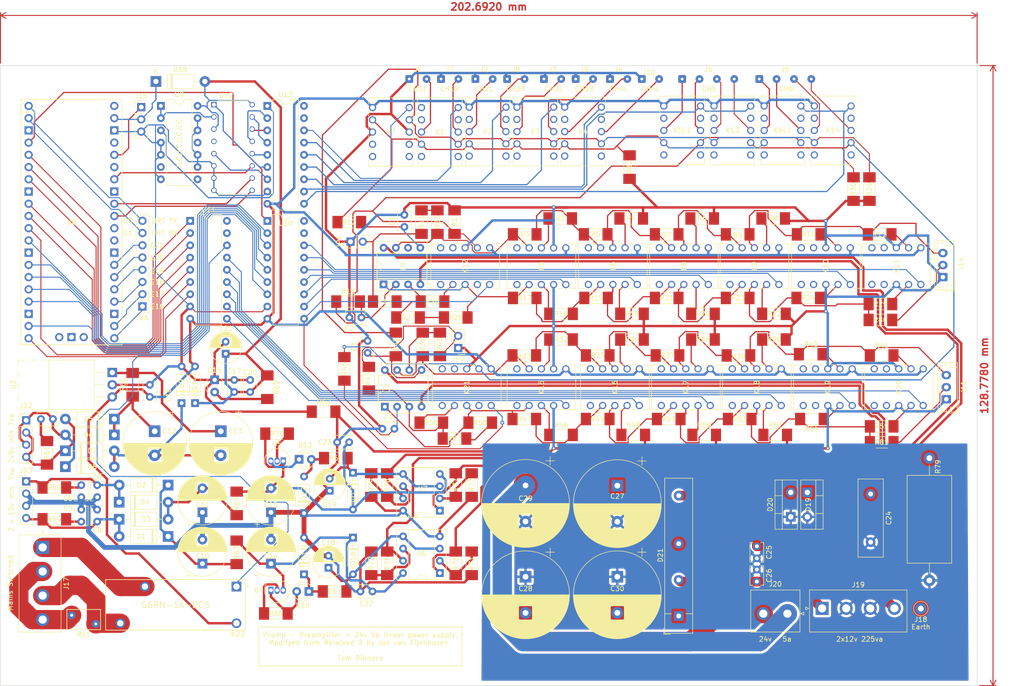
<source format=kicad_pcb>
(kicad_pcb (version 20211014) (generator pcbnew)
  (layers (0 "F.Cu" signal) (31 "B.Cu" signal) (34 "B.Paste" user) (35 "F.Paste" user) (36 "B.SilkS" user "B.Silkscreen") (37 "F.SilkS" user "F.Silkscreen") (38 "B.Mask" user) (39 "F.Mask" user) (44 "Edge.Cuts" user))
  (net 0 "")
  (net 1 "Net-(C10-Pad1)")
  (net 2 "Net-(C8-Pad1)")
  (net 3 "Net-(C9-Pad2)")
  (net 4 "Net-(C11-Pad2)")
  (net 5 "Net-(C12-Pad1)")
  (net 6 "Net-(D5-Pad2)")
  (net 7 "Net-(C7-Pad2)")
  (net 8 "Net-(C12-Pad2)")
  (net 9 "GNDD")
  (net 10 "GNDA")
  (net 11 "Net-(D10-Pad1)")
  (net 12 "Net-(D12-Pad2)")
  (net 13 "+5V")
  (net 14 "+6V")
  (net 15 "Net-(C14-Pad1)")
  (net 16 "Net-(C18-Pad1)")
  (net 17 "Net-(C19-Pad2)")
  (net 18 "Net-(C15-Pad2)")
  (net 19 "Net-(C13-Pad1)")
  (net 20 "Net-(R66-Pad1)")
  (net 21 "Net-(D10-Pad2)")
  (net 22 "Net-(R70-Pad1)")
  (net 23 "Net-(D13-Pad1)")
  (net 25 "Net-(U12-Pad9)")
  (net 26 "Net-(U12-Pad10)")
  (net 27 "Net-(U12-Pad11)")
  (net 28 "Net-(U12-Pad12)")
  (net 29 "Net-(U12-Pad13)")
  (net 30 "Net-(U12-Pad15)")
  (net 31 "Net-(C1-Pad1)")
  (net 32 "Net-(C2-Pad2)")
  (net 33 "Net-(C3-Pad1)")
  (net 34 "Net-(C4-Pad2)")
  (net 35 "Net-(C5-Pad1)")
  (net 36 "Net-(C6-Pad2)")
  (net 37 "Net-(C7-Pad1)")
  (net 38 "Earth")
  (net 39 "GNDPWR")
  (net 40 "Net-(C25-Pad1)")
  (net 41 "Net-(C26-Pad2)")
  (net 42 "Net-(C27-Pad1)")
  (net 43 "Net-(C28-Pad2)")
  (net 44 "Net-(D15-Pad2)")
  (net 45 "Net-(D18-Pad1)")
  (net 46 "Net-(J1-Pad2)")
  (net 47 "Net-(J2-Pad2)")
  (net 48 "Net-(J3-Pad2)")
  (net 49 "Net-(J4-Pad2)")
  (net 50 "Net-(J5-Pad1)")
  (net 51 "Net-(J5-Pad2)")
  (net 52 "CH5R+")
  (net 53 "CH5R-")
  (net 54 "Net-(J6-Pad1)")
  (net 55 "Net-(J6-Pad2)")
  (net 56 "CH6R+")
  (net 57 "CH6R-")
  (net 58 "Net-(J7-Pad2)")
  (net 59 "Net-(J8-Pad2)")
  (net 60 "Net-(J9-Pad2)")
  (net 61 "Net-(J10-Pad2)")
  (net 62 "Net-(J11-Pad2)")
  (net 63 "Net-(J11-Pad3)")
  (net 64 "Net-(J14-Pad2)")
  (net 65 "Net-(J14-Pad3)")
  (net 66 "Net-(J15-Pad1)")
  (net 67 "Net-(J16-Pad1)")
  (net 68 "Net-(J16-Pad2)")
  (net 69 "Net-(J16-Pad3)")
  (net 70 "Net-(J16-Pad4)")
  (net 71 "Net-(J16-Pad5)")
  (net 72 "Net-(J16-Pad6)")
  (net 73 "Net-(J16-Pad7)")
  (net 74 "Net-(J16-Pad8)")
  (net 75 "Net-(J17-Pad1)")
  (net 76 "Net-(J17-Pad2)")
  (net 77 "Net-(J17-Pad3)")
  (net 78 "Net-(JP1-Pad2)")
  (net 79 "Net-(JP2-Pad2)")
  (net 80 "Net-(K1-Pad7)")
  (net 81 "Net-(K1-Pad4)")
  (net 87 "Net-(K5-Pad8)")
  (net 88 "Net-(K12-Pad8)")
  (net 89 "Net-(K5-Pad4)")
  (net 90 "Net-(K5-Pad3)")
  (net 91 "Net-(K12-Pad2)")
  (net 93 "Net-(K6-Pad8)")
  (net 94 "Net-(K6-Pad7)")
  (net 95 "Net-(K6-Pad4)")
  (net 96 "Net-(K6-Pad3)")
  (net 97 "Net-(K6-Pad2)")
  (net 101 "Net-(K8-Pad8)")
  (net 102 "Net-(K8-Pad3)")
  (net 103 "Net-(K8-Pad2)")
  (net 104 "Net-(K9-Pad2)")
  (net 107 "Net-(K10-Pad2)")
  (net 110 "Net-(K11-Pad2)")
  (net 111 "Net-(K12-Pad7)")
  (net 113 "Net-(K13-Pad7)")
  (net 116 "Net-(K15-Pad8)")
  (net 117 "Net-(K15-Pad7)")
  (net 118 "Net-(K15-Pad4)")
  (net 119 "Net-(K15-Pad3)")
  (net 120 "Net-(K16-Pad8)")
  (net 121 "Net-(K16-Pad7)")
  (net 122 "Net-(K16-Pad4)")
  (net 123 "Net-(K16-Pad3)")
  (net 124 "Net-(K16-Pad2)")
  (net 125 "Net-(K17-Pad8)")
  (net 126 "Net-(K17-Pad3)")
  (net 127 "Net-(K17-Pad2)")
  (net 128 "Net-(K18-Pad2)")
  (net 131 "Net-(K19-Pad2)")
  (net 134 "Net-(K20-Pad2)")
  (net 135 "Net-(K21-Pad7)")
  (net 137 "Net-(K22-Pad1)")
  (net 138 "Net-(R1-Pad1)")
  (net 139 "Net-(R14-Pad2)")
  (net 140 "Net-(K6-Pad9)")
  (net 141 "Net-(K8-Pad9)")
  (net 142 "Net-(K9-Pad9)")
  (net 143 "Net-(K10-Pad9)")
  (net 144 "Net-(K11-Pad9)")
  (net 145 "Net-(R27-Pad2)")
  (net 146 "Net-(R31-Pad1)")
  (net 147 "Net-(R44-Pad2)")
  (net 148 "Net-(K16-Pad9)")
  (net 149 "Net-(K17-Pad9)")
  (net 150 "Net-(K18-Pad9)")
  (net 151 "Net-(K19-Pad9)")
  (net 152 "Net-(K20-Pad9)")
  (net 153 "Net-(R57-Pad2)")
  (net 154 "Net-(R71-Pad2)")
  (net 155 "Net-(R72-Pad2)")
  (net 156 "Net-(R73-Pad2)")
  (net 157 "Net-(R74-Pad2)")
  (net 158 "+16L")
  (net 159 "+16R")
  (net 160 "-16L")
  (net 161 "-16R")
  (net 163 "Net-(U10-Pad1)")
  (net 164 "VL0")
  (net 165 "Net-(U10-Pad2)")
  (net 166 "VL1")
  (net 167 "Net-(U10-Pad3)")
  (net 168 "VL2")
  (net 169 "Net-(U10-Pad4)")
  (net 170 "VL3")
  (net 171 "Net-(U10-Pad5)")
  (net 172 "VL4")
  (net 173 "Net-(U10-Pad6)")
  (net 174 "VL5")
  (net 175 "Net-(U10-Pad7)")
  (net 176 "ZERO_P")
  (net 177 "Net-(U11-Pad1)")
  (net 178 "VR0")
  (net 179 "Net-(U11-Pad2)")
  (net 180 "VR1")
  (net 181 "Net-(U11-Pad3)")
  (net 182 "VR2")
  (net 183 "Net-(U11-Pad4)")
  (net 184 "VR3")
  (net 185 "Net-(U11-Pad5)")
  (net 186 "VR4")
  (net 187 "Net-(U11-Pad6)")
  (net 188 "VR5")
  (net 189 "Net-(U11-Pad7)")
  (net 190 "ZERO_N")
  (net 191 "CH6")
  (net 192 "CH5")
  (net 193 "CH4")
  (net 194 "CH3")
  (net 195 "CH2")
  (net 196 "Net-(U12-Pad2)")
  (net 197 "CH1")
  (net 223 "Net-(U13-Pad1)")
  (net 224 "Net-(U12-Pad1)")
  (net 225 "Net-(U12-Pad5)")
  (net 226 "Net-(U12-Pad14)")
  (net 227 "Net-(K9-Pad8)")
  (net 228 "Net-(K18-Pad8)")
  (footprint "Resistor_SMD:R_MELF_MMB-0207" (layer "F.Cu") (at 108.204 117.348 90)
    (fp_text reference "R75")
    (fp_text value "2k2")
  )
  (footprint "Resistor_SMD:R_MELF_MMB-0207" (layer "F.Cu") (at 69.088 80.772 -90)
    (fp_text reference "R69")
    (fp_text value "220R")
  )
  (footprint "Connector_Wire:SolderWire-0.1sqmm_1x02_P3.6mm_D0.4mm_OD1mm" (layer "F.Cu") (at 112.268 16.764)
    (fp_text reference "J2")
    (fp_text value "CH2L")
  )
  (footprint "Resistor_SMD:R_MELF_MMB-0207" (layer "F.Cu") (at 62.738 115.062 90)
    (fp_text reference "R63")
    (fp_text value "10R")
  )
  (footprint "Resistor_SMD:R_MELF_MMB-0207" (layer "F.Cu") (at 108.204 66.294 180)
    (fp_text reference "R28")
    (fp_text value "1k5")
  )
  (footprint "Resistor_SMD:R_MELF_MMB-0207" (layer "F.Cu") (at 137.668 87.376)
    (fp_text reference "R49")
    (fp_text value "470R")
  )
  (footprint "Resistor_SMD:R_MELF_MMB-0207" (layer "F.Cu") (at 90.678 101.092 90)
    (fp_text reference "R74")
    (fp_text value "2k2")
  )
  (footprint "Capacitor_THT:CP_Radial_D10.0mm_P5.00mm" (layer "F.Cu") (at 55.626 117.429677 90)
    (fp_text reference "C10")
    (fp_text value "35V 470uF")
  )
  (footprint "Resistor_SMD:R_MELF_MMB-0207" (layer "F.Cu") (at 182.118 87.376 180)
    (fp_text reference "R54")
    (fp_text value "1k5")
  )
  (footprint "Resistor_SMD:R_MELF_MMB-0207" (layer "F.Cu") (at 122.428 74.168 180)
    (fp_text reference "R33")
    (fp_text value "560R")
  )
  (footprint "Connector_Wire:SolderWire-0.1sqmm_1x02_P3.6mm_D0.4mm_OD1mm" (layer "F.Cu") (at 133.096 16.764)
    (fp_text reference "J9")
    (fp_text value "CH3R")
  )
  (footprint "Resistor_SMD:R_MELF_MMB-0207" (layer "F.Cu") (at 151.9818 62.23)
    (fp_text reference "R21")
    (fp_text value "1k8")
  )
  (footprint "Capacitor_THT:C_Disc_D3.8mm_W2.6mm_P2.50mm" (layer "F.Cu") (at 89.916 73.64 90)
    (fp_text reference "C3")
    (fp_text value "470pF")
  )
  (footprint "LED_THT:LED_D3.0mm" (layer "F.Cu") (at 58.166 79.243 -90)
    (fp_text reference "D15")
    (fp_text value "LED")
  )
  (footprint "Resistor_SMD:R_MELF_MMB-0207" (layer "F.Cu") (at 130.048 90.678)
    (fp_text reference "R46")
    (fp_text value "1k")
  )
  (footprint "Connector_PinHeader_2.54mm:PinHeader_1x08_P2.54mm_Vertical" (layer "F.Cu") (at 43.18 63.993 180)
    (fp_text reference "J16")
    (fp_text value "AUX_GPIO")
  )
  (footprint "Diode_THT:D_DO-35_SOD27_P7.62mm_Horizontal" (layer "F.Cu") (at 76.708 106.934 90)
    (fp_text reference "D12")
    (fp_text value "BZX79")
  )
  (footprint "Package_TO_SOT_THT:TO-220-2_Vertical" (layer "F.Cu") (at 177.729 107.696 90)
    (fp_text reference "D20")
    (fp_text value "D")
  )
  (footprint "Capacitor_THT:CP_Radial_D6.3mm_P2.50mm" (layer "F.Cu") (at 82.042 102.274379 90)
    (fp_text reference "C19")
    (fp_text value "100uF")
  )
  (footprint "Resistor_SMD:R_MELF_MMB-0207" (layer "F.Cu") (at 104.394 46.482 -90)
    (fp_text reference "R1")
    (fp_text value "1k")
  )
  (footprint "Connector_PinHeader_2.54mm:PinHeader_1x02_P2.54mm_Vertical" (layer "F.Cu") (at 86.36 50.546 90)
    (fp_text reference "JP1")
    (fp_text value "Jumper_2_Open")
  )
  (footprint "Capacitor_THT:CP_Radial_D6.3mm_P2.50mm" (layer "F.Cu") (at 81.788 118.276379 90)
    (fp_text reference "C18")
    (fp_text value "100uF")
  )
  (footprint "Resistor_SMD:R_MELF_MMB-0207" (layer "F.Cu") (at 137.2498 49.022 180)
    (fp_text reference "R5")
    (fp_text value "470R")
  )
  (footprint "Resistor_SMD:R_MELF_MMB-0207" (layer "F.Cu") (at 95.758 71.882 -90)
    (fp_text reference "R42")
    (fp_text value "1k")
  )
  (footprint "Diode_THT:D_DO-41_SOD81_P10.16mm_Horizontal" (layer "F.Cu") (at 45.974 17.272)
    (fp_text reference "D18")
    (fp_text value "D_Schottky")
  )
  (footprint "Resistor_SMD:R_MELF_MMB-0207" (layer "F.Cu") (at 98.298 66.294)
    (fp_text reference "R27")
    (fp_text value "1k5")
  )
  (footprint "Connector_Wire:SolderWire-0.1sqmm_1x02_P3.6mm_D0.4mm_OD1mm" (layer "F.Cu") (at 118.872 16.764)
    (fp_text reference "J8")
    (fp_text value "CH2R")
  )
  (footprint "SnapEDA Library:TQ2-5V" (layer "F.Cu") (at 190.0818 51.816 -90)
    (fp_text reference "K10")
    (fp_text value "TQ2-2M-5V" hide)
  )
  (footprint "LED_THT:LED_D3.0mm" (layer "F.Cu") (at 77.729 123.19 180)
    (fp_text reference "D10")
    (fp_text value "LED")
  )
  (footprint "SnapEDA Library:TQ2-5V" (layer "F.Cu") (at 146.304 76.962 -90)
    (fp_text reference "K16")
    (fp_text value "TQ2-2M-5V" hide)
  )
  (footprint "Capacitor_THT:C_Disc_D3.8mm_W2.6mm_P2.50mm" (layer "F.Cu") (at 30.48 103.612 90)
    (fp_text reference "C6")
    (fp_text value "47nF")
  )
  (footprint "Resistor_SMD:R_MELF_MMB-0207" (layer "F.Cu") (at 90.17 78.994 -90)
    (fp_text reference "R44")
    (fp_text value "1k")
  )
  (footprint "Resistor_SMD:R_MELF_MMB-0207" (layer "F.Cu") (at 196.596 92.202)
    (fp_text reference "R81")
    (fp_text value "0R")
  )
  (footprint "Resistor_SMD:R_MELF_MMB-0207" (layer "F.Cu") (at 101.092 46.482 -90)
    (fp_text reference "R13")
    (fp_text value "1k")
  )
  (footprint "Resistor_SMD:R_MELF_MMB-0207" (layer "F.Cu") (at 111.506 117.348 90)
    (fp_text reference "R71")
    (fp_text value "2k2")
  )
  (footprint "Package_DIP:DIP-8_W7.62mm_Socket" (layer "F.Cu") (at 104.892 119.37 180)
    (fp_text reference "U6")
    (fp_text value "NE5532")
  )
  (footprint "Resistor_SMD:R_MELF_MMB-0207" (layer "F.Cu") (at 196.342 63.5 180)
    (fp_text reference "R25")
    (fp_text value "3k3")
  )
  (footprint "Resistor_SMD:R_MELF_MMB-0207" (layer "F.Cu") (at 108.204 101.092 -90)
    (fp_text reference "R77")
    (fp_text value "2k2")
  )
  (footprint "Varistor:RV_Disc_D7mm_W4.2mm_P5mm" (layer "F.Cu") (at 28.488 128.132)
    (fp_text reference "RV1")
    (fp_text value "Varistor")
  )
  (footprint "Capacitor_THT:C_Disc_D3.8mm_W2.6mm_P2.50mm" (layer "F.Cu") (at 92.964 89.408)
    (fp_text reference "C4")
    (fp_text value "470pF")
  )
  (footprint "Resistor_SMD:R_MELF_MMB-0207" (layer "F.Cu") (at 181.4458 49.022)
    (fp_text reference "R10")
    (fp_text value "1k5")
  )
  (footprint "Package_DIP:DIP-8_W7.62mm_Socket" (layer "F.Cu") (at 93.228 59.426 90)
    (fp_text reference "U1")
    (fp_text value "LM4562")
  )
  (footprint "Resistor_SMD:R_MELF_MMB-0207" (layer "F.Cu") (at 24.892 108.204)
    (fp_text reference "R59")
    (fp_text value "100R")
  )
  (footprint "Connector_JST:JST_NV_B04P-NV_1x04_P5.00mm_Vertical" (layer "F.Cu") (at 184.2385 126.704)
    (fp_text reference "J19")
    (fp_text value "Screw_Terminal_01x04")
  )
  (footprint "SnapEDA Library:TQ2-5V" (layer "F.Cu") (at 204.7251 51.816 -90)
    (fp_text reference "K11")
    (fp_text value "TQ2-2M-5V" hide)
  )
  (footprint "Resistor_SMD:R_MELF_MMB-0207" (layer "F.Cu") (at 144.6158 45.72 180)
    (fp_text reference "R4")
    (fp_text value "560R")
  )
  (footprint "SnapEDA Library:TQ2-5V" (layer "F.Cu") (at 110.998 22.606)
    (fp_text reference "K2")
    (fp_text value "TQ2-2M-5V" hide)
  )
  (footprint "Resistor_SMD:R_MELF_MMB-0207" (layer "F.Cu") (at 174.498 90.678)
    (fp_text reference "R52")
    (fp_text value "390R")
  )
  (footprint "Diode_THT:D_DO-41_SOD81_P10.16mm_Horizontal" (layer "F.Cu") (at 37.338 90.678 180)
    (fp_text reference "D6")
    (fp_text value "MBR1100")
  )
  (footprint "SnapEDA Library:TQ2-5V" (layer "F.Cu") (at 145.8858 51.816 -90)
    (fp_text reference "K6")
    (fp_text value "TQ2-2M-5V" hide)
  )
  (footprint "Resistor_SMD:R_MELF_MMB-0207" (layer "F.Cu") (at 196.342 66.802)
    (fp_text reference "R80")
    (fp_text value "0R")
  )
  (footprint "Resistor_SMD:R_MELF_MMB-0207" (layer "F.Cu") (at 159.512 65.532)
    (fp_text reference "R20")
    (fp_text value "470R")
  )
  (footprint "Resistor_SMD:R_MELF_MMB-0207" (layer "F.Cu") (at 70.866 127.762)
    (fp_text reference "R66")
    (fp_text value "220R")
  )
  (footprint "Capacitor_THT:C_Disc_D3.8mm_W2.6mm_P2.50mm" (layer "F.Cu") (at 170.688 113.812 -90)
    (fp_text reference "C25")
    (fp_text value "100nF")
  )
  (footprint "Capacitor_THT:CP_Radial_D18.0mm_P7.50mm" (layer "F.Cu") (at 141.732 120.142 -90)
    (fp_text reference "C30")
    (fp_text value "3300uf")
  )
  (footprint "Resistor_SMD:R_MELF_MMB-0207" (layer "F.Cu") (at 80.772 85.852)
    (fp_text reference "R62")
    (fp_text value "100R")
  )
  (footprint "Resistor_SMD:R_MELF_MMB-0207" (layer "F.Cu") (at 41.148 80.264 90)
    (fp_text reference "R65")
    (fp_text value "1R0")
  )
  (footprint "Package_DIP:DIP-18_W7.62mm" (layer "F.Cu") (at 53.086 46.228)
    (fp_text reference "U11")
    (fp_text value "ULN2003A")
  )
  (footprint "Resistor_SMD:R_MELF_MMB-0207" (layer "F.Cu") (at 85.09 76.962 -90)
    (fp_text reference "R45")
    (fp_text value "1k")
  )
  (footprint "Resistor_SMD:R_MELF_MMB-0207" (layer "F.Cu") (at 130.048 70.866 180)
    (fp_text reference "R32")
    (fp_text value "1K")
  )
  (footprint "Resistor_SMD:R_MELF_MMB-0207" (layer "F.Cu") (at 122.428 87.376)
    (fp_text reference "R47")
    (fp_text value "560R")
  )
  (footprint "Resistor_SMD:R_MELF_MMB-0207" (layer "F.Cu") (at 174.0798 45.72 180)
    (fp_text reference "R8")
    (fp_text value "390R")
  )
  (footprint "Resistor_SMD:R_MELF_MMB-0207" (layer "F.Cu") (at 152.4 87.376)
    (fp_text reference "R51")
    (fp_text value "1k8")
  )
  (footprint "Resistor_SMD:R_MELF_MMB-0207" (layer "F.Cu") (at 103.124 88.138 180)
    (fp_text reference "R56")
    (fp_text value "1k5")
  )
  (footprint "Resistor_SMD:R_MELF_MMB-0207" (layer "F.Cu") (at 151.9818 49.022 180)
    (fp_text reference "R7")
    (fp_text value "1k8")
  )
  (footprint "Capacitor_THT:C_Disc_D3.8mm_W2.6mm_P2.50mm" (layer "F.Cu") (at 44.704 82.784 90)
    (fp_text reference "C16")
    (fp_text value "47nF")
  )
  (footprint "Connector_JST:JST_EH_B3B-EH-A_1x03_P2.50mm_Vertical" (layer "F.Cu") (at 209.296 57.912 90)
    (fp_text reference "J14")
    (fp_text value "R_OUTPUT")
  )
  (footprint "Package_TO_SOT_THT:TO-92_Inline" (layer "F.Cu") (at 72.39 122.936 180)
    (fp_text reference "U4")
    (fp_text value "LM317L_TO92")
  )
  (footprint "Package_TO_SOT_THT:TO-92_Inline" (layer "F.Cu") (at 69.85 96.118)
    (fp_text reference "U5")
    (fp_text value "LM317L_TO92")
  )
  (footprint "Capacitor_THT:CP_Radial_D13.0mm_P5.00mm" (layer "F.Cu") (at 45.72 89.916 -90)
    (fp_text reference "C12")
    (fp_text value "2200uF")
  )
  (footprint "Capacitor_THT:CP_Radial_D10.0mm_P5.00mm" (layer "F.Cu") (at 69.85 117.429677 90)
    (fp_text reference "C14")
    (fp_text value "35V 470uF")
  )
  (footprint "Diode_THT:D_DO-35_SOD27_P7.62mm_Horizontal" (layer "F.Cu") (at 86.868 112.014 -90)
    (fp_text reference "D16")
    (fp_text value "1N4148")
  )
  (footprint "Resistor_SMD:R_MELF_MMB-0207" (layer "F.Cu") (at 194.056 39.624 -90)
    (fp_text reference "R29")
    (fp_text value "47k")
  )
  (footprint "SnapEDA Library:DIP794W45P254L1969H508Q16" (layer "F.Cu") (at 61.976 30.988)
    (fp_text reference "U12")
    (fp_text value "CD74HCT4051E")
  )
  (footprint "Resistor_SMD:R_MELF_MMB-0207" (layer "F.Cu") (at 113.284 88.138)
    (fp_text reference "R58")
    (fp_text value "1k5")
  )
  (footprint "SnapEDA Library:TQ2-5V" (layer "F.Cu") (at 101.092 22.6947)
    (fp_text reference "K1")
    (fp_text value "TQ2-2M-5V" hide)
  )
  (footprint "SnapEDA Library:TQ2-5V" (layer "F.Cu") (at 120.904 22.606)
    (fp_text reference "K3")
    (fp_text value "TQ2-2M-5V" hide)
  )
  (footprint "Diode_THT:D_DO-41_SOD81_P10.16mm_Horizontal" (layer "F.Cu") (at 27.178 97.282)
    (fp_text reference "D8")
    (fp_text value "MBR1100")
  )
  (footprint "Resistor_SMD:R_MELF_MMB-0207" (layer "F.Cu") (at 24.892 101.6 180)
    (fp_text reference "R60")
    (fp_text value "100R")
  )
  (footprint "Connector_Wire:SolderWire-0.1sqmm_1x02_P3.6mm_D0.4mm_OD1mm" (layer "F.Cu") (at 105.156 16.764)
    (fp_text reference "J7")
    (fp_text value "CH1R")
  )
  (footprint "Capacitor_THT:C_Disc_D3.8mm_W2.6mm_P2.50mm" (layer "F.Cu") (at 97.536 47.478 90)
    (fp_text reference "C1")
    (fp_text value "470pF")
  )
  (footprint "Resistor_SMD:R_MELF_MMB-0207" (layer "F.Cu") (at 144.78 65.532)
    (fp_text reference "R18")
    (fp_text value "560R")
  )
  (footprint "Resistor_SMD:R_MELF_MMB-0207" (layer "F.Cu") (at 196.1778 49.022)
    (fp_text reference "R11")
    (fp_text value "3k3")
  )
  (footprint "Resistor_SMD:R_MELF_MMB-0207" (layer "F.Cu") (at 83.058 123.19)
    (fp_text reference "R67")
    (fp_text value "470R")
  )
  (footprint "SnapEDA Library:TQ2-5V" (layer "F.Cu") (at 160.6178 51.816 -90)
    (fp_text reference "K8")
    (fp_text value "TQ2-2M-5V" hide)
  )
  (footprint "LED_THT:LED_D3.0mm" (layer "F.Cu") (at 75.687 95.758)
    (fp_text reference "D13")
    (fp_text value "LED")
  )
  (footprint "SnapEDA Library:TQ2-5V" (layer "F.Cu") (at 175.2611 51.816 -90)
    (fp_text reference "K9")
    (fp_text value "TQ2-2M-5V" hide)
  )
  (footprint "Capacitor_THT:C_Disc_D3.8mm_W2.6mm_P2.50mm" (layer "F.Cu") (at 170.688 118.638 -90)
    (fp_text reference "C26")
    (fp_text value "100nF")
  )
  (footprint "Connector_Pin:Pin_D1.0mm_L10.0mm_LooseFit" (layer "F.Cu") (at 204.724 126.746)
    (fp_text reference "J18")
    (fp_text value "EARTH ")
  )
  (footprint "Resistor_SMD:R_MELF_MMB-0207" (layer "F.Cu") (at 23.368 94.398 90)
    (fp_text reference "R61")
    (fp_text value "100R")
  )
  (footprint "Resistor_SMD:R_MELF_MMB-0207" (layer "F.Cu") (at 104.902 71.882 -90)
    (fp_text reference "R43")
    (fp_text value "1k")
  )
  (footprint "Resistor_SMD:R_MELF_MMB-0207" (layer "F.Cu") (at 107.95 91.44)
    (fp_text reference "R57")
    (fp_text value "1k5")
  )
  (footprint "Capacitor_THT:C_Disc_D3.8mm_W2.6mm_P2.50mm" (layer "F.Cu") (at 62.23 81.768 90)
    (fp_text reference "C17")
    (fp_text value "47nF")
  )
  (footprint "SnapEDA Library:TQ2-5V" (layer "F.Cu") (at 115.5573 76.962 -90)
    (fp_text reference "K21")
    (fp_text value "TQ2-2M-5V" hide)
  )
  (footprint "Resistor_SMD:R_MELF_MMB-0207" (layer "F.Cu") (at 62.738 104.902 90)
    (fp_text reference "R64")
    (fp_text value "10R")
  )
  (footprint "Resistor_SMD:R_MELF_MMB-0207" (layer "F.Cu") (at 93.98 101.092 -90)
    (fp_text reference "R78")
    (fp_text value "2k2")
  )
  (footprint "Connector_JST:JST_NV_B02P-NV_1x02_P5.00mm_Vertical" (layer "F.Cu") (at 177.0295 127.804 180)
    (fp_text reference "J20")
    (fp_text value "Screw_Terminal_01x02")
  )
  (footprint "Resistor_SMD:R_MELF_MMB-0207" (layer "F.Cu") (at 85.852 62.992)
    (fp_text reference "R15")
    (fp_text value "1k")
  )
  (footprint "Diode_THT:D_DO-41_SOD81_P10.16mm_Horizontal" (layer "F.Cu") (at 38.354 108.204)
    (fp_text reference "D3")
    (fp_text value "MBR1100")
  )
  (footprint "SnapEDA Library:TQ2-5V" (layer "F.Cu") (at 205.2193 76.962 -90)
    (fp_text reference "K20")
    (fp_text value "TQ2-2M-5V" hide)
  )
  (footprint "Diode_THT:Diode_Bridge_32.0x5.6x17.0mm_P10.0mm_P7.5mm" (layer "F.Cu") (at 154.4745 128.2815 90)
    (fp_text reference "D21")
    (fp_text value "D_Bridge_-A+A")
  )
  (footprint "Package_DIP:DIP-18_W7.62mm" (layer "F.Cu") (at 69.088 22.352)
    (fp_text reference "U13")
    (fp_text value "ULN2003A")
  )
  (footprint "Package_DIP:DIP-8_W7.62mm_Socket" (layer "F.Cu") (at 104.892 106.416 180)
    (fp_text reference "U7")
    (fp_text value "NE5532")
  )
  (footprint "SnapEDA Library:TQ2-5V" (layer "F.Cu") (at 151.384 22.3647)
    (fp_text reference "K5L1")
    (fp_text value "TQ2-2M-5V" hide)
  )
  (footprint "Connector_PinHeader_2.54mm:PinHeader_1x03_P2.54mm_Vertical" (layer "F.Cu") (at 42.926 22.606)
    (fp_text reference "J15")
    (fp_text value "AUX_D_PWR")
  )
  (footprint "Resistor_SMD:R_MELF_MMB-0207" (layer "F.Cu") (at 122.5178 49.022 180)
    (fp_text reference "R3")
    (fp_text value "560R")
  )
  (footprint "Resistor_SMD:R_MELF_MMB-0207" (layer "F.Cu") (at 137.668 74.168 180)
    (fp_text reference "R35")
    (fp_text value "470R")
  )
  (footprint "SnapEDA Library:TQ2-5V" (layer "F.Cu") (at 115.2273 51.816 -90)
    (fp_text reference "K12")
    (fp_text value "TQ2-2M-5V" hide)
  )
  (footprint "SnapEDA Library:TQ2-5V" (layer "F.Cu") (at 190.4873 76.962 -90)
    (fp_text reference "K19")
    (fp_text value "TQ2-2M-5V" hide)
  )
  (footprint "Resistor_SMD:R_MELF_MMB-0207" (layer "F.Cu") (at 90.678 117.348 -90)
    (fp_text reference "R72")
    (fp_text value "2k2")
  )
  (footprint "Resistor_SMD:R_MELF_MMB-0207" (layer "F.Cu") (at 152.146 74.168 180)
    (fp_text reference "R37")
    (fp_text value "1k8")
  )
  (footprint "SnapEDA Library:TQ2-5V" (layer "F.Cu") (at 182.626 22.3647)
    (fp_text reference "K14")
    (fp_text value "TQ2-2M-5V" hide)
  )
  (footprint "Resistor_SMD:R_MELF_MMB-0207" (layer "F.Cu") (at 190.754 39.624 -90)
    (fp_text reference "R30")
    (fp_text value "47k")
  )
  (footprint "Diode_THT:D_DO-35_SOD27_P7.62mm_Horizontal" (layer "F.Cu") (at 51.308 84.074 90)
    (fp_text reference "D9")
    (fp_text value "1N4148")
  )
  (footprint "Capacitor_THT:C_Disc_D3.8mm_W2.6mm_P2.50mm" (layer "F.Cu") (at 86.126 66.294)
    (fp_text reference "C2")
    (fp_text value "470pF")
  )
  (footprint "Resistor_SMD:R_MELF_MMB-0207" (layer "F.Cu") (at 166.878 74.168 180)
    (fp_text reference "R39")
    (fp_text value "12k")
  )
  (footprint "Capacitor_THT:C_Disc_D3.8mm_W2.6mm_P2.50mm" (layer "F.Cu") (at 22.098 87.376)
    (fp_text reference "C7")
    (fp_text value "47nF")
  )
  (footprint "Resistor_SMD:R_MELF_MMB-0207" (layer "F.Cu") (at 174.244 65.532)
    (fp_text reference "R22")
    (fp_text value "390R")
  )
  (footprint "Connector_JST:JST_EH_B3B-EH-A_1x03_P2.50mm_Vertical" (layer "F.Cu") (at 210.012 83.272 90)
    (fp_text reference "J11")
    (fp_text value "L_OUT")
  )
  (footprint "Resistor_SMD:R_MELF_MMB-0207" (layer "F.Cu") (at 137.324 62.23)
    (fp_text reference "R19")
    (fp_text value "470R")
  )
  (footprint "Resistor_SMD:R_MELF_MMB-0207" (layer "F.Cu") (at 159.766 90.678)
    (fp_text reference "R50")
    (fp_text value "470R")
  )
  (footprint "Connector_Wire:SolderWire-0.1sqmm_1x02_P3.6mm_D0.4mm_OD1mm" (layer "F.Cu") (at 98.552 16.764)
    (fp_text reference "J1")
    (fp_text value "CH1L")
  )
  (footprint "SnapEDA Library:TQ2-5V" (layer "F.Cu") (at 131.0513 51.8335 -90)
    (fp_text reference "K5")
    (fp_text value "TQ2-2M-5V" hide)
  )
  (footprint "Resistor_THT:R_Axial_DIN0918_L18.0mm_D9.0mm_P25.40mm_Horizontal" (layer "F.Cu") (at 206.502 95.504 -90)
    (fp_text reference "R79")
    (fp_text value "R")
  )
  (footprint "Capacitor_THT:CP_Radial_D18.0mm_P7.50mm" (layer "F.Cu") (at 141.732 101.212 -90)
    (fp_text reference "C27")
    (fp_text value "3300uf")
  )
  (footprint "Package_DIP:DIP-8_W7.62mm_Socket" (layer "F.Cu") (at 93.482 84.826 90)
    (fp_text reference "U2")
    (fp_text value "LM4562")
  )
  (footprint "SnapEDA Library:TQ2-5V" (layer "F.Cu") (at 161.798 22.3647)
    (fp_text reference "K13")
    (fp_text value "TQ2-2M-5V" hide)
  )
  (footprint "Diode_THT:D_DO-35_SOD27_P7.62mm_Horizontal" (layer "F.Cu") (at 86.868 98.552 -90)
    (fp_text reference "D17")
    (fp_text value "1N4148")
  )
  (footprint "Resistor_SMD:R_MELF_MMB-0207" (layer "F.Cu") (at 181.864 73.914)
    (fp_text reference "R40")
    (fp_text value "1k5")
  )
  (footprint "Resistor_SMD:R_MELF_MMB-0207" (layer "F.Cu") (at 93.98 117.348 90)
    (fp_text reference "R76")
    (fp_text value "2k2")
  )
  (footprint "Capacitor_THT:CP_Radial_D6.3mm_P2.50mm" (layer "F.Cu") (at 60.452 73.82638 90)
    (fp_text reference "C21")
    (fp_text value "100uF")
  )
  (footprint "Diode_THT:D_DO-41_SOD81_P10.16mm_Horizontal" (layer "F.Cu") (at 27.178 93.98)
    (fp_text reference "D7")
    (fp_text value "MBR1100")
  )
  (footprint "Resistor_SMD:R_MELF_MMB-0207" (layer "F.Cu") (at 167.132 87.376)
    (fp_text reference "R53")
    (fp_text value "12k")
  )
  (footprint "Capacitor_THT:CP_Radial_D18.0mm_P7.50mm" (layer "F.Cu") (at 122.682 120.142 -90)
    (fp_text reference "C28")
    (fp_text value "3300uF")
  )
  (footprint "Resistor_SMD:R_MELF_MMB-0207" (layer "F.Cu") (at 83.312 95.504)
    (fp_text reference "R68")
    (fp_text value "470R")
  )
  (footprint "Diode_THT:D_DO-41_SOD81_P10.16mm_Horizontal" (layer "F.Cu") (at 38.354 104.648)
    (fp_text reference "D4")
    (fp_text value "MBR1100")
  )
  (footprint "Connector_PinHeader_2.54mm:PinHeader_1x04_P2.54mm_Vertical" (layer "F.Cu") (at 19.05 100.33)
    (fp_text reference "J13")
    (fp_text value "2x15v 4va")
  )
  (footprint "SnapEDA Library:TQ2-5V" (layer "F.Cu") (at 175.7553 76.962 -90)
    (fp_text reference "K18")
    (fp_text value "TQ2-2M-5V" hide)
  )
  (footprint "SnapEDA Library:TQ2-5V" (layer "F.Cu") (at 131.0513 76.962 -90)
    (fp_text reference "K15")
    (fp_text value "TQ2-2M-5V" hide)
  )
  (footprint "Diode_THT:D_DO-41_SOD81_P10.16mm_Horizontal" (layer "F.Cu") (at 37.338 87.376 180)
    (fp_text reference "D5")
    (fp_text value "MBR1100")
  )
  (footprint "Capacitor_THT:C_Disc_D3.8mm_W2.6mm_P2.50mm" (layer "F.Cu") (at 33.782 103.612 90)
    (fp_text reference "C9")
    (fp_text value "10nF")
  )
  (footprint "Capacitor_THT:C_Disc_D3.8mm_W2.6mm_P2.50mm" (layer "F.Cu") (at 90.912 123.19 180)
    (fp_text reference "C22")
    (fp_text value "47nF")
  )
  (footprint "Resistor_SMD:R_MELF_MMB-0207" (layer "F.Cu") (at 86.106 46.482)
    (fp_text reference "R12")
    (fp_text value "1k")
  )
  (footprint "Capacitor_THT:C_Disc_D3.8mm_W2.6mm_P2.50mm" (layer "F.Cu") (at 65.532 81.768 90)
    (fp_text reference "C20")
    (fp_text value "47nF")
  )
  (footprint "Package_DIP:DIP-18_W7.62mm" (layer "F.Cu") (at 69.098 46.238)
    (fp_text reference "U10")
    (fp_text value "ULN2003A")
  )
  (footprint "Resistor_SMD:R_MELF_MMB-0207" (layer "F.Cu") (at 144.272 35.052 -90)
    (fp_text reference "R82")
    (fp_text value "47k")
  )
  (footprint "Diode_THT:D_DO-35_SOD27_P7.62mm_Horizontal" (layer "F.Cu") (at 76.708 119.634 90)
    (fp_text reference "D11")
    (fp_text value "BZX79")
  )
  (footprint "Connector_PinHeader_2.54mm:PinHeader_1x04_P2.54mm_Vertical" (layer "F.Cu") (at 19.05 87.64)
    (fp_text reference "J12")
    (fp_text value "2x9v 7va")
  )
  (footprint "Connector_JST:JST_NV_B04P-NV_1x04_P5.00mm_Vertical" (layer "F.Cu") (at 22.473 114.046 -90)
    (fp_text reference "J17")
    (fp_text value "Screw_Terminal_01x04")
  )
  (footprint "Resistor_SMD:R_MELF_MMB-0207" (layer "F.Cu") (at 111.506 101.092 90)
    (fp_text reference "R73")
    (fp_text value "2k2")
  )
  (footprint "SnapEDA Library:TQ2-5V" (layer "F.Cu") (at 172.212 22.3647)
    (fp_text reference "K6L1")
    (fp_text value "TQ2-2M-5V" hide)
  )
  (footprint "Resistor_SMD:R_MELF_MMB-0207" (layer "F.Cu") (at 93.472 62.992)
    (fp_text reference "R14")
    (fp_text value "1k")
  )
  (footprint "Connector_Wire:SolderWire-0.1sqmm_1x02_P3.6mm_D0.4mm_OD1mm" (layer "F.Cu") (at 146.812 16.764)
    (fp_text reference "J10")
    (fp_text value "CH4R")
  )
  (footprint "MCU_RaspberryPi_and_Boards:RPi_Pico_SMD_TH" (layer "F.Cu") (at 28.448 46.482)
    (fp_text reference "U8")
    (fp_text value "Pico")
  )
  (footprint "Resistor_SMD:R_MELF_MMB-0207" (layer "F.Cu") (at 196.596 74.168)
    (fp_text reference "R41")
    (fp_text value "3k3")
  )
  (footprint "Connector_Wire:SolderWire-0.1sqmm_1x04_P3.6mm_D0.4mm_OD1mm" (layer "F.Cu") (at 155.194 16.764)
    (fp_text reference "J5")
    (fp_text value "CH5")
  )
  (footprint "Capacitor_THT:C_Disc_D16.0mm_W5.0mm_P10.00mm" (layer "F.Cu") (at 194.31 102.95 -90)
    (fp_text reference "C24")
    (fp_text value "100nf")
  )
  (footprint "Resistor_SMD:R_MELF_MMB-0207" (layer "F.Cu") (at 122.5178 62.23)
    (fp_text reference "R17")
    (fp_text value "560R")
  )
  (footprint "Resistor_SMD:R_MELF_MMB-0207" (layer "F.Cu") (at 101.346 71.882 -90)
    (fp_text reference "R31")
    (fp_text value "1k")
  )
  (footprint "Resistor_SMD:R_MELF_MMB-0207" (layer "F.Cu") (at 71.12 90.424 180)
    (fp_text reference "R70")
    (fp_text value "220R")
  )
  (footprint "Resistor_SMD:R_MELF_MMB-0207" (layer "F.Cu") (at 166.7138 62.23)
    (fp_text reference "R23")
    (fp_text value "12k")
  )
  (footprint "Capacitor_THT:C_Disc_D3.8mm_W2.6mm_P2.50mm" (layer "F.Cu") (at 83.586 92.202)
    (fp_text reference "C23")
    (fp_text value "47nF")
  )
  (footprint "SnapEDA Library:TQ2-5V" (layer "F.Cu") (at 161.0233 76.962 -90)
    (fp_text reference "K17")
    (fp_text value "TQ2-2M-5V" hide)
  )
  (footprint "Capacitor_THT:CP_Radial_D18.0mm_P7.50mm" (layer "F.Cu") (at 122.682 101.17022 -90)
    (fp_text reference "C29")
    (fp_text value "3300uf")
  )
  (footprint "Resistor_SMD:R_MELF_MMB-0207" (layer "F.Cu") (at 159.3478 45.72 180)
    (fp_text reference "R6")
    (fp_text value "470R")
  )
  (footprint "Capacitor_THT:CP_Radial_D10.0mm_P5.00mm" (layer "F.Cu") (at 69.85 106.761677 90)
    (fp_text reference "C15")
    (fp_text value "35V 470uF")
  )
  (footprint "Resistor_SMD:R_MELF_MMB-0207" (layer "F.Cu") (at 107.95 46.482 90)
    (fp_text reference "R83")
    (fp_text value "47k")
  )
  (footprint "Resistor_SMD:R_MELF_MMB-0207" (layer "F.Cu") (at 145.034 90.678)
    (fp_text reference "R48")
    (fp_text value "560R")
  )
  (footprint "Resistor_SMD:R_MELF_MMB-0207" (layer "F.Cu") (at 144.78 70.866 180)
    (fp_text reference "R34")
    (fp_text value "560R")
  )
  (footprint "Capacitor_THT:CP_Radial_D13.0mm_P5.00mm" (layer "F.Cu") (at 59.436 89.916 -90)
    (fp_text reference "C13")
    (fp_text value "2200uF")
  )
  (footprint "Connector_Wire:SolderWire-0.1sqmm_1x02_P3.6mm_D0.4mm_OD1mm" (layer "F.Cu") (at 140.208 16.764)
    (fp_text reference "J4")
    (fp_text value "CH4L")
  )
  (footprint "Capacitor_THT:CP_Radial_D10.0mm_P5.00mm" (layer "F.Cu") (at 55.626 106.761677 90)
    (fp_text reference "C11")
    (fp_text value "35V 470uF")
  )
  (footprint "SnapEDA Library:TQ2-5V" (layer "F.Cu") (at 90.932 22.6947)
    (fp_text reference "K7")
    (fp_text value "TQ2-2M-5V" hide)
  )
  (footprint "Resistor_SMD:R_MELF_MMB-0207" (layer "F.Cu") (at 166.7138 49.022 180)
    (fp_text reference "R9")
    (fp_text value "12k")
  )
  (footprint "Package_TO_SOT_THT:TO-220-2_Vertical" (layer "F.Cu") (at 181.173 102.616 -90)
    (fp_text reference "D19")
    (fp_text value "D")
  )
  (footprint "Capacitor_THT:C_Disc_D3.8mm_W2.6mm_P2.50mm" (layer "F.Cu") (at 33.782 108.692 90)
    (fp_text reference "C8")
    (fp_text value "10nF")
  )
  (footprint "Resistor_SMD:R_MELF_MMB-0207" (layer "F.Cu") (at 181.3558 62.23 180)
    (fp_text reference "R24")
    (fp_text value "1k5")
  )
  (footprint "Resistor_SMD:R_MELF_MMB-0207" (layer "F.Cu") (at 129.8838 45.72 180)
    (fp_text reference "R2")
    (fp_text value "1K")
  )
  (footprint "Package_TO_SOT_THT:TO-220-3_Horizontal_TabUp" (layer "F.Cu") (at 36.916 77.724 -90)
    (fp_text reference "U3")
    (fp_text value "LM78M05_TO220")
  )
  (footprint "Diode_THT:D_DO-41_SOD81_P10.16mm_Horizontal" (layer "F.Cu") (at 48.514 111.76 180)
    (fp_text reference "D1")
    (fp_text value "MBR1100")
  )
  (footprint "Resistor_SMD:R_MELF_MMB-0207" (layer "F.Cu") (at 196.596 88.9 180)
    (fp_text reference "R55")
    (fp_text value "3k3")
  )
  (footprint "Capacitor_THT:C_Disc_D3.8mm_W2.6mm_P2.50mm" (layer "F.Cu") (at 30.48 108.692 90)
    (fp_text reference "C5")
    (fp_text value "47nF")
  )
  (footprint "eec:Omron-G6RN-1A-DC5-MFG" (layer "F.Cu") (at 50.038 125.984 180)
    (fp_text reference "K22")
    (fp_text value "G6RN-1A-DC5")
  )
  (footprint "Connector_Wire:SolderWire-0.1sqmm_1x04_P3.6mm_D0.4mm_OD1mm" (layer "F.Cu") (at 171.196 16.764)
    (fp_text reference "J6")
    (fp_text value "CH6")
  )
  (footprint "Resistor_SMD:R_MELF_MMB-0207" (layer "F.Cu") (at 174.244 70.866 180)
    (fp_text reference "R38")
    (fp_text value "390R")
  )
  (footprint "Diode_THT:D_DO-35_SOD27_P7.62mm_Horizontal" (layer "F.Cu") (at 54.102 84.074 90)
    (fp_text reference "D14")
    (fp_text value "1N4148")
  )
  (footprint "Connector_Wire:SolderWire-0.1sqmm_1x02_P3.6mm_D0.4mm_OD1mm" (layer "F.Cu") (at 126.492 16.764)
    (fp_text reference "J3")
    (fp_text value "CH3L")
  )
  (footprint "SnapEDA Library:TQ2-5V" (layer "F.Cu") (at 130.81 22.606)
    (fp_text reference "K4")
    (fp_text value "TQ2-2M-5V" hide)
  )
  (footprint "Diode_THT:D_DO-41_SOD81_P10.16mm_Horizontal" (layer "F.Cu") (at 48.514 101.092 180)
    (fp_text reference "D2")
    (fp_text value "MBR1100")
  )
  (footprint "Resistor_SMD:R_MELF_MMB-0207" (layer "F.Cu") (at 159.512 70.866 180)
    (fp_text reference "R36")
    (fp_text value "470R")
  )
  (footprint "Resistor_SMD:R_MELF_MMB-0207" (layer "F.Cu") (at 130.048 65.532)
    (fp_text reference "R16")
    (fp_text value "1k")
  )
  (footprint "Resistor_SMD:R_MELF_MMB-0207" (layer "F.Cu") (at 103.378 62.992)
    (fp_text reference "R26")
    (fp_text value "1k5")
  )
  (footprint "Package_DIP:DIP-14_W7.62mm" (layer "F.Cu") (at 47 22.347)
    (fp_text reference "U9")
    (fp_text value "74HCT00")
  )
  (footprint "Connector_PinHeader_2.54mm:PinHeader_1x02_P2.54mm_Vertical" (layer "F.Cu") (at 108.712 72.649 180)
    (fp_text reference "JP2")
    (fp_text value "Jumper_2_Open")
  )
  (gr_rect (start 67.31 130.556) (end 109.474 138.684) (layer "F.SilkS") (width 0.15) (fill none))
  (gr_rect (start 13.716 13.97) (end 216.408 142.748) (layer "Edge.Cuts") (width 0.1) (fill none))
  (gr_text "G19\n" (at 46.228 56.642) (layer "F.SilkS") (effects (font (size 1 1))))
  (gr_text "G20\n" (at 46.228 53.848) (layer "F.SilkS") (effects (font (size 1 1))))
  (gr_text "JLCJLCJLCJLC" (at 50.8 30.226 90) (layer "F.SilkS") (effects (font (size 1 1))))
  (gr_text "CH4L\n" (at 141.986 18.796) (layer "F.SilkS") (effects (font (size 1 1))))
  (gr_text "CH2L\n" (at 114.046 18.796) (layer "F.SilkS") (effects (font (size 1 1))))
  (gr_text "G17" (at 46.228 61.468) (layer "F.SilkS") (effects (font (size 1 1))))
  (gr_text "G21\n" (at 46.228 51.308) (layer "F.SilkS") (effects (font (size 1 1))))
  (gr_text "2x9v min 7va" (at 16.002 91.44 90) (layer "F.SilkS") (effects (font (size 1 1))))
  (gr_text "Mains Switched" (at 15.748 121.412 90) (layer "F.SilkS") (effects (font (size 1 1))))
  (gr_text "Pramp - Preamplifer + 24v 5a linear power supply.\nModifyed from Relaixed 2 by Jos van Eijndhoven \n\nTom Pinnock" (at 88.392 134.62) (layer "F.SilkS") (effects (font (size 1 1))))
  (gr_text "G1" (at 40.132 48.768) (layer "F.SilkS") (effects (font (size 1 1))))
  (gr_text "CH1R" (at 106.934 18.796) (layer "F.SilkS") (effects (font (size 1 1))))
  (gr_text "Earth" (at 204.724 130.556) (layer "F.SilkS") (effects (font (size 1 1))))
  (gr_text "G0" (at 40.132 46.228) (layer "F.SilkS") (effects (font (size 1 1))))
  (gr_text "CH2R" (at 120.65 18.796) (layer "F.SilkS") (effects (font (size 1 1))))
  (gr_text "G18" (at 46.228 58.928) (layer "F.SilkS") (effects (font (size 1 1))))
  (gr_text "URT TX" (at 47.752 46.228) (layer "F.SilkS") (effects (font (size 1 1))))
  (gr_text "24v ~ 5a" (at 174.498 133.096) (layer "F.SilkS") (effects (font (size 1 1))))
  (gr_text "CH6\n" (at 176.784 18.796) (layer "F.SilkS") (effects (font (size 1 1))))
  (gr_text "CH4L\n" (at 148.59 18.796) (layer "F.SilkS") (effects (font (size 1 1))))
  (gr_text "URT RX" (at 47.752 48.768) (layer "F.SilkS") (effects (font (size 1 1))))
  (gr_text "G16" (at 46.228 64.008) (layer "F.SilkS") (effects (font (size 1 1))))
  (gr_text "CH3L\n" (at 128.524 18.796) (layer "F.SilkS") (effects (font (size 1 1))))
  (gr_text "2 x 15v min. 7va" (at 16.002 104.14 90) (layer "F.SilkS") (effects (font (size 1 1))))
  (gr_text "CH1L" (at 100.33 18.796) (layer "F.SilkS") (effects (font (size 1 1))))
  (gr_text "CH5" (at 160.782 18.796) (layer "F.SilkS") (effects (font (size 1 1))))
  (gr_text "CH3R" (at 134.874 18.796) (layer "F.SilkS") (effects (font (size 1 1))))
  (gr_text "2x12v 225va" (at 192.024 133.096) (layer "F.SilkS") (effects (font (size 1 1))))
  (dimension (type aligned) (layer "F.Cu") (pts (xy 216.408 13.97) (xy 216.408 142.748)) (height -3.302) (gr_text "128.7780 mm" (at 217.91 78.359 90) (layer "F.Cu") (effects (font (size 1.5 1.5) (thickness 0.3)))) (format (units 3) (units_format 1) (precision 4)) (style (thickness 0.2) (arrow_length 1.27) (text_position_mode 0) (extension_height 0.58642) (extension_offset 0.5) keep_text_aligned))
  (dimension (type aligned) (layer "F.Cu") (pts (xy 13.716 13.97) (xy 216.408 13.97)) (height -10.414) (gr_text "202.6920 mm" (at 115.062 1.756) (layer "F.Cu") (effects (font (size 1.5 1.5) (thickness 0.3)))) (format (units 3) (units_format 1) (precision 4)) (style (thickness 0.2) (arrow_length 1.27) (text_position_mode 0) (extension_height 0.58642) (extension_offset 0.5) keep_text_aligned))
  (segment (start 55.708323 117.512) (end 55.626 117.429677) (width 0.5) (layer "F.Cu") (net 1))
  (segment (start 55.626 117.429677) (end 54.183677 117.429677) (width 0.5) (layer "F.Cu") (net 1))
  (segment (start 62.738 117.512) (end 55.708323 117.512) (width 0.5) (layer "F.Cu") (net 1))
  (segment (start 54.183677 117.429677) (end 48.514 111.76) (width 0.5) (layer "F.Cu") (net 1))
  (segment (start 48.514 101.092) (end 46.964489 102.641511) (width 0.5) (layer "B.Cu") (net 1))
  (segment (start 46.964489 102.641511) (end 46.964489 110.210489) (width 0.5) (layer "B.Cu") (net 1))
  (segment (start 46.964489 110.210489) (end 48.514 111.76) (width 0.5) (layer "B.Cu") (net 1))
  (segment (start 33.782 108.692) (end 32.520489 109.953511) (width 0.5) (layer "F.Cu") (net 2))
  (segment (start 24.191511 109.953511) (end 22.442 108.204) (width 0.5) (layer "F.Cu") (net 2))
  (segment (start 22.442 108.204) (end 19.304 108.204) (width 0.5) (layer "F.Cu") (net 2))
  (segment (start 19.304 108.204) (end 19.05 107.95) (width 0.5) (layer "F.Cu") (net 2))
  (segment (start 32.520489 109.953511) (end 24.191511 109.953511) (width 0.5) (layer "F.Cu") (net 2))
  (segment (start 34.27 108.204) (end 33.782 108.692) (width 0.5) (layer "B.Cu") (net 2))
  (segment (start 38.354 108.204) (end 34.27 108.204) (width 0.5) (layer "B.Cu") (net 2))
  (segment (start 38.354 111.76) (end 38.354 108.204) (width 0.5) (layer "B.Cu") (net 2))
  (segment (start 33.782 101.112) (end 32.520489 99.850489) (width 0.5) (layer "F.Cu") (net 3))
  (segment (start 32.520489 99.850489) (end 24.191511 99.850489) (width 0.5) (layer "F.Cu") (net 3))
  (segment (start 19.05 100.33) (end 21.172 100.33) (width 0.5) (layer "F.Cu") (net 3))
  (segment (start 24.191511 99.850489) (end 22.442 101.6) (width 0.5) (layer "F.Cu") (net 3))
  (segment (start 21.172 100.33) (end 22.442 101.6) (width 0.5) (layer "F.Cu") (net 3))
  (segment (start 38.354 101.092) (end 38.354 104.648) (width 0.5) (layer "B.Cu") (net 3))
  (segment (start 38.354 101.092) (end 33.802 101.092) (width 0.5) (layer "B.Cu") (net 3))
  (segment (start 33.802 101.092) (end 33.782 101.112) (width 0.5) (layer "B.Cu") (net 3))
  (segment (start 55.626 101.761677) (end 57.147677 101.761677) (width 0.5) (layer "F.Cu") (net 4))
  (segment (start 57.147677 101.761677) (end 62.738 107.352) (width 0.5) (layer "F.Cu") (net 4))
  (segment (start 52.739677 104.648) (end 55.626 101.761677) (width 0.5) (layer "F.Cu") (net 4))
  (segment (start 48.514 104.648) (end 52.739677 104.648) (width 0.5) (layer "F.Cu") (net 4))
  (segment (start 48.514 108.204) (end 48.514 104.648) (width 0.5) (layer "B.Cu") (net 4))
  (segment (start 37.338 90.678) (end 37.338 87.376) (width 0.5) (layer "F.Cu") (net 5))
  (segment (start 41.148 85.344) (end 45.72 89.916) (width 0.5) (layer "F.Cu") (net 5))
  (segment (start 41.148 82.714) (end 41.148 83.566) (width 0.5) (layer "F.Cu") (net 5))
  (segment (start 41.148 83.566) (end 37.338 87.376) (width 0.5) (layer "F.Cu") (net 5))
  (segment (start 41.148 82.714) (end 41.148 85.344) (width 0.5) (layer "F.Cu") (net 5))
  (segment (start 20.349511 93.960489) (end 19.05 95.26) (width 0.5) (layer "F.Cu") (net 6))
  (segment (start 28.956 89.154) (end 28.956 92.202) (width 0.5) (layer "F.Cu") (net 6))
  (segment (start 27.178 87.376) (end 28.956 89.154) (width 0.5) (layer "F.Cu") (net 6))
  (segment (start 20.349511 91.479511) (end 20.349511 93.960489) (width 0.5) (layer "F.Cu") (net 6))
  (segment (start 19.05 90.18) (end 20.349511 91.479511) (width 0.5) (layer "F.Cu") (net 6))
  (segment (start 26.236 93.98) (end 23.368 96.848) (width 0.5) (layer "F.Cu") (net 6))
  (segment (start 20.638 96.848) (end 19.05 95.26) (width 0.5) (layer "F.Cu") (net 6))
  (segment (start 27.178 93.98) (end 26.236 93.98) (width 0.5) (layer "F.Cu") (net 6))
  (segment (start 28.956 92.202) (end 27.178 93.98) (width 0.5) (layer "F.Cu") (net 6))
  (segment (start 23.368 96.848) (end 20.638 96.848) (width 0.5) (layer "F.Cu") (net 6))
  (segment (start 25.908 90.678) (end 24.598 89.368) (width 0.5) (layer "F.Cu") (net 7))
  (segment (start 20.563511 86.126489) (end 19.05 87.64) (width 0.5) (layer "F.Cu") (net 7))
  (segment (start 17.750489 88.939511) (end 17.750489 91.420489) (width 0.5) (layer "F.Cu") (net 7))
  (segment (start 17.750489 91.420489) (end 19.05 92.72) (width 0.5) (layer "F.Cu") (net 7))
  (segment (start 24.598 89.368) (end 24.598 87.376) (width 0.5) (layer "F.Cu") (net 7))
  (segment (start 24.598 87.376) (end 23.348489 86.126489) (width 0.5) (layer "F.Cu") (net 7))
  (segment (start 23.348489 86.126489) (end 20.563511 86.126489) (width 0.5) (layer "F.Cu") (net 7))
  (segment (start 19.05 87.64) (end 17.750489 88.939511) (width 0.5) (layer "F.Cu") (net 7))
  (segment (start 27.178 90.678) (end 25.908 90.678) (width 0.5) (layer "F.Cu") (net 7))
  (segment (start 27.178 90.678) (end 28.956 92.456) (width 0.5) (layer "B.Cu") (net 7))
  (segment (start 28.956 95.504) (end 27.178 97.282) (width 0.5) (layer "B.Cu") (net 7))
  (segment (start 28.956 92.456) (end 28.956 95.504) (width 0.5) (layer "B.Cu") (net 7))
  (segment (start 45.72 94.916) (end 59.436 94.916) (width 0.5) (layer "F.Cu") (net 8))
  (segment (start 37.338 93.98) (end 37.338 97.282) (width 0.5) (layer "F.Cu") (net 8))
  (segment (start 51.308 84.074) (end 51.308 89.328) (width 0.5) (layer "B.Cu") (net 8))
  (segment (start 45.72 94.916) (end 38.274 94.916) (width 0.5) (layer "B.Cu") (net 8))
  (segment (start 51.308 89.328) (end 45.72 94.916) (width 0.5) (layer "B.Cu") (net 8))
  (segment (start 38.274 94.916) (end 37.338 93.98) (width 0.5) (layer "B.Cu") (net 8))
  (segment (start 58.166 79.243) (end 56.388 81.021) (width 0.5) (layer "F.Cu") (net 9))
  (segment (start 69.098 64.018) (end 68.008489 65.107511) (width 0.2) (layer "F.Cu") (net 9))
  (segment (start 58.166 79.243) (end 54.097 79.243) (width 0.5) (layer "F.Cu") (net 9))
  (segment (start 59.436 85.852) (end 78.322 85.852) (width 0.5) (layer "F.Cu") (net 9))
  (segment (start 58.191 79.268) (end 58.166 79.243) (width 0.5) (layer "F.Cu") (net 9))
  (segment (start 58.166 73.61238) (end 58.166 79.243) (width 0.5) (layer "F.Cu") (net 9))
  (segment (start 56.388 82.804) (end 59.436 85.852) (width 0.5) (layer "F.Cu") (net 9))
  (segment (start 60.452 71.32638) (end 58.166 73.61238) (width 0.5) (layer "F.Cu") (net 9))
  (segment (start 65.532 79.268) (end 62.23 79.268) (width 0.5) (layer "F.Cu") (net 9))
  (segment (start 62.23 79.268) (end 58.191 79.268) (width 0.5) (layer "F.Cu") (net 9))
  (segment (start 56.388 81.021) (end 56.388 82.804) (width 0.5) (layer "F.Cu") (net 9))
  (segment (start 51.308 76.454) (end 51.308 65.786) (width 0.5) (layer "F.Cu") (net 9))
  (segment (start 44.704 80.284) (end 36.936 80.284) (width 0.5) (layer "F.Cu") (net 9))
  (segment (start 54.097 79.243) (end 51.308 76.454) (width 0.5) (layer "F.Cu") (net 9))
  (segment (start 51.308 65.786) (end 53.086 64.008) (width 0.5) (layer "F.Cu") (net 9))
  (segment (start 36.936 80.284) (end 36.916 80.264) (width 0.5) (layer "F.Cu") (net 9))
  (segment (start 54.185511 65.107511) (end 53.086 64.008) (width 0.2) (layer "F.Cu") (net 9))
  (segment (start 68.008489 65.107511) (end 54.185511 65.107511) (width 0.2) (layer "F.Cu") (net 9))
  (segment (start 58.006 34.798) (end 58.006 37.338) (width 0.25) (layer "B.Cu") (net 9))
  (segment (start 58.006 39.878) (end 58.006 37.338) (width 0.25) (layer "B.Cu") (net 9))
  (segment (start 45.875489 36.462489) (end 45.875489 33.631511) (width 0.25) (layer "B.Cu") (net 9))
  (segment (start 48.574031 29.718) (end 48.574031 27.410731) (width 0.25) (layer "B.Cu") (net 9))
  (segment (start 45.833511 26.302489) (end 44.309511 26.302489) (width 0.25) (layer "B.Cu") (net 9))
  (segment (start 45.900489 56.822489) (end 45.900489 26.369467) (width 0.2) (layer "B.Cu") (net 9))
  (segment (start 51.308 76.454) (end 48.534 76.454) (width 0.5) (layer "B.Cu") (net 9))
  (segment (start 45.875489 33.631511) (end 47 32.507) (width 0.25) (layer "B.Cu") (net 9))
  (segment (start 57.130489 33.922489) (end 54.723511 33.922489) (width 0.25) (layer "B.Cu") (net 9))
  (segment (start 47.465789 26.302489) (end 45.833511 26.302489) (width 0.25) (layer "B.Cu") (net 9))
  (segment (start 54.62 32.507) (end 54.62 33.818978) (width 0.25) (layer "B.Cu") (net 9))
  (segment (start 47 29.967) (end 45.207 29.967) (width 0.25) (layer "B.Cu") (net 9))
  (segment (start 59.059999 40.931999) (end 58.006 39.878) (width 0.25) (layer "B.Cu") (net 9))
  (segment (start 68.288001 40.931999) (end 59.059999 40.931999) (width 0.25) (layer "B.Cu") (net 9))
  (segment (start 58.006 34.798) (end 57.130489 33.922489) (width 0.25) (layer "B.Cu") (net 9))
  (segment (start 42.926 27.686) (end 37.592 27.686) (width 0.25) (layer "B.Cu") (net 9))
  (segment (start 52.77852 33.922489) (end 48.574031 29.718) (width 0.25) (layer "B.Cu") (net 9))
  (segment (start 54.62 27.427) (end 54.62 24.887) (width 0.25) (layer "B.Cu") (net 9))
  (segment (start 45.207 29.967) (end 42.926 27.686) (width 0.25) (layer "B.Cu") (net 9))
  (segment (start 54.62 35.047) (end 54.62 34.026) (width 0.25) (layer "B.Cu") (net 9))
  (segment (start 54.723511 33.922489) (end 52.77852 33.922489) (width 0.25) (layer "B.Cu") (net 9))
  (segment (start 54.62 34.026) (end 54.723511 33.922489) (width 0.25) (layer "B.Cu") (net 9))
  (segment (start 48.574031 27.410731) (end 47.465789 26.302489) (width 0.25) (layer "B.Cu") (net 9))
  (segment (start 47 37.587) (end 45.875489 36.462489) (width 0.25) (layer "B.Cu") (net 9))
  (segment (start 53.495489 31.382489) (end 54.62 32.507) (width 0.25) (layer "B.Cu") (net 9))
  (segment (start 48.534 76.454) (end 44.704 80.284) (width 0.5) (layer "B.Cu") (net 9))
  (segment (start 54.62 27.427) (end 53.495489 28.551511) (width 0.25) (layer "B.Cu") (net 9))
  (segment (start 54.62 33.818978) (end 54.723511 33.922489) (width 0.25) (layer "B.Cu") (net 9))
  (segment (start 44.309511 26.302489) (end 42.926 27.686) (width 0.25) (layer "B.Cu") (net 9))
  (segment (start 47 32.507) (end 47 29.967) (width 0.25) (layer "B.Cu") (net 9))
  (segment (start 53.086 64.008) (end 45.900489 56.822489) (width 0.2) (layer "B.Cu") (net 9))
  (segment (start 45.900489 26.369467) (end 45.833511 26.302489) (width 0.2) (layer "B.Cu") (net 9))
  (segment (start 37.592 27.686) (end 37.338 27.432) (width 0.25) (layer "B.Cu") (net 9))
  (segment (start 53.495489 28.551511) (end 53.495489 31.382489) (width 0.25) (layer "B.Cu") (net 9))
  (segment (start 69.088 40.132) (end 68.288001 40.931999) (width 0.25) (layer "B.Cu") (net 9))
  (segment (start 97.536 43.688) (end 97.536 44.978) (width 0.5) (layer "F.Cu") (net 10))
  (segment (start 88.138 71.882) (end 88.138 84.582) (width 0.5) (layer "F.Cu") (net 10))
  (segment (start 88.412 117.164) (end 88.412 123.19) (width 0.5) (layer "F.Cu") (net 10))
  (segment (start 69.85 106.761677) (end 76.535677 106.761677) (width 1) (layer "F.Cu") (net 10))
  (segment (start 177.8898 69.6702) (end 176.694 70.866) (width 0.5) (layer "F.Cu") (net 10))
  (segment (start 83.586 92.202) (end 83.586 96.463303) (width 0.5) (layer "F.Cu") (net 10))
  (segment (start 81.026 98.044) (end 80.01 99.06) (width 0.5) (layer "F.Cu") (net 10))
  (segment (start 161.798 68.072) (end 177.8898 68.072) (width 0.5) (layer "F.Cu") (net 10))
  (segment (start 86.36 50.546) (end 83.82 50.546) (width 0.5) (layer "F.Cu") (net 10))
  (segment (start 161.798 68.072) (end 161.962 68.236) (width 0.5) (layer "F.Cu") (net 10))
  (segment (start 147.574 93.472) (end 128.524 93.472) (width 0.5) (layer "F.Cu") (net 10))
  (segment (start 94.813189 24.035889) (end 94.813189 20.502811) (width 0.5) (layer "F.Cu") (net 10))
  (segment (start 86.126 66.294) (end 86.126 50.78) (width 0.5) (layer "F.Cu") (net 10))
  (segment (start 176.948 93.382) (end 176.948 90.678) (width 0.5) (layer "F.Cu") (net 10))
  (segment (start 83.586 86.216) (end 83.222 85.852) (width 0.5) (layer "F.Cu") (net 10))
  (segment (start 161.7978 46.228) (end 161.7978 43.524) (width 0.5) (layer "F.Cu") (net 10))
  (segment (start 108.548 43.434) (end 107.95 44.032) (width 0.5) (layer "F.Cu") (net 10))
  (segment (start 147.0658 46.228) (end 147.0658 43.524) (width 0.5) (layer "F.Cu") (net 10))
  (segment (start 93.552 106.416) (end 97.272 106.416) (width 0.5) (layer "F.Cu") (net 10))
  (segment (start 162.052 93.472) (end 147.574 93.472) (width 0.5) (layer "F.Cu") (net 10))
  (segment (start 94.813189 24.035889) (end 90.435435 24.035889) (width 0.5) (layer "F.Cu") (net 10))
  (segment (start 147.484 90.678) (end 147.484 93.382) (width 0.5) (layer "F.Cu") (net 10))
  (segment (start 181.4458 46.228) (end 178.6518 43.434) (width 0.5) (layer "F.Cu") (net 10))
  (segment (start 81.28 48.006) (end 81.28 37.4267) (width 0.5) (layer "F.Cu") (net 10))
  (segment (start 98.552 27.7747) (end 94.813189 24.035889) (width 0.5) (layer "F.Cu") (net 10))
  (segment (start 80.01 100.242379) (end 82.042 102.274379) (width 0.5) (layer "F.Cu") (net 10))
  (segment (start 83.586 96.463303) (end 82.005303 98.044) (width 0.5) (layer "F.Cu") (net 10))
  (segment (start 185.0018 46.228) (end 189.1558 42.074) (width 0.5) (layer "F.Cu") (net 10))
  (segment (start 104.892 111.75) (end 104.892 110.156) (width 0.5) (layer "F.Cu") (net 10))
  (segment (start 147.1558 43.434) (end 128.676811 43.434) (width 0.5) (layer "F.Cu") (net 10))
  (segment (start 112.38865 75.05065) (end 110.4773 76.962) (width 0.5) (layer "F.Cu") (net 10))
  (segment (start 162.216 93.308) (end 162.216 90.678) (width 0.5) (layer "F.Cu") (net 10))
  (segment (start 176.5298 46.228) (end 181.4458 46.228) (width 0.5) (layer "F.Cu") (net 10))
  (segment (start 89.916 71.14) (end 88.88 71.14) (width 0.5) (layer "F.Cu") (net 10))
  (segment (start 185.42 93.472) (end 177.038 93.472) (width 0.5) (layer "F.Cu") (net 10))
  (segment (start 131.572 43.434) (end 108.548 43.434) (width 0.5) (layer "F.Cu") (net 10))
  (segment (start 144.272 37.772) (end 144.272 37.502) (width 0.5) (layer "F.Cu") (net 10))
  (segment (start 177.038 93.472) (end 162.052 93.472) (width 0.5) (layer "F.Cu") (net 10))
  (segment (start 189.1558 42.074) (end 190.754 42.074) (width 0.5) (layer "F.Cu") (net 10))
  (segment (start 81.788 115.776379) (end 80.470379 115.776379) (width 1) (layer "F.Cu") (net 10))
  (segment (start 76.708 109.474) (end 76.708 106.934) (width 1) (layer "F.Cu") (net 10))
  (segment (start 128.5113 68.072) (end 119.3673 68.072) (width 0.5) (layer "F.Cu") (net 10))
  (segment (start 185.0018 65.024) (end 180.9378 65.024) (width 0.5) (layer "F.Cu") (net 10))
  (segment (start 91.22498 94.10498) (end 83.222 86.102) (width 0.5) (layer "F.Cu") (net 10))
  (segment (start 190.754 42.074) (end 194.056 42.074) (width 0.5) (layer "F.Cu") (net 10))
  (segment (start 177.8898 68.072) (end 178.3978 67.564) (width 0.5) (layer "F.Cu") (net 10))
  (segment (start 161.962 65.532) (end 161.962 67.908) (width 0.5) (layer "F.Cu") (net 10))
  (segment (start 161.962 68.236) (end 161.962 70.866) (width 0.5) (layer "F.Cu") (net 10))
  (segment (start 147.0658 43.524) (end 147.1558 43.434) (width 0.5) (layer "F.Cu") (net 10))
  (segment (start 107.95 44.032) (end 106.450489 42.532489) (width 0.5) (layer "F.Cu") (net 10))
  (segment (start 82.005303 98.044) (end 81.026 98.044) (width 0.5) (layer "F.Cu") (net 10))
  (segment (start 88.88 71.14) (end 88.138 71.882) (width 0.5) (layer "F.Cu") (net 10))
  (segment (start 90.435435 24.035889) (end 89.733189 24.738135) (width 0.5) (layer "F.Cu") (net 10))
  (segment (start 80.01 99.06) (end 80.01 100.242379) (width 0.5) (layer "F.Cu") (net 10))
  (segment (start 147.23 67.982) (end 147.32 68.072) (width 0.5) (layer "F.Cu") (net 10))
  (segment (start 88.138 84.582) (end 92.964 89.408) (width 0.5) (layer "F.Cu") (net 10))
  (segment (start 128.676811 43.434) (end 128.6138 43.370989) (width 0.5) (layer "F.Cu") (net 10))
  (segment (start 119.3673 68.072) (end 112.38865 75.05065) (width 0.5) (layer "F.Cu") (net 10))
  (segment (start 106.450489 42.532489) (end 98.691511 42.532489) (width 0.5) (layer "F.Cu") (net 10))
  (segment (start 178.3978 67.564) (end 178.3978 67.2358) (width 0.5) (layer "F.Cu") (net 10))
  (segment (start 81.367621 102.274379) (end 76.708 106.934) (width 1) (layer "F.Cu") (net 10))
  (segment (start 111.506 119.798) (end 110.006489 121.297511) (width 0.5) (layer "F.Cu") (net 10))
  (segment (start 147.23 65.532) (end 147.23 67.982) (width 0.5) (layer "F.Cu") (net 10))
  (segment (start 128.524 93.472) (end 127.89102 94.10498) (width 0.5) (layer "F.Cu") (net 10))
  (segment (start 112.38865 75.05065) (end 109.987 72.649) (width 0.5) (layer "F.Cu") (net 10))
  (segment (start 128.5113 68.072) (end 147.32 68.072) (width 0.5) (layer "F.Cu") (net 10))
  (segment (start 178.6518 43.434) (end 161.8878 43.434) (width 0.5) (layer "F.Cu") (net 10))
  (segment (start 83.222 86.102) (end 83.222 85.852) (width 0.5) (layer "F.Cu") (net 10))
  (segment (start 83.82 50.546) (end 81.28 48.006) (width 0.5) (layer "F.Cu") (net 10))
  (segment (start 161.8878 43.434) (end 147.1558 43.434) (width 0.5) (layer "F.Cu") (net 10))
  (segment (start 80.470379 115.776379) (end 76.708 112.014) (width 1) (layer "F.Cu") (net 10))
  (segment (start 76.535677 106.761677) (end 76.708 106.934) (width 1) (layer "F.Cu") (net 10))
  (segment (start 109.987 72.649) (end 108.712 72.649) (width 0.5) (layer "F.Cu") (net 10))
  (segment (start 177.038 93.472) (end 176.948 93.382) (width 0.5) (layer "F.Cu") (net 10))
  (segment (start 76.708 112.014) (end 76.708 109.474) (width 1) (layer "F.Cu") (net 10))
  (segment (start 180.9378 65.024) (end 178.3978 67.564) (width 0.5) (layer "F.Cu") (net 10))
  (segment (start 147.32 68.072) (end 161.798 68.072) (width 0.5) (layer "F.Cu") (net 10))
  (segment (start 98.691511 42.532489) (end 97.536 43.688) (width 0.5) (layer "F.Cu") (net 10))
  (segment (start 90.678 114.898) (end 88.412 117.164) (width 0.5) (layer "F.Cu") (net 10))
  (segment (start 89.733189 26.575889) (end 90.932 27.7747) (width 0.5) (layer "F.Cu") (net 10))
  (segment (start 147.484 93.382) (end 147.574 93.472) (width 0.5) (layer "F.Cu") (net 10))
  (segment (start 162.052 93.472) (end 162.216 93.308) (width 0.5) (layer "F.Cu") (net 10))
  (segment (start 177.8898 68.072) (end 177.8898 69.6702) (width 0.5) (layer "F.Cu") (net 10))
  (segment (start 89.733189 24.738135) (end 89.733189 26.575889) (width 0.5) (layer "F.Cu") (net 10))
  (segment (start 110.006489 121.297511) (end 90.304489 121.297511) (width 0.5) (layer "F.Cu") (net 10))
  (segment (start 127.89102 94.10498) (end 91.22498 94.10498) (width 0.5) (layer "F.Cu") (net 10))
  (segment (start 178.3978 67.2358) (end 176.694 65.532) (width 0.5) (layer "F.Cu") (net 10))
  (segment (start 161.7978 43.524) (end 161.8878 43.434) (width 0.5) (layer "F.Cu") (net 10))
  (segment (start 82.042 102.274379) (end 81.367621 102.274379) (width 1) (layer "F.Cu") (net 10))
  (segment (start 94.813189 20.502811) (end 98.552 16.764) (width 0.5) (layer "F.Cu") (net 10))
  (segment (start 150.024 43.434) (end 144.272 37.682) (width 0.5) (layer "F.Cu") (net 10))
  (segment (start 147.23 67.982) (end 147.23 70.866) (width 0.5) (layer "F.Cu") (net 10))
  (segment (start 104.892 110.156) (end 111.506 103.542) (width 0.5) (layer "F.Cu") (net 10))
  (segment (start 181.4458 46.228) (end 185.0018 46.228) (width 0.5) (layer "F.Cu") (net 10))
  (segment (start 90.304489 121.297511) (end 88.412 123.19) (width 0.5) (layer "F.Cu") (net 10))
  (segment (start 161.962 67.908) (end 161.798 68.072) (width 0.5) (layer "F.Cu") (net 10))
  (segment (start 83.586 92.202) (end 83.586 86.216) (width 0.5) (layer "F.Cu") (net 10))
  (segment (start 90.678 103.542) (end 93.552 106.416) (width 0.5) (layer "F.Cu") (net 10))
  (segment (start 86.126 50.78) (end 86.36 50.546) (width 0.5) (layer "F.Cu") (net 10))
  (segment (start 81.28 37.4267) (end 90.932 27.7747) (width 0.5) (layer "F.Cu") (net 10))
  (via (at 128.5113 68.072) (size 0.8) (drill 0.4) (layers "F.Cu" "B.Cu") (net 10))
  (via (at 128.524 93.472) (size 0.8) (drill 0.4) (layers "F.Cu" "B.Cu") (net 10))
  (via (at 128.524 43.370989) (size 0.8) (drill 0.4) (layers "F.Cu" "B.Cu") (net 10))
  (via (at 185.42 93.472) (size 0.8) (drill 0.4) (layers "F.Cu" "B.Cu") (net 10))
  (via (at 185.0018 46.228) (size 0.8) (drill 0.4) (layers "F.Cu" "B.Cu") (net 10))
  (via (at 185.0018 65.024) (size 0.8) (drill 0.4) (layers "F.Cu" "B.Cu") (net 10))
  (segment (start 126.725511 15.514489) (end 132.862489 15.514489) (width 0.5) (layer "B.Cu") (net 10))
  (segment (start 185.0018 49.276) (end 185.0018 51.816) (width 0.5) (layer "B.Cu") (net 10))
  (segment (start 32.746 104.648) (end 32.756 104.638) (width 1) (layer "B.Cu") (net 10))
  (segment (start 32.004 105.156) (end 31.496 104.648) (width 1) (layer "B.Cu") (net 10))
  (segment (start 55.626 109.474) (end 54.356 109.474) (width 1) (layer "B.Cu") (net 10))
  (segment (start 128.5113 43.473489) (end 128.6138 43.370989) (width 0.5) (layer "B.Cu") (net 10))
  (segment (start 86.38 89.408) (end 83.586 92.202) (width 0.5) (layer "B.Cu") (net 10))
  (segment (start 207.503189 85.780811) (end 201.338111 85.780811) (width 0.5) (layer "B.Cu") (net 10))
  (segment (start 69.85 109.474) (end 69.85 112.429677) (width 1) (layer "B.Cu") (net 10))
  (segment (start 55.626 109.474) (end 55.626 112.429677) (width 1) (layer "B.Cu") (net 10))
  (segment (start 69.85 106.761677) (end 69.85 109.474) (width 1) (layer "B.Cu") (net 10))
  (segment (start 133.096 16.764) (end 133.096 15.748) (width 0.5) (layer "B.Cu") (net 10))
  (segment (start 35.306 114.046) (end 32.004 110.744) (width 1) (layer "B.Cu") (net 10))
  (segment (start 197.1051 49.276) (end 185.0018 49.276) (width 0.5) (layer "B.Cu") (net 10))
  (segment (start 91.928 44.978) (end 86.36 50.546) (width 0.5) (layer "B.Cu") (net 10))
  (segment (start 32.746 105.156) (end 33.782 106.192) (width 1) (layer "B.Cu") (net 10))
  (segment (start 89.916 70.084) (end 89.916 71.14) (width 0.5) (layer "B.Cu") (net 10))
  (segment (start 115.8378 46.1255) (end 110.1473 51.816) (width 0.5) (layer "B.Cu") (net 10))
  (segment (start 83.82 119.72937) (end 83.82 117.808379) (width 0.5) (layer "B.Cu") (net 10))
  (segment (start 185.4073 93.4593) (end 185.42 93.472) (width 0.5) (layer "B.Cu") (net 10))
  (segment (start 30.48 103.612) (end 30.48 106.192) (width 1) (layer "B.Cu") (net 10))
  (segment (start 112.268 16.764) (end 112.247511 16.743511) (width 0.5) (layer "B.Cu") (net 10))
  (segment (start 198.940489 75.763189) (end 200.1393 76.962) (width 0.5) (layer "B.Cu") (net 10))
  (segment (start 31.496 104.648) (end 32.746 104.648) (width 1) (layer "B.Cu") (net 10))
  (segment (start 118.638489 15.514489) (end 126.725511 15.514489) (width 0.5) (layer "B.Cu") (net 10))
  (segment (start 200.1393 84.582) (end 198.940489 85.780811) (width 0.5) (layer "B.Cu") (net 10))
  (segment (start 112.247511 15.514489) (end 118.638489 15.514489) (width 0.5) (layer "B.Cu") (net 10))
  (segment (start 185.4073 65.4295) (end 185.4073 76.962) (width 0.5) (layer "B.Cu") (net 10))
  (segment (start 86.126 66.294) (end 89.916 70.084) (width 0.5) (layer "B.Cu") (net 10))
  (segment (start 185.4073 84.582) (end 185.4073 93.4593) (width 0.5) (layer "B.Cu") (net 10))
  (segment (start 185.4073 76.962) (end 186.606111 75.763189) (width 0.5) (layer "B.Cu") (net 10))
  (segment (start 20.828 104.648) (end 19.812 104.648) (width 1) (layer "B.Cu") (net 10))
  (segment (start 102.606 111.75) (end 97.272 106.416) (width 0.5) (layer "B.Cu") (net 10))
  (segment (start 49.827022 114.046) (end 35.306 114.046) (width 1) (layer "B.Cu") (net 10))
  (segment (start 128.5113 93.4593) (end 128.5113 84.582) (width 0.5) (layer "B.Cu") (net 10))
  (segment (start 118.872 16.764) (end 118.638489 16.530489) (width 0.5) (layer "B.Cu") (net 10))
  (segment (start 97.536 44.978) (end 91.928 44.978) (width 0.5) (layer "B.Cu") (net 10))
  (segment (start 19.812 104.648) (end 19.05 105.41) (width 1) (layer "B.Cu") (net 10))
  (segment (start 185.0018 65.024) (end 185.4073 65.4295) (width 0.5) (layer "B.Cu") (net 10))
  (segment (start 200.843911 60.634811) (end 206.573189 60.634811) (width 0.5) (layer "B.Cu") (net 10))
  (segment (start 140.228489 15.514489) (end 145.562489 15.514489) (width 0.5) (layer "B.Cu") (net 10))
  (segment (start 198.940489 85.780811) (end 186.606111 85.780811) (width 0.5) (layer "B.Cu") (net 10))
  (segment (start 128.524 93.472) (end 128.5113 93.4593) (width 0.5) (layer "B.Cu") (net 10))
  (segment (start 77.195511 107.421511) (end 76.708 106.934) (width 0.5) (layer "B.Cu") (net 10))
  (segment (start 105.156 15.748) (end 104.922489 15.514489) (width 0.5) (layer "B.Cu") (net 10))
  (segment (start 20.828 104.648) (end 19.05 102.87) (width 1) (layer "B.Cu") (net 10))
  (segment (start 133.096 15.748) (end 132.862489 15.514489) (width 0.5) (layer "B.Cu") (net 10))
  (segment (start 55.626 109.474) (end 55.626 106.761677) (width 1) (layer "B.Cu") (net 10))
  (segment (start 104.892 111.75) (end 102.606 111.75) (width 0.5) (layer "B.Cu") (net 10))
  (segment (start 128.5113 46.1255) (end 115.8378 46.1255) (width 0.5) (layer "B.Cu") (net 10))
  (segment (start 32.238 105.156) (end 32.756 104.638) (width 1) (layer "B.Cu") (net 10))
  (segment (start 132.862489 15.514489) (end 140.228489 15.514489) (width 0.5) (layer "B.Cu") (net 10))
  (segment (start 199.6451 59.436) (end 197.1051 61.976) (width 0.5) (layer "B.Cu") (net 10))
  (segment (start 104.922489 15.514489) (end 112.247511 15.514489) (width 0.5) (layer "B.Cu") (net 10))
  (segment (start 186.606111 75.763189) (end 198.940489 75.763189) (width 0.5) (layer "B.Cu") (net 10))
  (segment (start 128.5113 59.4535) (end 128.5113 76.962) (width 0.5) (layer "B.Cu") (net 10))
  (segment (start 126.725511 16.530489) (end 126.725511 15.514489) (width 0.5) (layer "B.Cu") (net 10))
  (segment (start 201.338111 85.780811) (end 200.1393 84.582) (width 0.5) (layer "B.Cu") (net 10))
  (segment (start 185.0018 61.976) (end 185.0018 65.024) (width 0.5) (layer "B.Cu") (net 10))
  (segment (start 210.012 83.272) (end 207.503189 85.780811) (width 0.5) (layer "B.Cu") (net 10))
  (segment (start 112.247511 16.743511) (end 112.247511 15.514489) (width 0.5) (layer "B.Cu") (net 10))
  (segment (start 54.356 109.474) (end 54.356 109.517022) (width 1) (layer "B.Cu") (net 10))
  (segment (start 88.412 123.19) (end 87.28063 123.19) (width 0.5) (layer "B.Cu") (net 10))
  (segment (start 92.964 89.408) (end 86.38 89.408) (width 0.5) (layer "B.Cu") (net 10))
  (segment (start 185.0018 46.228) (end 185.0018 49.276) (width 0.5) (layer "B.Cu") (net 10))
  (segment (start 140.208 15.534978) (end 140.228489 15.514489) (width 0.5) (layer "B.Cu") (net 10))
  (segment (start 126.492 16.764) (end 126.725511 16.530489) (width 0.5) (layer "B.Cu") (net 10))
  (segment (start 87.28063 123.19) (end 83.82 119.72937) (width 0.5) (layer "B.Cu") (net 10))
  (segment (start 206.573189 60.634811) (end 209.296 57.912) (width 0.5) (layer "B.Cu") (net 10))
  (segment (start 199.6451 51.816) (end 197.1051 49.276) (width 0.5) (layer "B.Cu") (net 10))
  (segment (start 31.496 104.648) (end 20.828 104.648) (width 1) (layer "B.Cu") (net 10))
  (segment (start 98.552 16.764) (end 99.801511 15.514489) (width 0.5) (layer "B.Cu") (net 10))
  (segment (start 32.238 105.156) (end 32.746 105.156) (width 1) (layer "B.Cu") (net 10))
  (segment (start 96.266489 107.421511) (end 77.195511 107.421511) (width 0.5) (layer "B.Cu") (net 10))
  (segment (start 32.756 104.638) (end 33.782 103.612) (width 1) (layer "B.Cu") (net 10))
  (segment (start 186.606111 85.780811) (end 185.4073 84.582) (width 0.5) (layer "B.Cu") (net 10))
  (segment (start 105.156 16.764) (end 105.156 15.748) (width 0.5) (layer "B.Cu") (net 10))
  (segment (start 97.272 106.416) (end 96.266489 107.421511) (width 0.5) (layer "B.Cu") (net 10))
  (segment (start 140.208 16.764) (end 140.208 15.534978) (width 0.5) (layer "B.Cu") (net 10))
  (segment (start 118.638489 16.530489) (end 118.638489 15.514489) (width 0.5) (layer "B.Cu") (net 10))
  (segment (start 128.5113 46.1255) (end 128.5113 43.473489) (width 0.5) (layer "B.Cu") (net 10))
  (segment (start 54.356 109.517022) (end 49.827022 114.046) (width 1) (layer "B.Cu") (net 10))
  (segment (start 202.1851 49.276) (end 199.6451 51.816) (width 0.5) (layer "B.Cu") (net 10))
  (segment (start 99.801511 15.514489) (end 104.922489 15.514489) (width 0.5) (layer "B.Cu") (net 10))
  (segment (start 32.004 105.156) (end 32.238 105.156) (width 1) (layer "B.Cu") (net 10))
  (segment (start 83.82 117.808379) (end 81.788 115.776379) (width 0.5) (layer "B.Cu") (net 10))
  (segment (start 32.004 110.744) (end 32.004 105.156) (width 1) (layer "B.Cu") (net 10))
  (segment (start 206.254 49.276) (end 206.254 54.87) (width 0.5) (layer "B.Cu") (net 10))
  (segment (start 128.5113 46.1255) (end 128.5113 51.8335) (width 0.5) (layer "B.Cu") (net 10))
  (segment (start 185.0018 61.976) (end 185.0018 59.436) (width 0.5) (layer "B.Cu") (net 10))
  (segment (start 69.85 109.474) (end 55.626 109.474) (width 1) (layer "B.Cu") (net 10))
  (segment (start 197.1051 61.976) (end 185.0018 61.976) (width 0.5) (layer "B.Cu") (net 10))
  (segment (start 206.254 49.276) (end 202.1851 49.276) (width 0.5) (layer "B.Cu") (net 10))
  (segment (start 199.6451 59.436) (end 200.843911 60.634811) (width 0.5) (layer "B.Cu") (net 10))
  (segment (start 145.562489 15.514489) (end 146.812 16.764) (width 0.5) (layer "B.Cu") (net 10))
  (segment (start 206.254 54.87) (end 209.296 57.912) (width 0.5) (layer "B.Cu") (net 10))
  (segment (start 77.729 123.19) (end 77.729 120.655) (width 0.5) (layer "F.Cu") (net 11))
  (segment (start 77.724 123.19) (end 80.608 123.19) (width 0.5) (layer "F.Cu") (net 11))
  (segment (start 77.729 120.655) (end 76.708 119.634) (width 0.5) (layer "F.Cu") (net 11))
  (segment (start 80.608 95.758) (end 80.862 95.504) (width 0.5) (layer "F.Cu") (net 12))
  (segment (start 78.227 97.795) (end 76.708 99.314) (width 0.5) (layer "F.Cu") (net 12))
  (segment (start 78.227 95.758) (end 80.608 95.758) (width 0.5) (layer "F.Cu") (net 12))
  (segment (start 78.227 95.758) (end 78.227 97.795) (width 0.5) (layer "F.Cu") (net 12))
  (segment (start 71.882 66.53676) (end 71.882 22.646978) (width 0.5) (layer "F.Cu") (net 13))
  (segment (start 71.882 22.646978) (end 66.507022 17.272) (width 0.5) (layer "F.Cu") (net 13))
  (segment (start 64.59238 73.82638) (end 71.882 66.53676) (width 0.5) (layer "F.Cu") (net 13))
  (segment (start 66.507022 17.272) (end 56.134 17.272) (width 0.5) (layer "F.Cu") (net 13))
  (segment (start 65.532 81.768) (end 65.642 81.768) (width 0.5) (layer "F.Cu") (net 13))
  (segment (start 60.452 73.82638) (end 64.59238 73.82638) (width 0.5) (layer "F.Cu") (net 13))
  (segment (start 65.532 81.768) (end 62.23 81.768) (width 0.5) (layer "F.Cu") (net 13))
  (segment (start 65.642 81.768) (end 69.088 78.322) (width 0.5) (layer "F.Cu") (net 13))
  (segment (start 64.59238 73.82638) (end 69.088 78.322) (width 0.5) (layer "F.Cu") (net 13))
  (segment (start 60.452 79.99) (end 62.23 81.768) (width 0.5) (layer "B.Cu") (net 13))
  (segment (start 58.374449 23.748489) (end 58.895511 24.269551) (width 0.25) (layer "B.Cu") (net 13))
  (segment (start 58.895511 26.288489) (end 58.006 27.178) (width 0.25) (layer "B.Cu") (net 13))
  (segment (start 56.236062 22.347) (end 56.625141 22.736079) (width 0.25) (layer "B.Cu") (net 13))
  (segment (start 65.056489 21.208489) (end 57.116489 21.208489) (width 0.25) (layer "B.Cu") (net 13))
  (segment (start 59.924 84.074) (end 54.102 84.074) (width 0.5) (layer "B.Cu") (net 13))
  (segment (start 56.134 17.272) (end 56.134 20.226) (width 0.25) (layer "B.Cu") (net 13))
  (segment (start 57.116489 21.208489) (end 56.625141 21.699837) (width 0.25) (layer "B.Cu") (net 13))
  (segment (start 62.23 81.768) (end 59.924 84.074) (width 0.5) (layer "B.Cu") (net 13))
  (segment (start 54.62 22.347) (end 56.236062 22.347) (width 0.25) (layer "B.Cu") (net 13))
  (segment (start 65.946 22.098) (end 65.056489 21.208489) (width 0.25) (layer "B.Cu") (net 13))
  (segment (start 56.134 20.226) (end 57.116489 21.208489) (width 0.25) (layer "B.Cu") (net 13))
  (segment (start 56.625141 22.736079) (end 57.637551 23.748489) (width 0.25) (layer "B.Cu") (net 13))
  (segment (start 57.637551 23.748489) (end 58.374449 23.748489) (width 0.25) (layer "B.Cu") (net 13))
  (segment (start 60.452 73.82638) (end 60.452 79.99) (width 0.5) (layer "B.Cu") (net 13))
  (segment (start 58.895511 24.269551) (end 58.895511 26.288489) (width 0.25) (layer "B.Cu") (net 13))
  (segment (start 56.625141 21.699837) (end 56.625141 22.736079) (width 0.25) (layer "B.Cu") (net 13))
  (segment (start 53.086 75.438) (end 54.102 76.454) (width 0.5) (layer "F.Cu") (net 14))
  (segment (start 53.086 66.548) (end 53.086 75.438) (width 0.5) (layer "F.Cu") (net 14))
  (segment (start 69.098 66.558) (end 70.347511 65.308489) (width 0.5) (layer "F.Cu") (net 14))
  (segment (start 43.134489 81.214489) (end 38.505511 81.214489) (width 0.5) (layer "F.Cu") (net 14))
  (segment (start 35.814 111.411341) (end 35.814 99.822) (width 0.5) (layer "F.Cu") (net 14))
  (segment (start 62.688 129.794) (end 56.896 129.794) (width 0.5) (layer "F.Cu") (net 14))
  (segment (start 67.858489 67.797511) (end 54.335511 67.797511) (width 0.5) (layer "F.Cu") (net 14))
  (segment (start 70.347511 43.931511) (end 69.088 42.672) (width 0.5) (layer "F.Cu") (net 14))
  (segment (start 44.704 82.784) (end 43.134489 81.214489) (width 0.5) (layer "F.Cu") (net 14))
  (segment (start 69.098 66.558) (end 67.858489 67.797511) (width 0.5) (layer "F.Cu") (net 14))
  (segment (start 36.916 82.804) (end 32.004 87.716) (width 0.5) (layer "F.Cu") (net 14))
  (segment (start 56.896 129.794) (end 42.418 115.316) (width 0.5) (layer "F.Cu") (net 14))
  (segment (start 32.004 87.716) (end 32.004 96.012) (width 0.5) (layer "F.Cu") (net 14))
  (segment (start 38.505511 81.214489) (end 36.916 82.804) (width 0.5) (layer "F.Cu") (net 14))
  (segment (start 54.335511 67.797511) (end 53.086 66.548) (width 0.5) (layer "F.Cu") (net 14))
  (segment (start 42.418 115.316) (end 39.718659 115.316) (width 0.5) (layer "F.Cu") (net 14))
  (segment (start 32.004 96.012) (end 35.814 99.822) (width 0.5) (layer "F.Cu") (net 14))
  (segment (start 70.347511 65.308489) (end 70.347511 43.931511) (width 0.5) (layer "F.Cu") (net 14))
  (segment (start 39.718659 115.316) (end 35.814 111.411341) (width 0.5) (layer "F.Cu") (net 14))
  (segment (start 145.105189 78.160811) (end 146.304 76.962) (width 0.5) (layer "B.Cu") (net 14))
  (segment (start 181.3433 21.082) (end 182.626 22.3647) (width 0.5) (layer "B.Cu") (net 14))
  (segment (start 175.3498 53.34) (end 160.6178 53.34) (width 0.5) (layer "B.Cu") (net 14))
  (segment (start 131.064 53.34) (end 145.8858 53.34) (width 0.5) (layer "B.Cu") (net 14))
  (segment (start 89.0653 20.828) (end 75.946 20.828) (width 0.5) (layer "B.Cu") (net 14))
  (segment (start 150.3553 21.336) (end 151.384 22.3647) (width 0.5) (layer "B.Cu") (net 14))
  (segment (start 204.020489 78.160811) (end 205.2193 76.962) (width 0.5) (layer "B.Cu") (net 14))
  (segment (start 74.676 39.37) (end 71.374 42.672) (width 0.5) (layer "B.Cu") (net 14))
  (segment (start 190.4873 76.962) (end 191.686111 78.160811) (width 0.5) (layer "B.Cu") (net 14))
  (segment (start 112.543811 73.948511) (end 98.047587 73.948511) (width 0.5) (layer "B.Cu") (net 14))
  (segment (start 160.5153 21.082) (end 161.798 22.3647) (width 0.5) (layer "B.Cu") (net 14))
  (segment (start 129.54 21.336) (end 130.81 22.606) (width 0.5) (layer "B.Cu") (net 14))
  (segment (start 98.047587 73.948511) (end 89.143565 65.044489) (width 0.5) (layer "B.Cu") (net 14))
  (segment (start 132.250111 78.160811) (end 145.105189 78.160811) (width 0.5) (layer "B.Cu") (net 14))
  (segment (start 79.998587 65.044489) (end 77.235565 67.807511) (width 0.5) (layer "B.Cu") (net 14))
  (segment (start 190.0818 53.34) (end 190.0818 51.816) (width 0.5) (layer "B.Cu") (net 14))
  (segment (start 76.718924 44.45) (end 72.644 44.45) (width 0.5) (layer "B.Cu") (net 14))
  (segment (start 89.143565 65.044489) (end 79.998587 65.044489) (width 0.5) (layer "B.Cu") (net 14))
  (segment (start 71.374 42.672) (end 69.088 42.672) (width 0.5) (layer "B.Cu") (net 14))
  (segment (start 110.998 22.606) (end 112.268 21.336) (width 0.5) (layer "B.Cu") (net 14))
  (segment (start 120.904 22.606) (end 122.174 21.336) (width 0.5) (layer "B.Cu") (net 14))
  (segment (start 172.212 22.3647) (end 173.4947 21.082) (width 0.5) (layer "B.Cu") (net 14))
  (segment (start 175.2611 53.2513) (end 175.2611 51.816) (width 0.5) (layer "B.Cu") (net 14))
  (segment (start 109.728 21.336) (end 110.998 22.606) (width 0.5) (layer "B.Cu") (net 14))
  (segment (start 160.6178 53.34) (end 145.8858 53.34) (width 0.5) (layer "B.Cu") (net 14))
  (segment (start 152.6667 21.082) (end 160.5153 21.082) (width 0.5) (layer "B.Cu") (net 14))
  (segment (start 131.0513 76.962) (end 132.250111 78.160811) (width 0.5) (layer "B.Cu") (net 14))
  (segment (start 70.866 42.672) (end 69.088 42.672) (width 0.5) (layer "B.Cu") (net 14))
  (segment (start 75.946 20.828) (end 74.676 22.098) (width 0.5) (layer "B.Cu") (net 14))
  (segment (start 115.5573 76.962) (end 116.8273 78.232) (width 0.5) (layer "B.Cu") (net 14))
  (segment (start 115.5573 76.962) (end 112.543811 73.948511) (width 0.5) (layer "B.Cu") (net 14))
  (segment (start 90.932 22.6947) (end 89.0653 20.828) (width 0.5) (layer "B.Cu") (net 14))
  (segment (start 161.798 22.3647) (end 163.0807 21.082) (width 0.5) (layer "B.Cu") (net 14))
  (segment (start 151.384 22.3647) (end 152.6667 21.082) (width 0.5) (layer "B.Cu") (net 14))
  (segment (start 122.174 21.336) (end 129.54 21.336) (width 0.5) (layer "B.Cu") (net 14))
  (segment (start 175.3498 53.34) (end 175.2611 53.2513) (width 0.5) (layer "B.Cu") (net 14))
  (segment (start 176.954111 78.160811) (end 189.288489 78.160811) (width 0.5) (layer "B.Cu") (net 14))
  (segment (start 162.222111 78.160811) (end 174.556489 78.160811) (width 0.5) (layer "B.Cu") (net 14))
  (segment (start 85.344 53.075076) (end 76.718924 44.45) (width 0.5) (layer "B.Cu") (net 14))
  (segment (start 145.8858 53.34) (end 145.8858 51.816) (width 0.5) (layer "B.Cu") (net 14))
  (segment (start 131.064 53.34) (end 131.0513 53.3273) (width 0.5) (layer "B.Cu") (net 14))
  (segment (start 173.4947 21.082) (end 181.3433 21.082) (width 0.5) (layer "B.Cu") (net 14))
  (segment (start 203.2011 53.34) (end 190.0818 53.34) (width 0.5) (layer "B.Cu") (net 14))
  (segment (start 147.502811 78.160811) (end 159.824489 78.160811) (width 0.5) (layer "B.Cu") (net 14))
  (segment (start 189.288489 78.160811) (end 190.4873 76.962) (width 0.5) (layer "B.Cu") (net 14))
  (segment (start 116.7513 53.34) (end 131.064 53.34) (width 0.5) (layer "B.Cu") (net 14))
  (segment (start 90.932 22.6947) (end 92.2907 21.336) (width 0.5) (layer "B.Cu") (net 14))
  (segment (start 116.8273 78.232) (end 129.7813 78.232) (width 0.5) (layer "B.Cu") (net 14))
  (segment (start 170.9293 21.082) (end 172.212 22.3647) (width 0.5) (layer "B.Cu") (net 14))
  (segment (start 74.676 22.098) (end 74.676 39.37) (width 0.5) (layer "B.Cu") (net 14))
  (segment (start 54.102 76.454) (end 47.772 82.784) (width 0.5) (layer "B.Cu") (net 14))
  (segment (start 132.08 21.336) (end 150.3553 21.336) (width 0.5) (layer "B.Cu") (net 14))
  (segment (start 112.268 21.336) (end 119.634 21.336) (width 0.5) (layer "B.Cu") (net 14))
  (segment (start 174.556489 78.160811) (end 175.7553 76.962) (width 0.5) (layer "B.Cu") (net 14))
  (segment (start 204.7251 51.816) (end 203.2011 53.34) (width 0.5) (layer "B.Cu") (net 14))
  (segment (start 85.344 53.34) (end 85.344 53.075076) (width 0.5) (layer "B.Cu") (net 14))
  (segment (start 131.0513 53.3273) (end 131.0513 51.8335) (width 0.5) (layer "B.Cu") (net 14))
  (segment (start 92.2907 21.336) (end 109.728 21.336) (width 0.5) (layer "B.Cu") (net 14))
  (segment (start 70.347511 67.807511) (end 69.098 66.558) (width 0.5) (layer "B.Cu") (net 14))
  (segment (start 116.7513 53.34) (end 85.344 53.34) (width 0.5) (layer "B.Cu") (net 14))
  (segment (start 129.7813 78.232) (end 131.0513 76.962) (width 0.5) (layer "B.Cu") (net 14))
  (segment (start 161.0233 76.962) (end 162.222111 78.160811) (width 0.5) (layer "B.Cu") (net 14))
  (segment (start 130.81 22.606) (end 132.08 21.336) (width 0.5) (layer "B.Cu") (net 14))
  (segment (start 175.7553 76.962) (end 176.954111 78.160811) (width 0.5) (layer "B.Cu") (net 14))
  (segment (start 159.824489 78.160811) (end 161.0233 76.962) (width 0.5) (layer "B.Cu") (net 14))
  (segment (start 146.304 76.962) (end 147.502811 78.160811) (width 0.5) (layer "B.Cu") (net 14))
  (segment (start 47.772 82.784) (end 44.704 82.784) (width 0.5) (layer "B.Cu") (net 14))
  (segment (start 72.644 44.45) (end 70.866 42.672) (width 0.5) (layer "B.Cu") (net 14))
  (segment (start 119.634 21.336) (end 120.904 22.606) (width 0.5) (layer "B.Cu") (net 14))
  (segment (start 191.686111 78.160811) (end 204.020489 78.160811) (width 0.5) (layer "B.Cu") (net 14))
  (segment (start 160.6178 53.34) (end 160.6178 51.816) (width 0.5) (layer "B.Cu") (net 14))
  (segment (start 77.235565 67.807511) (end 70.347511 67.807511) (width 0.5) (layer "B.Cu") (net 14))
  (segment (start 163.0807 21.082) (end 170.9293 21.082) (width 0.5) (layer "B.Cu") (net 14))
  (segment (start 190.0818 53.34) (end 175.3498 53.34) (width 0.5) (layer "B.Cu") (net 14))
  (segment (start 116.7513 53.34) (end 115.2273 51.816) (width 0.5) (layer "B.Cu") (net 14))
  (segment (start 72.39 119.969677) (end 72.39 122.936) (width 0.5) (layer "F.Cu") (net 15))
  (segment (start 67.555677 117.429677) (end 62.738 112.612) (width 0.5) (layer "F.Cu") (net 15))
  (segment (start 72.39 119.969677) (end 69.85 117.429677) (width 0.5) (layer "F.Cu") (net 15))
  (segment (start 69.85 117.429677) (end 67.555677 117.429677) (width 0.5) (layer "F.Cu") (net 15))
  (segment (start 90.912 123.19) (end 88.605511 120.883511) (width 0.5) (layer "B.Cu") (net 15))
  (segment (start 86.868 112.014) (end 80.01 112.014) (width 0.5) (layer "B.Cu") (net 15))
  (segment (start 88.605511 120.883511) (end 86.350435 120.883511) (width 0.5) (layer "B.Cu") (net 15))
  (segment (start 74.594323 117.429677) (end 69.85 117.429677) (width 0.5) (layer "B.Cu") (net 15))
  (segment (start 80.01 112.014) (end 74.594323 117.429677) (width 0.5) (layer "B.Cu") (net 15))
  (segment (start 93.452 123.19) (end 97.272 119.37) (width 0.5) (layer "B.Cu") (net 15))
  (segment (start 85.618489 113.263511) (end 86.868 112.014) (width 0.5) (layer "B.Cu") (net 15))
  (segment (start 90.912 123.19) (end 93.452 123.19) (width 0.5) (layer "B.Cu") (net 15))
  (segment (start 85.618489 120.151565) (end 85.618489 113.263511) (width 0.5) (layer "B.Cu") (net 15))
  (segment (start 86.350435 120.883511) (end 85.618489 120.151565) (width 0.5) (layer "B.Cu") (net 15))
  (segment (start 85.508 120.994) (end 86.868 119.634) (width 0.5) (layer "F.Cu") (net 16))
  (segment (start 85.508 120.994) (end 84.505621 120.994) (width 0.5) (layer "F.Cu") (net 16))
  (segment (start 84.505621 120.994) (end 81.788 118.276379) (width 0.5) (layer "F.Cu") (net 16))
  (segment (start 85.508 123.19) (end 85.508 120.994) (width 0.5) (layer "F.Cu") (net 16))
  (segment (start 97.272 111.75) (end 94.752 111.75) (width 0.5) (layer "B.Cu") (net 16))
  (segment (start 94.752 111.75) (end 86.868 119.634) (width 0.5) (layer "B.Cu") (net 16))
  (segment (start 99.812 114.29) (end 97.272 111.75) (width 0.5) (layer "B.Cu") (net 16))
  (segment (start 104.892 114.29) (end 99.812 114.29) (width 0.5) (layer "B.Cu") (net 16))
  (segment (start 82.042 99.774379) (end 84.370379 97.446) (width 0.5) (layer "F.Cu") (net 17))
  (segment (start 85.762 95.504) (end 85.762 97.446) (width 0.5) (layer "F.Cu") (net 17))
  (segment (start 84.370379 97.446) (end 85.762 97.446) (width 0.5) (layer "F.Cu") (net 17))
  (segment (start 85.762 97.446) (end 86.868 98.552) (width 0.5) (layer "F.Cu") (net 17))
  (segment (start 87.112 98.796) (end 86.868 98.552) (width 0.5) (layer "B.Cu") (net 17))
  (segment (start 99.812 101.336) (end 97.272 98.796) (width 0.5) (layer "B.Cu") (net 17))
  (segment (start 97.272 98.796) (end 87.112 98.796) (width 0.5) (layer "B.Cu") (net 17))
  (segment (start 104.892 101.336) (end 99.812 101.336) (width 0.5) (layer "B.Cu") (net 17))
  (segment (start 72.39 99.221677) (end 69.85 101.761677) (width 0.5) (layer "F.Cu") (net 18))
  (segment (start 69.159677 102.452) (end 69.85 101.761677) (width 0.5) (layer "F.Cu") (net 18))
  (segment (start 72.39 96.451179) (end 71.523659 97.31752) (width 0.5) (layer "F.Cu") (net 18))
  (segment (start 72.39 96.118) (end 72.39 96.451179) (width 0.5) (layer "F.Cu") (net 18))
  (segment (start 68.67 96.541179) (end 68.67 90.424) (width 0.5) (layer "F.Cu") (net 18))
  (segment (start 69.446341 97.31752) (end 68.67 96.541179) (width 0.5) (layer "F.Cu") (net 18))
  (segment (start 71.523659 97.31752) (end 69.446341 97.31752) (width 0.5) (layer "F.Cu") (net 18))
  (segment (start 72.39 96.118) (end 72.39 99.221677) (width 0.5) (layer "F.Cu") (net 18))
  (segment (start 62.738 102.452) (end 69.159677 102.452) (width 0.5) (layer "F.Cu") (net 18))
  (segment (start 105.368587 102.626489) (end 106.141511 101.853565) (width 0.5) (layer "B.Cu") (net 18))
  (segment (start 85.09 100.33) (end 85.09 93.198) (width 0.5) (layer "B.Cu") (net 18))
  (segment (start 106.141511 101.853565) (end 106.141511 100.045511) (width 0.5) (layer "B.Cu") (net 18))
  (segment (start 76.107677 101.761677) (end 69.85 101.761677) (width 0.5) (layer "B.Cu") (net 18))
  (segment (start 85.09 93.198) (end 86.086 92.202) (width 0.5) (layer "B.Cu") (net 18))
  (segment (start 86.868 106.172) (end 90.413511 102.626489) (width 0.5) (layer "B.Cu") (net 18))
  (segment (start 80.518 106.172) (end 86.868 106.172) (width 0.5) (layer "B.Cu") (net 18))
  (segment (start 90.413511 102.626489) (end 105.368587 102.626489) (width 0.5) (layer "B.Cu") (net 18))
  (segment (start 86.868 106.172) (end 86.868 102.108) (width 0.5) (layer "B.Cu") (net 18))
  (segment (start 80.518 106.172) (end 76.107677 101.761677) (width 0.5) (layer "B.Cu") (net 18))
  (segment (start 86.868 102.108) (end 85.09 100.33) (width 0.5) (layer "B.Cu") (net 18))
  (segment (start 106.141511 100.045511) (end 104.892 98.796) (width 0.5) (layer "B.Cu") (net 18))
  (segment (start 53.086 89.916) (end 47.244 84.074) (width 0.5) (layer "F.Cu") (net 19))
  (segment (start 47.244 84.074) (end 47.244 79.502) (width 0.5) (layer "F.Cu") (net 19))
  (segment (start 37.006 77.814) (end 36.916 77.724) (width 0.5) (layer "F.Cu") (net 19))
  (segment (start 59.436 89.916) (end 53.086 89.916) (width 0.5) (layer "F.Cu") (net 19))
  (segment (start 41.148 77.814) (end 37.006 77.814) (width 0.5) (layer "F.Cu") (net 19))
  (segment (start 45.556 77.814) (end 41.148 77.814) (width 0.5) (layer "F.Cu") (net 19))
  (segment (start 47.244 79.502) (end 45.556 77.814) (width 0.5) (layer "F.Cu") (net 19))
  (segment (start 68.416 122.195978) (end 68.416 127.762) (width 0.5) (layer "F.Cu") (net 20))
  (segment (start 71.12 122.031978) (end 70.824511 121.736489) (width 0.5) (layer "F.Cu") (net 20))
  (segment (start 71.12 122.936) (end 71.12 122.031978) (width 0.5) (layer "F.Cu") (net 20))
  (segment (start 68.875489 121.736489) (end 68.416 122.195978) (width 0.5) (layer "F.Cu") (net 20))
  (segment (start 70.824511 121.736489) (end 68.875489 121.736489) (width 0.5) (layer "F.Cu") (net 20))
  (segment (start 75.189 123.19) (end 75.189 125.889) (width 0.5) (layer "F.Cu") (net 21))
  (segment (start 69.85 124.296) (end 73.316 127.762) (width 0.5) (layer "F.Cu") (net 21))
  (segment (start 69.85 122.936) (end 69.85 124.296) (width 0.5) (layer "F.Cu") (net 21))
  (segment (start 75.189 125.889) (end 73.316 127.762) (width 0.5) (layer "F.Cu") (net 21))
  (segment (start 71.12 96.118) (end 71.12 92.874) (width 0.5) (layer "F.Cu") (net 22))
  (segment (start 71.12 92.874) (end 73.57 90.424) (width 0.5) (layer "F.Cu") (net 22))
  (segment (start 70.716332 97.317511) (end 74.127489 97.317511) (width 0.5) (layer "B.Cu") (net 23))
  (segment (start 74.127489 97.317511) (end 75.687 95.758) (width 0.5) (layer "B.Cu") (net 23))
  (segment (start 69.85 96.118) (end 69.85 96.451179) (width 0.5) (layer "B.Cu") (net 23))
  (segment (start 69.85 96.451179) (end 70.716332 97.317511) (width 0.5) (layer "B.Cu") (net 23))
  (segment (start 39.624 45.212) (end 37.338 45.212) (width 0.25) (layer "F.Cu") (net 25))
  (segment (start 65.946 39.878) (end 62.644 43.18) (width 0.25) (layer "F.Cu") (net 25))
  (segment (start 41.656 43.18) (end 39.624 45.212) (width 0.25) (layer "F.Cu") (net 25))
  (segment (start 62.644 43.18) (end 41.656 43.18) (width 0.25) (layer "F.Cu") (net 25))
  (segment (start 37.338 42.672) (end 60.612 42.672) (width 0.25) (layer "F.Cu") (net 26))
  (segment (start 65.946 37.338) (end 60.612 42.672) (width 0.25) (layer "F.Cu") (net 26))
  (segment (start 65.946 34.798) (end 64.517489 36.226511) (width 0.25) (layer "F.Cu") (net 27))
  (segment (start 64.517489 36.226511) (end 38.703489 36.226511) (width 0.25) (layer "F.Cu") (net 27))
  (segment (start 38.703489 36.226511) (end 37.338 37.592) (width 0.25) (layer "F.Cu") (net 27))
  (segment (start 66.2 32.512) (end 65.946 32.258) (width 0.25) (layer "B.Cu") (net 28))
  (segment (start 69.088 32.512) (end 66.2 32.512) (width 0.25) (layer "B.Cu") (net 28))
  (segment (start 67.564 23.368) (end 65.278 23.368) (width 0.25) (layer "B.Cu") (net 29))
  (segment (start 65.056489 28.828489) (end 65.946 29.718) (width 0.25) (layer "B.Cu") (net 29))
  (segment (start 65.278 23.368) (end 65.056489 23.589511) (width 0.25) (layer "B.Cu") (net 29))
  (segment (start 69.088 24.892) (end 67.564 23.368) (width 0.25) (layer "B.Cu") (net 29))
  (segment (start 65.056489 23.589511) (end 65.056489 28.828489) (width 0.25) (layer "B.Cu") (net 29))
  (segment (start 67.31 26.002) (end 67.31 28.448) (width 0.25) (layer "B.Cu") (net 30))
  (segment (start 65.946 24.638) (end 67.31 26.002) (width 0.25) (layer "B.Cu") (net 30))
  (segment (start 67.31 28.448) (end 68.834 29.972) (width 0.25) (layer "B.Cu") (net 30))
  (segment (start 68.834 29.972) (end 69.088 29.972) (width 0.25) (layer "B.Cu") (net 30))
  (segment (start 97.536 47.478) (end 89.552 47.478) (width 0.25) (layer "F.Cu") (net 31))
  (segment (start 89.552 47.478) (end 88.556 46.482) (width 0.25) (layer "F.Cu") (net 31))
  (segment (start 97.536 48.494) (end 97.536 47.478) (width 0.25) (layer "B.Cu") (net 31))
  (segment (start 100.848 51.806) (end 97.536 48.494) (width 0.25) (layer "B.Cu") (net 31))
  (segment (start 93.472 61.722) (end 93.472 63.541022) (width 0.25) (layer "F.Cu") (net 32))
  (segment (start 88.626 63.316) (end 88.302 62.992) (width 0.25) (layer "F.Cu") (net 32))
  (segment (start 88.626 66.294) (end 88.626 63.316) (width 0.25) (layer "F.Cu") (net 32))
  (segment (start 93.472 63.541022) (end 90.719022 66.294) (width 0.25) (layer "F.Cu") (net 32))
  (segment (start 90.719022 66.294) (end 88.626 66.294) (width 0.25) (layer "F.Cu") (net 32))
  (segment (start 95.768 59.426) (end 93.472 61.722) (width 0.25) (layer "F.Cu") (net 32))
  (segment (start 94.897489 77.671789) (end 96.005731 78.780031) (width 0.25) (layer "F.Cu") (net 33))
  (segment (start 96.005731 78.780031) (end 99.527969 78.780031) (width 0.25) (layer "F.Cu") (net 33))
  (segment (start 95.758 74.332) (end 90.608 74.332) (width 0.25) (layer "F.Cu") (net 33))
  (segment (start 99.527969 78.780031) (end 101.102 77.206) (width 0.25) (layer "F.Cu") (net 33))
  (segment (start 94.897489 77.671789) (end 94.897489 75.192511) (width 0.25) (layer "F.Cu") (net 33))
  (segment (start 95.758 74.332) (end 94.897489 75.192511) (width 0.25) (layer "F.Cu") (net 33))
  (segment (start 90.608 74.332) (end 89.916 73.64) (width 0.25) (layer "F.Cu") (net 33))
  (segment (start 85.09 83.088944) (end 92.679056 90.678) (width 0.2) (layer "F.Cu") (net 34))
  (segment (start 94.194 90.678) (end 95.464 89.408) (width 0.2) (layer "F.Cu") (net 34))
  (segment (start 92.679056 90.678) (end 94.194 90.678) (width 0.2) (layer "F.Cu") (net 34))
  (segment (start 85.09 79.412) (end 85.09 83.088944) (width 0.2) (layer "F.Cu") (net 34))
  (segment (start 96.022 88.85) (end 95.464 89.408) (width 0.2) (layer "B.Cu") (net 34))
  (segment (start 96.022 84.826) (end 96.022 88.85) (width 0.2) (layer "B.Cu") (net 34))
  (segment (start 30.48 108.692) (end 27.83 108.692) (width 0.5) (layer "F.Cu") (net 35))
  (segment (start 27.83 108.692) (end 27.342 108.204) (width 0.5) (layer "F.Cu") (net 35))
  (segment (start 27.342 101.6) (end 29.992 101.6) (width 0.5) (layer "F.Cu") (net 36))
  (segment (start 29.992 101.6) (end 30.48 101.112) (width 0.5) (layer "F.Cu") (net 36))
  (segment (start 22.098 87.376) (end 22.098 90.678) (width 0.5) (layer "F.Cu") (net 37))
  (segment (start 22.098 90.678) (end 23.368 91.948) (width 0.5) (layer "F.Cu") (net 37))
  (segment (start 199.056 102.95) (end 194.31 102.95) (width 4) (layer "F.Cu") (net 38))
  (segment (start 187.532 102.95) (end 187.198 102.616) (width 4) (layer "F.Cu") (net 38))
  (segment (start 206.421056 126.746) (end 204.724 126.746) (width 4) (layer "F.Cu") (net 38))
  (segment (start 177.729 102.616) (end 181.173 102.616) (width 4) (layer "F.Cu") (net 38))
  (segment (start 206.502 95.504) (end 212.344 101.346) (width 4) (layer "F.Cu") (net 38))
  (segment (start 181.173 102.616) (end 187.198 102.616) (width 4) (layer "F.Cu") (net 38))
  (segment (start 194.31 102.95) (end 187.532 102.95) (width 4) (layer "F.Cu") (net 38))
  (segment (start 212.344 120.823056) (end 206.421056 126.746) (width 4) (layer "F.Cu") (net 38))
  (segment (start 212.344 101.346) (end 212.344 120.823056) (width 4) (layer "F.Cu") (net 38))
  (segment (start 206.502 95.504) (end 199.056 102.95) (width 4) (layer "F.Cu") (net 38))
  (segment (start 186.3465 113.812) (end 199.2385 126.704) (width 2) (layer "F.Cu") (net 40))
  (segment (start 164.7495 103.2815) (end 154.4745 103.2815) (width 2) (layer "F.Cu") (net 40))
  (segment (start 170.688 109.22) (end 164.7495 103.2815) (width 2) (layer "F.Cu") (net 40))
  (segment (start 170.688 113.812) (end 186.3465 113.812) (width 2) (layer "F.Cu") (net 40))
  (segment (start 170.688 113.812) (end 170.688 109.22) (width 2) (layer "F.Cu") (net 40))
  (segment (start 170.688 121.138) (end 178.6725 121.138) (width 2) (layer "F.Cu") (net 41))
  (segment (start 154.831 121.138) (end 154.4745 120.7815) (width 2) (layer "F.Cu") (net 41))
  (segment (start 170.688 121.138) (end 154.831 121.138) (width 2) (layer "F.Cu") (net 41))
  (segment (start 178.6725 121.138) (end 184.2385 126.704) (width 2) (layer "F.Cu") (net 41))
  (segment (start 141.69022 101.17022) (end 141.732 101.212) (width 5) (layer "F.Cu") (net 42))
  (segment (start 154.4745 111.8025) (end 143.884 101.212) (width 5) (layer "F.Cu") (net 42))
  (segment (start 143.884 101.212) (end 141.732 101.212) (width 5) (layer "F.Cu") (net 42))
  (segment (start 154.4745 113.2815) (end 154.4745 111.8025) (width 5) (layer "F.Cu") (net 42))
  (segment (start 122.682 101.17022) (end 141.69022 101.17022) (width 5) (layer "F.Cu") (net 42))
  (segment (start 117.856 105.99622) (end 122.682 101.17022) (width 4) (layer "B.Cu") (net 42))
  (segment (start 122.174 133.604) (end 117.856 129.286) (width 4) (layer "B.Cu") (net 42))
  (segment (start 177.0295 127.804) (end 177.0295 127.823768) (width 4) (layer "B.Cu") (net 42))
  (segment (start 117.856 129.286) (end 117.856 105.99622) (width 4) (layer "B.Cu") (net 42))
  (segment (start 177.0295 127.823768) (end 171.249268 133.604) (width 4) (layer "B.Cu") (net 42))
  (segment (start 171.249268 133.604) (end 122.174 133.604) (width 4) (layer "B.Cu") (net 42))
  (segment (start 141.732 127.642) (end 122.682 127.642) (width 5) (layer "F.Cu") (net 43))
  (segment (start 172.0295 127.804) (end 162.772 127.804) (width 4) (layer "F.Cu") (net 43))
  (segment (start 153.835 127.642) (end 154.4745 128.2815) (width 5) (layer "F.Cu") (net 43))
  (segment (start 141.732 127.642) (end 153.835 127.642) (width 5) (layer "F.Cu") (net 43))
  (segment (start 122.936 133.604) (end 122.682 133.35) (width 4) (layer "F.Cu") (net 43))
  (segment (start 156.972 133.604) (end 122.936 133.604) (width 4) (layer "F.Cu") (net 43))
  (segment (start 162.772 127.804) (end 156.972 133.604) (width 4) (layer "F.Cu") (net 43))
  (segment (start 122.682 133.35) (end 122.682 127.642) (width 4) (layer "F.Cu") (net 43))
  (segment (start 59.605 83.222) (end 58.166 81.783) (width 0.5) (layer "F.Cu") (net 44))
  (segment (start 69.088 83.222) (end 59.605 83.222) (width 0.5) (layer "F.Cu") (net 44))
  (segment (start 42.926 25.146) (end 45.212 22.86) (width 0.25) (layer "B.Cu") (net 45))
  (segment (start 45.974 17.272) (end 45.974 21.082) (width 0.25) (layer "B.Cu") (net 45))
  (segment (start 37.592 25.146) (end 37.338 24.892) (width 0.25) (layer "B.Cu") (net 45))
  (segment (start 45.974 21.082) (end 45.212 21.844) (width 0.25) (layer "B.Cu") (net 45))
  (segment (start 45.212 22.86) (end 45.212 21.844) (width 0.25) (layer "B.Cu") (net 45))
  (segment (start 42.926 25.146) (end 37.592 25.146) (width 0.25) (layer "B.Cu") (net 45))
  (segment (start 102.152 16.764) (end 102.951999 17.563999) (width 0.25) (layer "F.Cu") (net 46))
  (segment (start 102.951999 17.563999) (end 102.951999 25.914701) (width 0.25) (layer "F.Cu") (net 46))
  (segment (start 102.951999 25.914701) (end 101.092 27.7747) (width 0.25) (layer "F.Cu") (net 46))
  (segment (start 112.522 20.11) (end 115.868 16.764) (width 0.25) (layer "F.Cu") (net 47))
  (segment (start 112.522 26.162) (end 112.522 20.11) (width 0.25) (layer "F.Cu") (net 47))
  (segment (start 110.998 27.686) (end 112.522 26.162) (width 0.25) (layer "F.Cu") (net 47))
  (segment (start 121.977811 21.024189) (end 122.682 20.32) (width 0.25) (layer "F.Cu") (net 48))
  (segment (start 121.977811 26.612189) (end 121.977811 21.024189) (width 0.25) (layer "F.Cu") (net 48))
  (segment (start 126.536 20.32) (end 130.092 16.764) (width 0.25) (layer "F.Cu") (net 48))
  (segment (start 122.682 20.32) (end 126.536 20.32) (width 0.25) (layer "F.Cu") (net 48))
  (segment (start 120.904 27.686) (end 121.977811 26.612189) (width 0.25) (layer "F.Cu") (net 48))
  (segment (start 142.67663 16.764) (end 131.75463 27.686) (width 0.25) (layer "F.Cu") (net 49))
  (segment (start 131.75463 27.686) (end 130.81 27.686) (width 0.25) (layer "F.Cu") (net 49))
  (segment (start 143.808 16.764) (end 142.67663 16.764) (width 0.25) (layer "F.Cu") (net 49))
  (segment (start 155.194 16.764) (end 155.194 23.6347) (width 0.25) (layer "F.Cu") (net 50))
  (segment (start 155.194 23.6347) (end 151.384 27.4447) (width 0.25) (layer "F.Cu") (net 50))
  (segment (start 158.794 16.764) (end 157.930189 17.627811) (width 0.25) (layer "F.Cu") (net 51))
  (segment (start 157.930189 26.370889) (end 159.004 27.4447) (width 0.25) (layer "F.Cu") (net 51))
  (segment (start 157.930189 17.627811) (end 157.930189 26.370889) (width 0.25) (layer "F.Cu") (net 51))
  (segment (start 163.193999 26.048701) (end 161.798 27.4447) (width 0.2) (layer "F.Cu") (net 52))
  (segment (start 162.394 16.764) (end 163.193999 17.563999) (width 0.2) (layer "F.Cu") (net 52))
  (segment (start 163.193999 17.563999) (end 163.193999 26.048701) (width 0.2) (layer "F.Cu") (net 52))
  (segment (start 165.994 16.764) (end 165.994 24.0207) (width 0.2) (layer "F.Cu") (net 53))
  (segment (start 165.994 24.0207) (end 169.418 27.4447) (width 0.2) (layer "F.Cu") (net 53))
  (segment (start 173.285811 26.370889) (end 172.212 27.4447) (width 0.25) (layer "F.Cu") (net 54))
  (segment (start 173.285811 18.853811) (end 173.285811 26.370889) (width 0.25) (layer "F.Cu") (net 54))
  (segment (start 171.196 16.764) (end 173.285811 18.853811) (width 0.25) (layer "F.Cu") (net 54))
  (segment (start 174.796 22.4087) (end 179.832 27.4447) (width 0.25) (layer "F.Cu") (net 55))
  (segment (start 174.796 16.764) (end 174.796 22.4087) (width 0.25) (layer "F.Cu") (net 55))
  (segment (start 183.674811 21.930267) (end 183.674811 26.395889) (width 0.2) (layer "F.Cu") (net 56))
  (segment (start 178.508544 16.764) (end 183.674811 21.930267) (width 0.2) (layer "F.Cu") (net 56))
  (segment (start 183.674811 26.395889) (end 182.626 27.4447) (width 0.2) (layer "F.Cu") (net 56))
  (segment (start 178.396 16.764) (end 178.508544 16.764) (width 0.2) (layer "F.Cu") (net 56))
  (segment (start 181.996 19.1947) (end 190.246 27.4447) (width 0.2) (layer "F.Cu") (net 57))
  (segment (start 181.996 16.764) (end 181.996 19.1947) (width 0.2) (layer "F.Cu") (net 57))
  (segment (start 107.638189 26.700889) (end 108.712 27.7747) (width 0.25) (layer "F.Cu") (net 58))
  (segment (start 108.756 16.764) (end 107.638189 17.881811) (width 0.25) (layer "F.Cu") (net 58))
  (segment (start 107.638189 17.881811) (end 107.638189 26.700889) (width 0.25) (layer "F.Cu") (net 58))
  (segment (start 117.544189 26.612189) (end 118.618 27.686) (width 0.25) (layer "F.Cu") (net 59))
  (segment (start 117.544189 20.377811) (end 117.544189 26.612189) (width 0.25) (layer "F.Cu") (net 59))
  (segment (start 122.472 16.764) (end 121.158 16.764) (width 0.25) (layer "F.Cu") (net 59))
  (segment (start 121.158 16.764) (end 117.544189 20.377811) (width 0.25) (layer "F.Cu") (net 59))
  (segment (start 136.696 16.764) (end 132.378 21.082) (width 0.25) (layer "F.Cu") (net 60))
  (segment (start 127.762 21.082) (end 127.450189 21.393811) (width 0.25) (layer "F.Cu") (net 60))
  (segment (start 127.450189 26.612189) (end 128.524 27.686) (width 0.25) (layer "F.Cu") (net 60))
  (segment (start 127.450189 21.393811) (end 127.450189 26.612189) (width 0.25) (layer "F.Cu") (net 60))
  (segment (start 132.378 21.082) (end 127.762 21.082) (width 0.25) (layer "F.Cu") (net 60))
  (segment (start 150.412 16.764) (end 139.49 27.686) (width 0.25) (layer "F.Cu") (net 61))
  (segment (start 139.49 27.686) (end 138.43 27.686) (width 0.25) (layer "F.Cu") (net 61))
  (segment (start 199.046 92.202) (end 200.346 92.202) (width 0.25) (layer "F.Cu") (net 62))
  (segment (start 208.71248 83.83552) (end 208.71248 82.07152) (width 0.25) (layer "F.Cu") (net 62))
  (segment (start 208.71248 82.07152) (end 210.012 80.772) (width 0.25) (layer "F.Cu") (net 62))
  (segment (start 200.346 92.202) (end 208.71248 83.83552) (width 0.25) (layer "F.Cu") (net 62))
  (segment (start 204.283489 72.543489) (end 210.012 78.272) (width 0.25) (layer "F.Cu") (net 63))
  (segment (start 169.328 74.168) (end 169.328 75.6147) (width 0.25) (layer "F.Cu") (net 63))
  (segment (start 181.038511 72.289489) (end 192.267489 72.289489) (width 0.25) (layer "F.Cu") (net 63))
  (segment (start 176.742978 73.914) (end 173.168511 70.339533) (width 0.25) (layer "F.Cu") (net 63))
  (segment (start 169.328 75.6147) (end 170.6753 76.962) (width 0.25) (layer "F.Cu") (net 63))
  (segment (start 170.419489 69.241489) (end 169.328 70.332978) (width 0.25) (layer "F.Cu") (net 63))
  (segment (start 173.168511 69.241489) (end 170.419489 69.241489) (width 0.25) (layer "F.Cu") (net 63))
  (segment (start 173.168511 70.339533) (end 173.168511 69.241489) (width 0.25) (layer "F.Cu") (net 63))
  (segment (start 194.146 74.168) (end 195.770511 72.543489) (width 0.25) (layer "F.Cu") (net 63))
  (segment (start 192.267489 72.289489) (end 194.146 74.168) (width 0.25) (layer "F.Cu") (net 63))
  (segment (start 179.414 73.914) (end 181.038511 72.289489) (width 0.25) (layer "F.Cu") (net 63))
  (segment (start 195.770511 72.543489) (end 204.283489 72.543489) (width 0.25) (layer "F.Cu") (net 63))
  (segment (start 169.328 70.332978) (end 169.328 74.168) (width 0.25) (layer "F.Cu") (net 63))
  (segment (start 179.414 73.914) (end 176.742978 73.914) (width 0.25) (layer "F.Cu") (net 63))
  (segment (start 207.99648 58.89752) (end 207.99648 56.71152) (width 0.25) (layer "F.Cu") (net 64))
  (segment (start 200.092 66.802) (end 207.99648 58.89752) (width 0.25) (layer "F.Cu") (net 64))
  (segment (start 207.99648 56.71152) (end 209.296 55.412) (width 0.25) (layer "F.Cu") (net 64))
  (segment (start 198.792 66.802) (end 200.092 66.802) (width 0.25) (layer "F.Cu") (net 64))
  (segment (start 180.186511 47.397489) (end 192.103289 47.397489) (width 0.25) (layer "F.Cu") (net 65))
  (segment (start 170.255289 44.095489) (end 173.004311 44.095489) (width 0.25) (layer "F.Cu") (net 65))
  (segment (start 173.004311 45.660511) (end 176.6198 49.276) (width 0.25) (layer "F.Cu") (net 65))
  (segment (start 176.6198 49.276) (end 178.9958 49.276) (width 0.25) (layer "F.Cu") (net 65))
  (segment (start 170.1811 51.816) (end 169.1638 50.7987) (width 0.25) (layer "F.Cu") (net 65))
  (segment (start 178.9958 48.5882) (end 180.186511 47.397489) (width 0.25) (layer "F.Cu") (net 65))
  (segment (start 192.103289 47.397489) (end 193.7278 49.022) (width 0.25) (layer "F.Cu") (net 65))
  (segment (start 207.424 52.912) (end 209.296 52.912) (width 0.25) (layer "F.Cu") (net 65))
  (segment (start 169.1638 45.186978) (end 170.255289 44.095489) (width 0.25) (layer "F.Cu") (net 65))
  (segment (start 203.7178 46.736) (end 196.2678 46.736) (width 0.25) (layer "F.Cu") (net 65))
  (segment (start 173.004311 44.095489) (end 173.004311 45.660511) (width 0.25) (layer "F.Cu") (net 65))
  (segment (start 203.7178 49.2058) (end 207.424 52.912) (width 0.25) (layer "F.Cu") (net 65))
  (segment (start 203.7178 46.736) (end 203.7178 49.2058) (width 0.25) (layer "F.Cu") (net 65))
  (segment (start 169.1638 50.7987) (end 169.1638 45.186978) (width 0.25) (layer "F.Cu") (net 65))
  (segment (start 196.2678 46.736) (end 193.7278 49.276) (width 0.25) (layer "F.Cu") (net 65))
  (segment (start 178.9958 49.022) (end 178.9958 48.5882) (width 0.25) (layer "F.Cu") (net 65))
  (segment (start 42.926 22.606) (end 40.312511 25.219489) (width 0.25) (layer "F.Cu") (net 66))
  (segment (start 40.312511 25.219489) (end 40.312511 31.146511) (width 0.25) (layer "F.Cu") (net 66))
  (segment (start 40.312511 31.146511) (end 38.947022 32.512) (width 0.25) (layer "F.Cu") (net 66))
  (segment (start 38.947022 32.512) (end 37.338 32.512) (width 0.25) (layer "F.Cu") (net 66))
  (segment (start 43.18 64.77) (end 37.338 70.612) (width 0.2) (layer "B.Cu") (net 67))
  (segment (start 43.18 63.993) (end 43.18 64.77) (width 0.2) (layer "B.Cu") (net 67))
  (segment (start 39.878 65.532) (end 37.338 68.072) (width 0.2) (layer "B.Cu") (net 68))
  (segment (start 43.18 61.453) (end 39.878 64.755) (width 0.2) (layer "B.Cu") (net 68))
  (segment (start 39.878 64.755) (end 39.878 65.532) (width 0.2) (layer "B.Cu") (net 68))
  (segment (start 39.101 62.992) (end 37.338 62.992) (width 0.2) (layer "B.Cu") (net 69))
  (segment (start 43.18 58.913) (end 39.101 62.992) (width 0.2) (layer "B.Cu") (net 69))
  (segment (start 43.18 56.373) (end 41.417 56.373) (width 0.2) (layer "B.Cu") (net 70))
  (segment (start 41.417 56.373) (end 37.338 60.452) (width 0.2) (layer "B.Cu") (net 70))
  (segment (start 41.417 53.833) (end 37.338 57.912) (width 0.2) (layer "B.Cu") (net 71))
  (segment (start 43.18 53.833) (end 41.417 53.833) (width 0.2) (layer "B.Cu") (net 71))
  (segment (start 41.417 51.293) (end 37.338 55.372) (width 0.2) (layer "B.Cu") (net 72))
  (segment (start 43.18 51.293) (end 41.417 51.293) (width 0.2) (layer "B.Cu") (net 72))
  (segment (start 36.709511 43.821511) (end 20.828 27.94) (width 0.2) (layer "B.Cu") (net 73))
  (segment (start 43.18 48.753) (end 38.248511 43.821511) (width 0.2) (layer "B.Cu") (net 73))
  (segment (start 20.828 26.486028) (end 19.558 25.216028) (width 0.2) (layer "B.Cu") (net 73))
  (segment (start 20.828 27.94) (end 20.828 26.486028) (width 0.2) (layer "B.Cu") (net 73))
  (segment (start 38.248511 43.821511) (end 36.709511 43.821511) (width 0.2) (layer "B.Cu") (net 73))
  (segment (start 19.558 25.216028) (end 19.558 24.892) (width 0.2) (layer "B.Cu") (net 73))
  (segment (start 38.369 41.402) (end 36.308978 41.402) (width 0.2) (layer "B.Cu") (net 74))
  (segment (start 36.308978 41.402) (end 20.828 25.921022) (width 0.2) (layer "B.Cu") (net 74))
  (segment (start 20.828 23.622) (end 19.558 22.352) (width 0.2) (layer "B.Cu") (net 74))
  (segment (start 43.18 46.213) (end 38.369 41.402) (width 0.2) (layer "B.Cu") (net 74))
  (segment (start 20.828 25.921022) (end 20.828 23.622) (width 0.2) (layer "B.Cu") (net 74))
  (segment (start 43.688 122.174) (end 38.608 122.174) (width 4) (layer "F.Cu") (net 75))
  (segment (start 30.48 114.046) (end 22.473 114.046) (width 4) (layer "F.Cu") (net 75))
  (segment (start 38.608 122.174) (end 30.48 114.046) (width 4) (layer "F.Cu") (net 75))
  (segment (start 27.574 129.046) (end 22.473 129.046) (width 4) (layer "F.Cu") (net 76))
  (segment (start 22.473 129.046) (end 20.334 129.046) (width 4) (layer "F.Cu") (net 76))
  (segment (start 20.654 119.046) (end 22.473 119.046) (width 4) (layer "F.Cu") (net 76))
  (segment (start 17.526 122.174) (end 20.654 119.046) (width 4) (layer "F.Cu") (net 76))
  (segment (start 17.526 126.238) (end 17.526 122.174) (width 4) (layer "F.Cu") (net 76))
  (segment (start 28.488 128.132) (end 27.574 129.046) (width 4) (layer "F.Cu") (net 76))
  (segment (start 20.334 129.046) (end 17.526 126.238) (width 4) (layer "F.Cu") (net 76))
  (segment (start 33.626 125.066) (end 33.626 129.794) (width 4) (layer "F.Cu") (net 77))
  (segment (start 30.48 121.92) (end 33.626 125.066) (width 4) (layer "F.Cu") (net 77))
  (segment (start 33.626 129.794) (end 33.488 129.932) (width 4) (layer "F.Cu") (net 77))
  (segment (start 27.94 121.92) (end 30.48 121.92) (width 4) (layer "F.Cu") (net 77))
  (segment (start 22.473 124.046) (end 25.814 124.046) (width 4) (layer "F.Cu") (net 77))
  (segment (start 25.814 124.046) (end 27.94 121.92) (width 4) (layer "F.Cu") (net 77))
  (segment (start 38.588 129.794) (end 33.626 129.794) (width 4) (layer "F.Cu") (net 77))
  (segment (start 101.092 48.932) (end 92.546 48.932) (width 0.25) (layer "F.Cu") (net 78))
  (segment (start 92.546 48.932) (end 91.022 50.456) (width 0.25) (layer "F.Cu") (net 78))
  (segment (start 91.022 50.456) (end 91.022 55.536) (width 0.25) (layer "F.Cu") (net 78))
  (segment (start 88.7705 50.546) (end 91.0615 50.546) (width 0.25) (layer "F.Cu") (net 78))
  (segment (start 91.022 55.536) (end 91.022 62.992) (width 0.25) (layer "F.Cu") (net 78))
  (segment (start 89.460567 72.540489) (end 88.816489 73.184567) (width 0.2) (layer "F.Cu") (net 79))
  (segment (start 108.712 70.109) (end 106.685489 68.082489) (width 0.2) (layer "F.Cu") (net 79))
  (segment (start 106.685489 68.082489) (end 97.357511 68.082489) (width 0.2) (layer "F.Cu") (net 79))
  (segment (start 97.357511 70.781511) (end 95.598533 72.540489) (width 0.2) (layer "F.Cu") (net 79))
  (segment (start 88.816489 75.190489) (end 90.17 76.544) (width 0.2) (layer "F.Cu") (net 79))
  (segment (start 95.598533 72.540489) (end 89.460567 72.540489) (width 0.2) (layer "F.Cu") (net 79))
  (segment (start 107.86 71.374) (end 107.86 70.961) (width 0.2) (layer "F.Cu") (net 79))
  (segment (start 88.816489 73.184567) (end 88.816489 75.190489) (width 0.2) (layer "F.Cu") (net 79))
  (segment (start 104.902 74.332) (end 107.86 71.374) (width 0.2) (layer "F.Cu") (net 79))
  (segment (start 97.357511 68.082489) (end 97.357511 70.781511) (width 0.2) (layer "F.Cu") (net 79))
  (segment (start 107.86 70.961) (end 108.712 70.109) (width 0.2) (layer "F.Cu") (net 79))
  (segment (start 100.647212 28.848511) (end 99.822 28.023299) (width 0.25) (layer "F.Cu") (net 80))
  (segment (start 127.450189 29.152189) (end 128.524 30.226) (width 0.25) (layer "F.Cu") (net 80))
  (segment (start 128.524 30.226) (end 129.597811 29.152189) (width 0.25) (layer "F.Cu") (net 80))
  (segment (start 80.518 64.77) (end 85.18 69.432) (width 0.25) (layer "F.Cu") (net 80))
  (segment (start 99.822 28.023299) (end 99.822 26.5047) (width 0.25) (layer "F.Cu") (net 80))
  (segment (start 80.518 28.448) (end 80.518 64.77) (width 0.25) (layer "F.Cu") (net 80))
  (segment (start 98.552 25.2347) (end 99.625811 24.160889) (width 0.25) (layer "F.Cu") (net 80))
  (segment (start 183.674811 28.935889) (end 182.626 29.9847) (width 0.2) (layer "F.Cu") (net 80))
  (segment (start 107.245811 28.848511) (end 100.647212 28.848511) (width 0.25) (layer "F.Cu") (net 80))
  (segment (start 194.056 37.174) (end 194.056 32.311456) (width 0.2) (layer "F.Cu") (net 80))
  (segment (start 194.056 32.311456) (end 190.680433 28.935889) (width 0.2) (layer "F.Cu") (net 80))
  (segment (start 137.356189 29.152189) (end 138.43 30.226) (width 0.25) (layer "F.Cu") (net 80))
  (segment (start 99.625811 18.738189) (end 100.33 18.034) (width 0.25) (layer "F.Cu") (net 80))
  (segment (start 99.822 26.5047) (end 98.552 25.2347) (width 0.25) (layer "F.Cu") (net 80))
  (segment (start 119.691811 29.152189) (end 127.450189 29.152189) (width 0.25) (layer "F.Cu") (net 80))
  (segment (start 108.712 30.3147) (end 107.245811 28.848511) (width 0.25) (layer "F.Cu") (net 80))
  (segment (start 108.712 30.3147) (end 109.874511 29.152189) (width 0.25) (layer "F.Cu") (net 80))
  (segment (start 99.625811 24.160889) (end 99.625811 18.738189) (width 0.25) (layer "F.Cu") (net 80))
  (segment (start 99.822 14.732) (end 94.234 14.732) (width 0.25) (layer "F.Cu") (net 80))
  (segment (start 118.618 30.226) (end 119.691811 29.152189) (width 0.25) (layer "F.Cu") (net 80))
  (segment (start 94.234 14.732) (end 80.518 28.448) (width 0.25) (layer "F.Cu") (net 80))
  (segment (start 100.33 15.24) (end 99.822 14.732) (width 0.25) (layer "F.Cu") (net 80))
  (segment (start 117.544189 29.152189) (end 118.618 30.226) (width 0.25) (layer "F.Cu") (net 80))
  (segment (start 85.18 69.432) (end 95.758 69.432) (width 0.25) (layer "F.Cu") (net 80))
  (segment (start 129.597811 29.152189) (end 137.356189 29.152189) (width 0.25) (layer "F.Cu") (net 80))
  (segment (start 109.874511 29.152189) (end 117.544189 29.152189) (width 0.25) (layer "F.Cu") (net 80))
  (segment (start 190.680433 28.935889) (end 183.674811 28.935889) (width 0.2) (layer "F.Cu") (net 80))
  (segment (start 100.33 18.034) (end 100.33 15.24) (width 0.25) (layer "F.Cu") (net 80))
  (segment (start 181.552189 28.910889) (end 162.871811 28.910889) (width 0.25) (layer "B.Cu") (net 80))
  (segment (start 161.798 29.9847) (end 160.724189 28.910889) (width 0.25) (layer "B.Cu") (net 80))
  (segment (start 162.871811 28.910889) (end 161.798 29.9847) (width 0.25) (layer "B.Cu") (net 80))
  (segment (start 139.745111 28.910889) (end 138.43 30.226) (width 0.25) (layer "B.Cu") (net 80))
  (segment (start 182.626 29.9847) (end 181.552189 28.910889) (width 0.25) (layer "B.Cu") (net 80))
  (segment (start 160.724189 28.910889) (end 139.745111 28.910889) (width 0.25) (layer "B.Cu") (net 80))
  (segment (start 121.977811 31.299811) (end 120.904 30.226) (width 0.25) (layer "F.Cu") (net 81))
  (segment (start 101.092 30.3147) (end 100.018189 29.240889) (width 0.25) (layer "F.Cu") (net 81))
  (segment (start 94.938189 29.240889) (end 94.938189 35.199811) (width 0.25) (layer "F.Cu") (net 81))
  (segment (start 144.272 32.602) (end 143.6 32.602) (width 0.25) (layer "F.Cu") (net 81))
  (segment (start 100.018189 29.240889) (end 94.938189 29.240889) (width 0.25) (layer "F.Cu") (net 81))
  (segment (start 110.998 30.226) (end 109.835489 31.388511) (width 0.25) (layer "F.Cu") (net 81))
  (segment (start 129.736189 31.299811) (end 121.977811 31.299811) (width 0.25) (layer "F.Cu") (net 81))
  (segment (start 120.904 30.226) (end 119.830189 31.299811) (width 0.25) (layer "F.Cu") (net 81))
  (segment (start 130.81 30.226) (end 129.736189 31.299811) (width 0.25) (layer "F.Cu") (net 81))
  (segment (start 151.384 29.9847) (end 150.000789 28.601489) (width 0.25) (layer "F.Cu") (net 81))
  (segment (start 141.002189 31.299811) (end 141.65 30.652) (width 0.25) (layer "F.Cu") (net 81))
  (segment (start 94.938189 35.199811) (end 83.656 46.482) (width 0.25) (layer "F.Cu") (net 81))
  (segment (start 130.81 30.226) (end 131.883811 31.299811) (width 0.25) (layer "F.Cu") (net 81))
  (segment (start 143.6 32.602) (end 141.65 30.652) (width 0.25) (layer "F.Cu") (net 81))
  (segment (start 109.835489 31.388511) (end 102.165811 31.388511) (width 0.25) (layer "F.Cu") (net 81))
  (segment (start 119.830189 31.299811) (end 112.071811 31.299811) (width 0.25) (layer "F.Cu") (net 81))
  (segment (start 102.165811 31.388511) (end 101.092 30.3147) (width 0.25) (layer "F.Cu") (net 81))
  (segment (start 143.700511 28.601489) (end 142.076 30.226) (width 0.25) (layer "F.Cu") (net 81))
  (segment (start 150.000789 28.601489) (end 143.700511 28.601489) (width 0.25) (layer "F.Cu") (net 81))
  (segment (start 131.883811 31.299811) (end 141.002189 31.299811) (width 0.25) (layer "F.Cu") (net 81))
  (segment (start 94.938189 29.240889) (end 90.932 25.2347) (width 0.25) (layer "F.Cu") (net 81))
  (segment (start 141.65 30.652) (end 142.076 30.226) (width 0.25) (layer "F.Cu") (net 81))
  (segment (start 112.071811 31.299811) (end 110.998 30.226) (width 0.25) (layer "F.Cu") (net 81))
  (segment (start 152.457811 31.058511) (end 151.384 29.9847) (width 0.25) (layer "B.Cu") (net 81))
  (segment (start 171.138189 31.058511) (end 152.457811 31.058511) (width 0.25) (layer "B.Cu") (net 81))
  (segment (start 172.212 29.9847) (end 171.138189 31.058511) (width 0.25) (layer "B.Cu") (net 81))
  (segment (start 127.4338 65.024) (end 127.4338 60.916) (width 0.25) (layer "F.Cu") (net 87))
  (segment (start 127.4338 60.916) (end 125.9713 59.4535) (width 0.25) (layer "F.Cu") (net 87))
  (segment (start 112.6873 61.976) (end 120.0678 61.976) (width 0.25) (layer "F.Cu") (net 88))
  (segment (start 123.4313 59.4535) (end 120.9088 61.976) (width 0.25) (layer "F.Cu") (net 88))
  (segment (start 110.654 64.0093) (end 112.6873 61.976) (width 0.25) (layer "F.Cu") (net 88))
  (segment (start 112.6873 61.976) (end 110.1473 59.436) (width 0.25) (layer "F.Cu") (net 88))
  (segment (start 120.9088 61.976) (end 120.0678 61.976) (width 0.25) (layer "F.Cu") (net 88))
  (segment (start 110.654 66.294) (end 110.654 64.0093) (width 0.25) (layer "F.Cu") (net 88))
  (segment (start 94.352511 60.550511) (end 93.228 59.426) (width 0.25) (layer "B.Cu") (net 88))
  (segment (start 109.032789 60.550511) (end 94.352511 60.550511) (width 0.25) (layer "B.Cu") (net 88))
  (segment (start 110.1473 59.436) (end 109.032789 60.550511) (width 0.25) (layer "B.Cu") (net 88))
  (segment (start 102.644511 50.681489) (end 96.892511 50.681489) (width 0.25) (layer "F.Cu") (net 89))
  (segment (start 110.538433 50.281511) (end 105.743511 50.281511) (width 0.2) (layer "F.Cu") (net 89))
  (segment (start 120.0678 49.022) (end 116.224989 52.864811) (width 0.2) (layer "F.Cu") (net 89))
  (segment (start 111.638489 52.250433) (end 111.638489 51.381567) (width 0.2) (layer "F.Cu") (net 89))
  (segment (start 112.252867 52.864811) (end 111.638489 52.250433) (width 0.2) (layer "F.Cu") (net 89))
  (segment (start 120.8738 49.276) (end 123.4313 51.8335) (width 0.25) (layer "F.Cu") (net 89))
  (segment (start 111.638489 51.381567) (end 110.538433 50.281511) (width 0.2) (layer "F.Cu") (net 89))
  (segment (start 104.394 48.932) (end 102.644511 50.681489) (width 0.25) (layer "F.Cu") (net 89))
  (segment (start 120.0678 49.276) (end 120.8738 49.276) (width 0.25) (layer "F.Cu") (net 89))
  (segment (start 116.224989 52.864811) (end 112.252867 52.864811) (width 0.2) (layer "F.Cu") (net 89))
  (segment (start 96.892511 50.681489) (end 95.768 51.806) (width 0.25) (layer "F.Cu") (net 89))
  (segment (start 105.743511 50.281511) (end 104.394 48.932) (width 0.2) (layer "F.Cu") (net 89))
  (segment (start 127.4338 50.371) (end 125.9713 51.8335) (width 0.25) (layer "F.Cu") (net 90))
  (segment (start 127.4338 46.228) (end 127.4338 50.371) (width 0.25) (layer "F.Cu") (net 90))
  (segment (start 87.376 44.196) (end 86.868 44.704) (width 0.25) (layer "F.Cu") (net 91))
  (segment (start 140.529802 34.85648) (end 134.048141 41.338141) (width 0.25) (layer "F.Cu") (net 91))
  (segment (start 109.8033 48.932) (end 107.95 48.932) (width 0.2) (layer "F.Cu") (net 91))
  (segment (start 107.95 48.768) (end 107.95 48.932) (width 0.25) (layer "F.Cu") (net 91))
  (segment (start 86.868 48.514) (end 87.725489 49.371489) (width 0.25) (layer "F.Cu") (net 91))
  (segment (start 86.759489 67.418511) (end 85.452511 67.418511) (width 0.25) (layer "F.Cu") (net 91))
  (segment (start 93.089489 46.353489) (end 90.932 44.196) (width 0.25) (layer "F.Cu") (net 91))
  (segment (start 87.725489 49.371489) (end 87.725489 60.864511) (width 0.25) (layer "F.Cu") (net 91))
  (segment (start 112.6873 51.816) (end 109.8033 48.932) (width 0.2) (layer "F.Cu") (net 91))
  (segment (start 160.077811 28.910889) (end 159.004 29.9847) (width 0.25) (layer "F.Cu") (net 91))
  (segment (start 87.376 61.214) (end 87.080978 61.214) (width 0.25) (layer "F.Cu") (net 91))
  (segment (start 90.932 44.196) (end 87.376 44.196) (width 0.25) (layer "F.Cu") (net 91))
  (segment (start 83.402 65.368) (end 83.402 62.992) (width 0.25) (layer "F.Cu") (net 91))
  (segment (start 154.13222 34.85648) (end 140.529802 34.85648) (width 0.25) (layer "F.Cu") (net 91))
  (segment (start 178.758189 28.910889) (end 160.077811 28.910889) (width 0.25) (layer "F.Cu") (net 91))
  (segment (start 179.832 29.9847) (end 178.758189 28.910889) (width 0.25) (layer "F.Cu") (net 91))
  (segment (start 105.535489 46.353489) (end 107.95 48.768) (width 0.25) (layer "F.Cu") (net 91))
  (segment (start 85.452511 67.418511) (end 83.402 65.368) (width 0.25) (layer "F.Cu") (net 91))
  (segment (start 133.984282 41.402) (end 93.726 41.402) (width 0.25) (layer "F.Cu") (net 91))
  (segment (start 93.089489 46.353489) (end 105.535489 46.353489) (width 0.25) (layer "F.Cu") (net 91))
  (segment (start 87.725489 60.864511) (end 87.376 61.214) (width 0.25) (layer "F.Cu") (net 91))
  (segment (start 87.250511 66.927489) (end 86.759489 67.418511) (width 0.25) (layer "F.Cu") (net 91))
  (segment (start 87.080978 61.214) (end 86.927489 61.367489) (width 0.25) (layer "F.Cu") (net 91))
  (segment (start 86.927489 61.367489) (end 86.927489 65.337489) (width 0.25) (layer "F.Cu") (net 91))
  (segment (start 93.726 41.402) (end 90.932 44.196) (width 0.25) (layer "F.Cu") (net 91))
  (segment (start 159.004 29.9847) (end 154.13222 34.85648) (width 0.25) (layer "F.Cu") (net 91))
  (segment (start 87.250511 65.660511) (end 87.250511 66.927489) (width 0.25) (layer "F.Cu") (net 91))
  (segment (start 86.927489 65.337489) (end 87.250511 65.660511) (width 0.25) (layer "F.Cu") (net 91))
  (segment (start 86.868 44.704) (end 86.868 48.514) (width 0.25) (layer "F.Cu") (net 91))
  (segment (start 134.048141 41.338141) (end 133.984282 41.402) (width 0.25) (layer "F.Cu") (net 91))
  (segment (start 150.4578 61.976) (end 152.9978 59.436) (width 0.25) (layer "F.Cu") (net 93))
  (segment (start 139.6998 65.900822) (end 140.955489 67.156511) (width 0.25) (layer "F.Cu") (net 93))
  (segment (start 140.8058 60.87) (end 139.6998 61.976) (width 0.25) (layer "F.Cu") (net 93))
  (segment (start 140.955489 67.156511) (end 143.704511 67.156511) (width 0.25) (layer "F.Cu") (net 93))
  (segment (start 144.6158 64.474978) (end 147.114778 61.976) (width 0.25) (layer "F.Cu") (net 93))
  (segment (start 139.6998 61.976) (end 139.6998 65.900822) (width 0.25) (layer "F.Cu") (net 93))
  (segment (start 144.6158 66.245222) (end 144.6158 64.474978) (width 0.25) (layer "F.Cu") (net 93))
  (segment (start 143.704511 67.156511) (end 144.6158 66.245222) (width 0.25) (layer "F.Cu") (net 93))
  (segment (start 140.8058 59.436) (end 140.8058 60.87) (width 0.25) (layer "F.Cu") (net 93))
  (segment (start 147.114778 61.976) (end 150.4578 61.976) (width 0.25) (layer "F.Cu") (net 93))
  (segment (start 132.3338 64.442) (end 132.3338 65.024) (width 0.25) (layer "F.Cu") (net 94))
  (segment (start 134.7998 61.976) (end 132.3338 64.442) (width 0.25) (layer "F.Cu") (net 94))
  (segment (start 126.059289 66.648511) (end 124.9678 65.557022) (width 0.25) (layer "F.Cu") (net 94))
  (segment (start 138.2658 59.436) (end 135.7258 61.976) (width 0.25) (layer "F.Cu") (net 94))
  (segment (start 124.9678 65.557022) (end 124.9678 61.976) (width 0.25) (layer "F.Cu") (net 94))
  (segment (start 135.7258 61.976) (end 134.7998 61.976) (width 0.25) (layer "F.Cu") (net 94))
  (segment (start 132.3338 65.024) (end 130.201289 67.156511) (width 0.25) (layer "F.Cu") (net 94))
  (segment (start 126.059289 66.992311) (end 126.059289 66.648511) (width 0.25) (layer "F.Cu") (net 94))
  (segment (start 130.201289 67.156511) (end 126.223489 67.156511) (width 0.25) (layer "F.Cu") (net 94))
  (segment (start 126.223489 67.156511) (end 126.059289 66.992311) (width 0.25) (layer "F.Cu") (net 94))
  (segment (start 132.3338 46.81) (end 132.3338 46.228) (width 0.25) (layer "F.Cu") (net 95))
  (segment (start 130.201289 44.095489) (end 126.059289 44.095489) (width 0.25) (layer "F.Cu") (net 95))
  (segment (start 138.2658 51.816) (end 135.7258 49.276) (width 0.25) (layer "F.Cu") (net 95))
  (segment (start 124.9678 45.186978) (end 124.9678 49.276) (width 0.25) (layer "F.Cu") (net 95))
  (segment (start 134.7998 49.276) (end 132.3338 46.81) (width 0.25) (layer "F.Cu") (net 95))
  (segment (start 135.7258 49.276) (end 134.7998 49.276) (width 0.25) (layer "F.Cu") (net 95))
  (segment (start 132.3338 46.228) (end 130.201289 44.095489) (width 0.25) (layer "F.Cu") (net 95))
  (segment (start 126.059289 44.095489) (end 124.9678 45.186978) (width 0.25) (layer "F.Cu") (net 95))
  (segment (start 152.9978 51.816) (end 150.4578 49.276) (width 0.25) (layer "F.Cu") (net 96))
  (segment (start 139.6998 45.186978) (end 139.6998 49.276) (width 0.25) (layer "F.Cu") (net 96))
  (segment (start 146.3938 49.276) (end 144.6158 47.498) (width 0.25) (layer "F.Cu") (net 96))
  (segment (start 140.8058 50.382) (end 140.8058 51.816) (width 0.25) (layer "F.Cu") (net 96))
  (segment (start 144.6158 47.498) (end 144.6158 44.704) (width 0.25) (layer "F.Cu") (net 96))
  (segment (start 144.007289 44.095489) (end 140.791289 44.095489) (width 0.25) (layer "F.Cu") (net 96))
  (segment (start 140.791289 44.095489) (end 139.6998 45.186978) (width 0.25) (layer "F.Cu") (net 96))
  (segment (start 144.6158 44.704) (end 144.007289 44.095489) (width 0.25) (layer "F.Cu") (net 96))
  (segment (start 139.6998 49.276) (end 140.8058 50.382) (width 0.25) (layer "F.Cu") (net 96))
  (segment (start 150.4578 49.276) (end 146.3938 49.276) (width 0.25) (layer "F.Cu") (net 96))
  (segment (start 143.3458 47.408) (end 143.3458 46.9) (width 0.25) (layer "F.Cu") (net 97))
  (segment (start 143.3458 51.816) (end 143.3458 47.408) (width 0.25) (layer "F.Cu") (net 97))
  (segment (start 143.3458 46.9) (end 142.1658 45.72) (width 0.25) (layer "F.Cu") (net 97))
  (segment (start 158.395489 67.156511) (end 159.766 65.786) (width 0.25) (layer "F.Cu") (net 101))
  (segment (start 164.8471 62.23) (end 167.6411 59.436) (width 0.25) (layer "F.Cu") (net 101))
  (segment (start 154.4318 62.23) (end 154.4318 66.0398) (width 0.25) (layer "F.Cu") (net 101))
  (segment (start 159.766 65.786) (end 159.766 64.008) (width 0.25) (layer "F.Cu") (net 101))
  (segment (start 155.548511 67.156511) (end 158.395489 67.156511) (width 0.25) (layer "F.Cu") (net 101))
  (segment (start 164.2638 62.23) (end 164.8471 62.23) (width 0.25) (layer "F.Cu") (net 101))
  (segment (start 161.544 62.23) (end 164.2638 62.23) (width 0.25) (layer "F.Cu") (net 101))
  (segment (start 159.766 64.008) (end 161.544 62.23) (width 0.25) (layer "F.Cu") (net 101))
  (segment (start 165.1011 61.976) (end 164.2638 61.976) (width 0.25) (layer "F.Cu") (net 101))
  (segment (start 154.4318 60.542) (end 155.5378 59.436) (width 0.25) (layer "F.Cu") (net 101))
  (segment (start 154.4318 66.0398) (end 155.548511 67.156511) (width 0.25) (layer "F.Cu") (net 101))
  (segment (start 154.4318 61.976) (end 154.4318 60.542) (width 0.25) (layer "F.Cu") (net 101))
  (segment (start 160.423289 46.246467) (end 158.272311 44.095489) (width 0.25) (layer "F.Cu") (net 102))
  (segment (start 160.423289 47.852511) (end 160.423289 46.246467) (width 0.25) (layer "F.Cu") (net 102))
  (segment (start 155.5378 50.382) (end 155.5378 51.816) (width 0.25) (layer "F.Cu") (net 102))
  (segment (start 155.523289 44.095489) (end 154.4318 45.186978) (width 0.25) (layer "F.Cu") (net 102))
  (segment (start 165.1011 49.276) (end 161.846778 49.276) (width 0.25) (layer "F.Cu") (net 102))
  (segment (start 154.4318 45.186978) (end 154.4318 49.276) (width 0.25) (layer "F.Cu") (net 102))
  (segment (start 167.6411 51.816) (end 165.1011 49.276) (width 0.25) (layer "F.Cu") (net 102))
  (segment (start 154.4318 49.276) (end 155.5378 50.382) (width 0.25) (layer "F.Cu") (net 102))
  (segment (start 161.846778 49.276) (end 160.423289 47.852511) (width 0.25) (layer "F.Cu") (net 102))
  (segment (start 158.272311 44.095489) (end 155.523289 44.095489) (width 0.25) (layer "F.Cu") (net 102))
  (segment (start 158.0778 47.408) (end 156.8978 46.228) (width 0.25) (layer "F.Cu") (net 103))
  (segment (start 158.0778 51.816) (end 158.0778 47.408) (width 0.25) (layer "F.Cu") (net 103))
  (segment (start 172.7211 51.816) (end 172.7211 47.3193) (width 0.25) (layer "F.Cu") (net 104))
  (segment (start 172.7211 47.3193) (end 171.6298 46.228) (width 0.25) (layer "F.Cu") (net 104))
  (segment (start 183.8958 49.022) (end 184.7478 49.022) (width 0.25) (layer "F.Cu") (net 107))
  (segment (start 184.7478 49.022) (end 187.5418 51.816) (width 0.25) (layer "F.Cu") (net 107))
  (segment (start 199.6451 49.276) (end 202.1851 51.816) (width 0.25) (layer "F.Cu") (net 110))
  (segment (start 198.6278 49.276) (end 199.6451 49.276) (width 0.25) (layer "F.Cu") (net 110))
  (segment (start 105.828 61.2153) (end 107.6073 59.436) (width 0.25) (layer "F.Cu") (net 111))
  (segment (start 105.828 62.992) (end 105.828 61.2153) (width 0.25) (layer "F.Cu") (net 111))
  (segment (start 189.172189 31.058511) (end 190.246 29.9847) (width 0.25) (layer "F.Cu") (net 113))
  (segment (start 170.491811 31.058511) (end 188.284511 31.058511) (width 0.25) (layer "F.Cu") (net 113))
  (segment (start 85.09 72.39) (end 85.09 74.512) (width 0.2) (layer "F.Cu") (net 113))
  (segment (start 169.418 29.9847) (end 170.491811 31.058511) (width 0.25) (layer "F.Cu") (net 113))
  (segment (start 188.792511 33.434511) (end 190.754 35.396) (width 0.2) (layer "F.Cu") (net 113))
  (segment (start 188.792511 33.434511) (end 188.792511 31.566511) (width 0.2) (layer "F.Cu") (net 113))
  (segment (start 190.754 35.396) (end 190.754 37.174) (width 0.2) (layer "F.Cu") (net 113))
  (segment (start 188.792511 31.566511) (end 188.284511 31.058511) (width 0.2) (layer "F.Cu") (net 113))
  (segment (start 188.284511 31.058511) (end 189.172189 31.058511) (width 0.25) (layer "F.Cu") (net 113))
  (via (at 85.09 72.39) (size 0.8) (drill 0.4) (layers "F.Cu" "B.Cu") (net 113))
  (segment (start 113.0173 76.962) (end 111.968489 75.913189) (width 0.2) (layer "B.Cu") (net 113))
  (segment (start 111.968489 75.913189) (end 93.744133 75.913189) (width 0.2) (layer "B.Cu") (net 113))
  (segment (start 211.582 51.3207) (end 211.582 72.39) (width 0.25) (layer "B.Cu") (net 113))
  (segment (start 211.582 72.39) (end 204.724 79.248) (width 0.25) (layer "B.Cu") (net 113))
  (segment (start 115.3033 79.248) (end 113.0173 76.962) (width 0.25) (layer "B.Cu") (net 113))
  (segment (start 90.220944 72.39) (end 85.09 72.39) (width 0.2) (layer "B.Cu") (net 113))
  (segment (start 93.744133 75.913189) (end 90.220944 72.39) (width 0.2) (layer "B.Cu") (net 113))
  (segment (start 204.724 79.248) (end 115.3033 79.248) (width 0.25) (layer "B.Cu") (net 113))
  (segment (start 190.246 29.9847) (end 211.582 51.3207) (width 0.25) (layer "B.Cu") (net 113))
  (segment (start 127.598 86.2087) (end 125.9713 84.582) (width 0.25) (layer "F.Cu") (net 116))
  (segment (start 127.598 90.678) (end 127.598 86.2087) (width 0.25) (layer "F.Cu") (net 116))
  (segment (start 110.834 88.138) (end 110.834 86.372922) (width 0.25) (layer "F.Cu") (net 117))
  (segment (start 119.978 85.688) (end 119.945811 85.655811) (width 0.25) (layer "F.Cu") (net 117))
  (segment (start 106.713051 93.130959) (end 101.786959 93.130959) (width 0.25) (layer "F.Cu") (net 117))
  (segment (start 111.551111 85.655811) (end 110.4773 84.582) (width 0.25) (layer "F.Cu") (net 117))
  (segment (start 106.967052 92.876958) (end 106.713051 93.130959) (width 0.25) (layer "F.Cu") (net 117))
  (segment (start 122.357489 85.655811) (end 123.4313 84.582) (width 0.25) (layer "F.Cu") (net 117))
  (segment (start 101.786959 93.130959) (end 93.482 84.826) (width 0.25) (layer "F.Cu") (net 117))
  (segment (start 119.945811 85.655811) (end 122.357489 85.655811) (width 0.25) (layer "F.Cu") (net 117))
  (segment (start 106.967052 92.004948) (end 106.967052 92.876958) (width 0.25) (layer "F.Cu") (net 117))
  (segment (start 110.834 86.372922) (end 111.551111 85.655811) (width 0.25) (layer "F.Cu") (net 117))
  (segment (start 111.551111 85.655811) (end 119.945811 85.655811) (width 0.25) (layer "F.Cu") (net 117))
  (segment (start 119.978 87.376) (end 119.978 85.688) (width 0.25) (layer "F.Cu") (net 117))
  (segment (start 110.834 88.138) (end 106.967052 92.004948) (width 0.25) (layer "F.Cu") (net 117))
  (segment (start 99.977489 77.568511) (end 99.215489 78.330511) (width 0.25) (layer "F.Cu") (net 118))
  (segment (start 103.749811 78.035811) (end 101.346 75.632) (width 0.25) (layer "F.Cu") (net 118))
  (segment (start 123.4313 76.962) (end 120.6373 74.168) (width 0.25) (layer "F.Cu") (net 118))
  (segment (start 101.346 74.332) (end 99.977489 75.700511) (width 0.25) (layer "F.Cu") (net 118))
  (segment (start 120.6373 74.168) (end 119.978 74.168) (width 0.25) (layer "F.Cu") (net 118))
  (segment (start 119.978 74.168) (end 116.110189 78.035811) (width 0.25) (layer "F.Cu") (net 118))
  (segment (start 99.215489 78.330511) (end 97.146511 78.330511) (width 0.25) (layer "F.Cu") (net 118))
  (segment (start 116.110189 78.035811) (end 103.749811 78.035811) (width 0.25) (layer "F.Cu") (net 118))
  (segment (start 101.346 75.632) (end 101.346 74.332) (width 0.25) (layer "F.Cu") (net 118))
  (segment (start 97.146511 78.330511) (end 96.022 77.206) (width 0.25) (layer "F.Cu") (net 118))
  (segment (start 99.977489 75.700511) (end 99.977489 77.568511) (width 0.25) (layer "F.Cu") (net 118))
  (segment (start 127.598 75.3353) (end 125.9713 76.962) (width 0.25) (layer "F.Cu") (net 119))
  (segment (start 127.598 70.866) (end 127.598 75.3353) (width 0.25) (layer "F.Cu") (net 119))
  (segment (start 150.6093 87.376) (end 153.4033 84.582) (width 0.25) (layer "F.Cu") (net 120))
  (segment (start 143.958511 91.204467) (end 143.958511 92.302511) (width 0.25) (layer "F.Cu") (net 120))
  (segment (start 143.958511 92.302511) (end 141.324511 92.302511) (width 0.25) (layer "F.Cu") (net 120))
  (segment (start 147.786978 87.376) (end 143.958511 91.204467) (width 0.25) (layer "F.Cu") (net 120))
  (segment (start 149.95 87.376) (end 147.786978 87.376) (width 0.25) (layer "F.Cu") (net 120))
  (segment (start 140.118 85.688) (end 141.224 84.582) (width 0.25) (layer "F.Cu") (net 120))
  (segment (start 149.95 87.376) (end 150.6093 87.376) (width 0.25) (layer "F.Cu") (net 120))
  (segment (start 140.118 87.376) (end 140.118 85.688) (width 0.25) (layer "F.Cu") (net 120))
  (segment (start 141.324511 92.302511) (end 140.118 91.096) (width 0.25) (layer "F.Cu") (net 120))
  (segment (start 140.118 91.096) (end 140.118 87.376) (width 0.25) (layer "F.Cu") (net 120))
  (segment (start 130.873489 92.302511) (end 132.498 90.678) (width 0.25) (layer "F.Cu") (net 121))
  (segment (start 135.218 87.376) (end 135.89 87.376) (width 0.25) (layer "F.Cu") (net 121))
  (segment (start 126.223489 92.302511) (end 130.873489 92.302511) (width 0.25) (layer "F.Cu") (net 121))
  (segment (start 124.878 90.957022) (end 126.223489 92.302511) (width 0.25) (layer "F.Cu") (net 121))
  (segment (start 132.498 90.096) (end 135.218 87.376) (width 0.25) (layer "F.Cu") (net 121))
  (segment (start 135.89 87.376) (end 138.684 84.582) (width 0.25) (layer "F.Cu") (net 121))
  (segment (start 124.878 87.376) (end 124.878 90.957022) (width 0.25) (layer "F.Cu") (net 121))
  (segment (start 132.498 90.678) (end 132.498 90.096) (width 0.25) (layer "F.Cu") (net 121))
  (segment (start 135.89 74.168) (end 135.218 74.168) (width 0.25) (layer "F.Cu") (net 122))
  (segment (start 132.498 71.448) (end 135.218 74.168) (width 0.25) (layer "F.Cu") (net 122))
  (segment (start 130.873489 69.241489) (end 132.498 70.866) (width 0.25) (layer "F.Cu") (net 122))
  (segment (start 138.684 76.962) (end 135.89 74.168) (width 0.25) (layer "F.Cu") (net 122))
  (segment (start 124.878 74.168) (end 124.878 70.586978) (width 0.25) (layer "F.Cu") (net 122))
  (segment (start 126.223489 69.241489) (end 130.873489 69.241489) (width 0.25) (layer "F.Cu") (net 122))
  (segment (start 132.498 70.866) (end 132.498 71.448) (width 0.25) (layer "F.Cu") (net 122))
  (segment (start 124.878 70.586978) (end 126.223489 69.241489) (width 0.25) (layer "F.Cu") (net 122))
  (segment (start 143.722978 70.358) (end 147.532978 74.168) (width 0.25) (layer "F.Cu") (net 123))
  (segment (start 147.532978 74.168) (end 149.696 74.168) (width 0.25) (layer "F.Cu") (net 123))
  (segment (start 143.722978 69.241489) (end 143.722978 70.358) (width 0.25) (layer "F.Cu") (net 123))
  (segment (start 149.696 74.168) (end 150.6093 74.168) (width 0.25) (layer "F.Cu") (net 123))
  (segment (start 140.118 74.168) (end 140.118 75.856) (width 0.25) (layer "F.Cu") (net 123))
  (segment (start 140.118 74.168) (end 140.118 70.078978) (width 0.25) (layer "F.Cu") (net 123))
  (segment (start 140.118 70.078978) (end 140.955489 69.241489) (width 0.25) (layer "F.Cu") (net 123))
  (segment (start 140.118 75.856) (end 141.224 76.962) (width 0.25) (layer "F.Cu") (net 123))
  (segment (start 140.955489 69.241489) (end 143.722978 69.241489) (width 0.25) (layer "F.Cu") (net 123))
  (segment (start 150.6093 74.168) (end 153.4033 76.962) (width 0.25) (layer "F.Cu") (net 123))
  (segment (start 142.33 70.866) (end 142.33 75.528) (width 0.25) (layer "F.Cu") (net 124))
  (segment (start 142.33 75.528) (end 143.764 76.962) (width 0.25) (layer "F.Cu") (net 124))
  (segment (start 158.690511 92.302511) (end 155.941489 92.302511) (width 0.25) (layer "F.Cu") (net 125))
  (segment (start 158.690511 91.204467) (end 158.690511 92.302511) (width 0.25) (layer "F.Cu") (net 125))
  (segment (start 155.9433 84.582) (end 155.9433 86.2827) (width 0.25) (layer "F.Cu") (net 125))
  (segment (start 155.9433 86.2827) (end 154.85 87.376) (width 0.25) (layer "F.Cu") (net 125))
  (segment (start 164.682 87.376) (end 162.518978 87.376) (width 0.25) (layer "F.Cu") (net 125))
  (segment (start 162.518978 87.376) (end 158.690511 91.204467) (width 0.25) (layer "F.Cu") (net 125))
  (segment (start 154.85 91.211022) (end 154.85 87.376) (width 0.25) (layer "F.Cu") (net 125))
  (segment (start 165.3413 87.376) (end 164.682 87.376) (width 0.25) (layer "F.Cu") (net 125))
  (segment (start 155.941489 92.302511) (end 154.85 91.211022) (width 0.25) (layer "F.Cu") (net 125))
  (segment (start 168.1353 84.582) (end 165.3413 87.376) (width 0.25) (layer "F.Cu") (net 125))
  (segment (start 154.596 74.168) (end 154.596 75.6147) (width 0.25) (layer "F.Cu") (net 126))
  (segment (start 164.428 74.168) (end 162.264978 74.168) (width 0.25) (layer "F.Cu") (net 126))
  (segment (start 158.436511 70.339533) (end 158.436511 69.241489) (width 0.25) (layer "F.Cu") (net 126))
  (segment (start 155.802511 69.241489) (end 154.596 70.448) (width 0.25) (layer "F.Cu") (net 126))
  (segment (start 168.1353 76.962) (end 165.3413 74.168) (width 0.25) (layer "F.Cu") (net 126))
  (segment (start 165.3413 74.168) (end 164.428 74.168) (width 0.25) (layer "F.Cu") (net 126))
  (segment (start 154.596 70.448) (end 154.596 74.168) (width 0.25) (layer "F.Cu") (net 126))
  (segment (start 162.264978 74.168) (end 158.436511 70.339533) (width 0.25) (layer "F.Cu") (net 126))
  (segment (start 158.436511 69.241489) (end 155.802511 69.241489) (width 0.25) (layer "F.Cu") (net 126))
  (segment (start 154.596 75.6147) (end 155.9433 76.962) (width 0.25) (layer "F.Cu") (net 126))
  (segment (start 157.062 75.5407) (end 158.4833 76.962) (width 0.25) (layer "F.Cu") (net 127))
  (segment (start 157.062 70.866) (end 157.062 75.5407) (width 0.25) (layer "F.Cu") (net 127))
  (segment (start 171.794 70.866) (end 171.794 75.5407) (width 0.25) (layer "F.Cu") (net 128))
  (segment (start 171.794 75.5407) (end 173.2153 76.962) (width 0.25) (layer "F.Cu") (net 128))
  (segment (start 184.314 73.914) (end 184.8993 73.914) (width 0.25) (layer "F.Cu") (net 131))
  (segment (start 184.8993 73.914) (end 187.9473 76.962) (width 0.25) (layer "F.Cu") (net 131))
  (segment (start 199.8853 74.168) (end 202.6793 76.962) (width 0.25) (layer "F.Cu") (net 134))
  (segment (start 199.046 74.168) (end 199.8853 74.168) (width 0.25) (layer "F.Cu") (net 134))
  (segment (start 106.005811 86.513489) (end 107.9373 84.582) (width 0.25) (layer "F.Cu") (net 135))
  (segment (start 100.674 88.138) (end 102.298511 86.513489) (width 0.25) (layer "F.Cu") (net 135))
  (segment (start 102.298511 86.513489) (end 106.005811 86.513489) (width 0.25) (layer "F.Cu") (net 135))
  (segment (start 60.706 51.308) (end 57.00712 55.00688) (width 0.2) (layer "B.Cu") (net 137))
  (segment (start 36.322 85.344) (end 33.782 87.884) (width 0.2) (layer "B.Cu") (net 137))
  (segment (start 36.576 99.314) (end 63.5 99.314) (width 0.2) (layer "B.Cu") (net 137))
  (segment (start 51.894663 74.158627) (end 42.427373 74.158627) (width 0.2) (layer "B.Cu") (net 137))
  (segment (start 33.782 87.884) (end 33.782 96.52) (width 0.2) (layer "B.Cu") (net 137))
  (segment (start 57.00712 55.00688) (end 57.007118 69.064918) (width 0.2) (layer "B.Cu") (net 137))
  (segment (start 51.904036 74.168) (end 51.894663 74.158627) (width 0.2) (layer "B.Cu") (net 137))
  (segment (start 57.007118 69.064918) (end 51.904036 74.168) (width 0.2) (layer "B.Cu") (net 137))
  (segment (start 68.834 104.648) (end 72.898 104.648) (width 0.2) (layer "B.Cu") (net 137))
  (segment (start 63.5 99.314) (end 68.834 104.648) (width 0.2) (layer "B.Cu") (net 137))
  (segment (start 73.406 105.156) (end 73.406 110.711464) (width 0.2) (layer "B.Cu") (net 137))
  (segment (start 62.688 121.429464) (end 62.688 122.174) (width 0.2) (layer "B.Cu") (net 137))
  (segment (start 73.406 110.711464) (end 62.688 121.429464) (width 0.2) (layer "B.Cu") (net 137))
  (segment (start 41.148 75.438) (end 41.148 82.55) (width 0.2) (layer "B.Cu") (net 137))
  (segment (start 38.354 85.344) (end 36.322 85.344) (width 0.2) (layer "B.Cu") (net 137))
  (segment (start 41.148 82.55) (end 38.354 85.344) (width 0.2) (layer "B.Cu") (net 137))
  (segment (start 33.782 96.52) (end 36.576 99.314) (width 0.2) (layer "B.Cu") (net 137))
  (segment (start 42.427373 74.158627) (end 41.148 75.438) (width 0.2) (layer "B.Cu") (net 137))
  (segment (start 72.898 104.648) (end 73.406 105.156) (width 0.2) (layer "B.Cu") (net 137))
  (segment (start 104.394 44.032) (end 101.092 44.032) (width 0.25) (layer "F.Cu") (net 138))
  (segment (start 99.15 62.992) (end 95.922 62.992) (width 0.25) (layer "F.Cu") (net 139))
  (segment (start 100.928 62.992) (end 99.15 62.992) (width 0.25) (layer "F.Cu") (net 139))
  (segment (start 99.15 62.992) (end 95.848 66.294) (width 0.25) (layer "F.Cu") (net 139))
  (segment (start 98.308 59.426) (end 100.928 62.046) (width 0.25) (layer "F.Cu") (net 139))
  (segment (start 100.928 62.046) (end 100.928 62.992) (width 0.25) (layer "F.Cu") (net 139))
  (segment (start 143.3458 59.436) (end 142.1658 60.616) (width 0.25) (layer "F.Cu") (net 140))
  (segment (start 142.1658 60.616) (end 142.1658 65.024) (width 0.25) (layer "F.Cu") (net 140))
  (segment (start 158.0778 64.5162) (end 157.062 65.532) (width 0.25) (layer "F.Cu") (net 141))
  (segment (start 158.0778 59.436) (end 158.0778 64.5162) (width 0.25) (layer "F.Cu") (net 141))
  (segment (start 171.794 65.532) (end 171.794 60.3631) (width 0.25) (layer "F.Cu") (net 142))
  (segment (start 171.794 60.3631) (end 172.7211 59.436) (width 0.25) (layer "F.Cu") (net 142))
  (segment (start 184.7478 62.23) (end 187.5418 59.436) (width 0.25) (layer "F.Cu") (net 143))
  (segment (start 183.8058 62.23) (end 184.7478 62.23) (width 0.25) (layer "F.Cu") (net 143))
  (segment (start 198.792 63.5) (end 198.792 62.8291) (width 0.25) (layer "F.Cu") (net 144))
  (segment (start 198.792 62.8291) (end 202.1851 59.436) (width 0.25) (layer "F.Cu") (net 144))
  (segment (start 100.748 66.294) (end 105.754 66.294) (width 0.25) (layer "F.Cu") (net 145))
  (segment (start 104.902 69.432) (end 101.346 69.432) (width 0.25) (layer "F.Cu") (net 146))
  (segment (start 98.562 72.216) (end 101.346 69.432) (width 0.25) (layer "F.Cu") (net 146))
  (segment (start 98.562 77.206) (end 98.562 72.216) (width 0.25) (layer "F.Cu") (net 146))
  (segment (start 105.574 88.138) (end 103.949489 89.762511) (width 0.25) (layer "F.Cu") (net 147))
  (segment (start 99.414511 89.762511) (end 98.562 88.91) (width 0.25) (layer "F.Cu") (net 147))
  (segment (start 95.18 81.444) (end 90.17 81.444) (width 0.25) (layer "F.Cu") (net 147))
  (segment (start 103.949489 89.762511) (end 99.414511 89.762511) (width 0.25) (layer "F.Cu") (net 147))
  (segment (start 98.562 88.91) (end 98.562 84.826) (width 0.25) (layer "F.Cu") (net 147))
  (segment (start 98.562 84.826) (end 95.18 81.444) (width 0.25) (layer "F.Cu") (net 147))
  (segment (start 105.574 88.138) (end 105.574 91.514) (width 0.25) (layer "F.Cu") (net 147))
  (segment (start 142.584 85.762) (end 142.584 90.678) (width 0.25) (layer "F.Cu") (net 148))
  (segment (start 143.764 84.582) (end 142.584 85.762) (width 0.25) (layer "F.Cu") (net 148))
  (segment (start 158.4833 89.5107) (end 157.316 90.678) (width 0.25) (layer "F.Cu") (net 149))
  (segment (start 158.4833 84.582) (end 158.4833 89.5107) (width 0.25) (layer "F.Cu") (net 149))
  (segment (start 172.048 85.7493) (end 173.2153 84.582) (width 0.25) (layer "F.Cu") (net 150))
  (segment (start 172.048 90.678) (end 172.048 85.7493) (width 0.25) (layer "F.Cu") (net 150))
  (segment (start 184.568 87.376) (end 185.1533 87.376) (width 0.25) (layer "F.Cu") (net 151))
  (segment (start 185.1533 87.376) (end 187.9473 84.582) (width 0.25) (layer "F.Cu") (net 151))
  (segment (start 199.046 88.9) (end 199.046 88.2153) (width 0.25) (layer "F.Cu") (net 152))
  (segment (start 199.046 88.2153) (end 202.6793 84.582) (width 0.25) (layer "F.Cu") (net 152))
  (segment (start 112.178 91.694) (end 115.734 88.138) (width 0.25) (layer "F.Cu") (net 153))
  (segment (start 110.654 91.694) (end 112.178 91.694) (width 0.25) (layer "F.Cu") (net 153))
  (segment (start 107.86 119.798) (end 104.892 116.83) (width 0.5) (layer "F.Cu") (net 154))
  (segment (start 111.506 116.496) (end 108.204 119.798) (width 0.5) (layer "F.Cu") (net 154))
  (segment (start 108.204 119.798) (end 107.86 119.798) (width 0.5) (layer "F.Cu") (net 154))
  (segment (start 111.506 114.898) (end 111.506 116.496) (width 0.5) (layer "F.Cu") (net 154))
  (segment (start 95.657511 118.120489) (end 97.748587 118.120489) (width 0.5) (layer "F.Cu") (net 155))
  (segment (start 97.748587 118.120489) (end 98.521511 117.347565) (width 0.5) (layer "F.Cu") (net 155))
  (segment (start 98.521511 115.539511) (end 97.272 114.29) (width 0.5) (layer "F.Cu") (net 155))
  (segment (start 93.98 119.798) (end 95.657511 118.120489) (width 0.5) (layer "F.Cu") (net 155))
  (segment (start 90.678 119.798) (end 93.98 119.798) (width 0.5) (layer "F.Cu") (net 155))
  (segment (start 98.521511 117.347565) (end 98.521511 115.539511) (width 0.5) (layer "F.Cu") (net 155))
  (segment (start 108.204 103.542) (end 108.204 101.944) (width 0.5) (layer "F.Cu") (net 156))
  (segment (start 104.892 103.876) (end 107.87 103.876) (width 0.5) (layer "F.Cu") (net 156))
  (segment (start 108.204 101.944) (end 111.506 98.642) (width 0.5) (layer "F.Cu") (net 156))
  (segment (start 107.87 103.876) (end 108.204 103.542) (width 0.5) (layer "F.Cu") (net 156))
  (segment (start 90.678 100.24) (end 93.98 103.542) (width 0.5) (layer "F.Cu") (net 157))
  (segment (start 97.789565 105.125511) (end 98.521511 104.393565) (width 0.5) (layer "F.Cu") (net 157))
  (segment (start 95.563511 105.125511) (end 97.789565 105.125511) (width 0.5) (layer "F.Cu") (net 157))
  (segment (start 98.521511 104.393565) (end 98.521511 102.585511) (width 0.5) (layer "F.Cu") (net 157))
  (segment (start 90.678 98.642) (end 90.678 100.24) (width 0.5) (layer "F.Cu") (net 157))
  (segment (start 93.98 103.542) (end 95.563511 105.125511) (width 0.5) (layer "F.Cu") (net 157))
  (segment (start 98.521511 102.585511) (end 97.272 101.336) (width 0.5) (layer "F.Cu") (net 157))
  (segment (start 93.228 51.806) (end 94.000924 51.806) (width 0.5) (layer "F.Cu") (net 158))
  (segment (start 108.204 114.898) (end 107.521511 115.580489) (width 0.5) (layer "F.Cu") (net 158))
  (segment (start 196.342 60.706) (end 196.85 61.214) (width 0.5) (layer "F.Cu") (net 158))
  (segment (start 196.85 68.072) (end 197.612 68.834) (width 0.5) (layer "F.Cu") (net 158))
  (segment (start 197.612 68.834) (end 210.28527 68.834) (width 0.5) (layer "F.Cu") (net 158))
  (segment (start 192.786 55.88) (end 192.786 60.706) (width 0.5) (layer "F.Cu") (net 158))
  (segment (start 113.538 101.6) (end 113.538 104.759022) (width 0.5) (layer "F.Cu") (net 158))
  (segment (start 192.786 60.706) (end 196.342 60.706) (width 0.5) (layer "F.Cu") (net 158))
  (segment (start 94.000924 51.806) (end 96.042924 53.848) (width 0.5) (layer "F.Cu") (net 158))
  (segment (start 107.521511 115.580489) (end 104.374435 115.580489) (width 0.5) (layer "F.Cu") (net 158))
  (segment (start 213.106 71.65473) (end 213.106 84.074) (width 0.5) (layer "F.Cu") (net 158))
  (segment (start 103.642489 118.120489) (end 104.892 119.37) (width 0.5) (layer "F.Cu") (net 158))
  (segment (start 117.348 97.79) (end 113.538 101.6) (width 0.5) (layer "F.Cu") (net 158))
  (segment (start 108.204 110.093022) (end 108.204 114.898) (width 0.5) (layer "F.Cu") (net 158))
  (segment (start 190.754 53.848) (end 192.786 55.88) (width 0.5) (layer "F.Cu") (net 158))
  (segment (start 96.042924 53.848) (end 190.754 53.848) (width 0.5) (layer "F.Cu") (net 158))
  (segment (start 210.28527 68.834) (end 213.106 71.65473) (width 0.5) (layer "F.Cu") (net 158))
  (segment (start 104.374435 115.580489) (end 103.642489 116.312435) (width 0.5) (layer "F.Cu") (net 158))
  (segment (start 196.85 61.214) (end 196.85 68.072) (width 0.5) (layer "F.Cu") (net 158))
  (segment (start 213.106 84.074) (end 199.39 97.79) (width 0.5) (layer "F.Cu") (net 158))
  (segment (start 113.538 104.759022) (end 108.204 110.093022) (width 0.5) (layer "F.Cu") (net 158))
  (segment (start 199.39 97.79) (end 117.348 97.79) (width 0.5) (layer "F.Cu") (net 158))
  (segment (start 103.642489 116.312435) (end 103.642489 118.120489) (width 0.5) (layer "F.Cu") (net 158))
  (segment (start 93.482 77.206) (end 96.032 79.756) (width 0.5) (layer "F.Cu") (net 159))
  (segment (start 192.31375 79.756) (end 192.803875 80.246125) (width 0.5) (layer "F.Cu") (net 159))
  (segment (start 99.314 107.696) (end 98.044 108.966) (width 0.5) (layer "F.Cu") (net 159))
  (segment (start 194.887924 86.106) (end 195.834 86.106) (width 0.5) (layer "F.Cu") (net 159))
  (segment (start 192.803875 80.246125) (end 192.803875 84.021951) (width 0.5) (layer "F.Cu") (net 159))
  (segment (start 99.314 96.774) (end 99.314 107.696) (width 0.5) (layer "F.Cu") (net 159))
  (segment (start 95.34 114.898) (end 97.272 116.83) (width 0.5) (layer "F.Cu") (net 159))
  (segment (start 93.98 110.236) (end 93.98 114.898) (width 0.5) (layer "F.Cu") (net 159))
  (segment (start 192.803875 84.021951) (end 194.887924 86.106) (width 0.5) (layer "F.Cu") (net 159))
  (segment (start 196.12375 95.504) (end 100.584 95.504) (width 0.5) (layer "F.Cu") (net 159))
  (segment (start 96.032 79.756) (end 192.31375 79.756) (width 0.5) (layer "F.Cu") (net 159))
  (segment (start 98.044 108.966) (end 95.25 108.966) (width 0.5) (layer "F.Cu") (net 159))
  (segment (start 95.25 108.966) (end 93.98 110.236) (width 0.5) (layer "F.Cu") (net 159))
  (segment (start 93.98 114.898) (end 95.34 114.898) (width 0.5) (layer "F.Cu") (net 159))
  (segment (start 197.103999 94.523751) (end 196.12375 95.504) (width 0.5) (layer "F.Cu") (net 159))
  (segment (start 197.104 87.376) (end 197.103999 94.523751) (width 0.5) (layer "F.Cu") (net 159))
  (segment (start 100.584 95.504) (end 99.314 96.774) (width 0.5) (layer "F.Cu") (net 159))
  (segment (start 195.834 86.106) (end 197.104 87.376) (width 0.5) (layer "F.Cu") (net 159))
  (segment (start 191.77 61.468) (end 195.58 61.468) (width 0.5) (layer "F.Cu") (net 160))
  (segment (start 197.38473 69.596) (end 210.058 69.596) (width 0.5) (layer "F.Cu") (net 160))
  (segment (start 104.374435 102.626489) (end 105.769511 102.626489) (width 0.5) (layer "F.Cu") (net 160))
  (segment (start 212.344 71.882) (end 212.344 83.338743) (width 0.5) (layer "F.Cu") (net 160))
  (segment (start 195.58 61.468) (end 195.834 61.722) (width 0.5) (layer "F.Cu") (net 160))
  (segment (start 100.848 56.124) (end 102.362 54.61) (width 0.5) (layer "F.Cu") (net 160))
  (segment (start 109.755511 97.090489) (end 108.204 98.642) (width 0.5) (layer "F.Cu") (net 160))
  (segment (start 191.77 56.134) (end 191.77 61.468) (width 0.5) (layer "F.Cu") (net 160))
  (segment (start 104.892 106.416) (end 103.642489 105.166489) (width 0.5) (layer "F.Cu") (net 160))
  (segment (start 198.592254 97.090489) (end 109.755511 97.090489) (width 0.5) (layer "F.Cu") (net 160))
  (segment (start 105.769511 102.626489) (end 108.204 100.192) (width 0.5) (layer "F.Cu") (net 160))
  (segment (start 210.058 69.596) (end 212.344 71.882) (width 0.5) (layer "F.Cu") (net 160))
  (segment (start 212.344 83.338743) (end 198.592254 97.090489) (width 0.5) (layer "F.Cu") (net 160))
  (segment (start 103.642489 103.358435) (end 104.374435 102.626489) (width 0.5) (layer "F.Cu") (net 160))
  (segment (start 195.834 68.04527) (end 197.38473 69.596) (width 0.5) (layer "F.Cu") (net 160))
  (segment (start 102.362 54.61) (end 190.246 54.61) (width 0.5) (layer "F.Cu") (net 160))
  (segment (start 195.834 61.722) (end 195.834 68.04527) (width 0.5) (layer "F.Cu") (net 160))
  (segment (start 190.246 54.61) (end 191.77 56.134) (width 0.5) (layer "F.Cu") (net 160))
  (segment (start 103.642489 105.166489) (end 103.642489 103.358435) (width 0.5) (layer "F.Cu") (net 160))
  (segment (start 100.848 59.426) (end 100.848 56.124) (width 0.5) (layer "F.Cu") (net 160))
  (segment (start 108.204 100.192) (end 108.204 98.642) (width 0.5) (layer "F.Cu") (net 160))
  (segment (start 93.98 100.192) (end 97.272 103.484) (width 0.5) (layer "F.Cu") (net 161))
  (segment (start 93.98 98.642) (end 93.98 100.192) (width 0.5) (layer "F.Cu") (net 161))
  (segment (start 195.83399 94.80449) (end 97.81751 94.80449) (width 0.5) (layer "F.Cu") (net 161))
  (segment (start 196.40448 94.234) (end 195.83399 94.80449) (width 0.5) (layer "F.Cu") (net 161))
  (segment (start 195.300542 86.80552) (end 196.40448 87.909458) (width 0.5) (layer "F.Cu") (net 161))
  (segment (start 192.024 80.45552) (end 192.024 84.328) (width 0.5) (layer "F.Cu") (net 161))
  (segment (start 101.102 82.73152) (end 103.378 80.45552) (width 0.5) (layer "F.Cu") (net 161))
  (segment (start 194.50152 86.80552) (end 195.300542 86.80552) (width 0.5) (layer "F.Cu") (net 161))
  (segment (start 192.024 84.328) (end 194.50152 86.80552) (width 0.5) (layer "F.Cu") (net 161))
  (segment (start 196.40448 87.909458) (end 196.40448 94.234) (width 0.5) (layer "F.Cu") (net 161))
  (segment (start 97.81751 94.80449) (end 93.98 98.642) (width 0.5) (layer "F.Cu") (net 161))
  (segment (start 101.102 84.826) (end 101.102 82.73152) (width 0.5) (layer "F.Cu") (net 161))
  (segment (start 97.272 103.484) (end 97.272 103.876) (width 0.5) (layer "F.Cu") (net 161))
  (segment (start 103.378 80.45552) (end 192.024 80.45552) (width 0.5) (layer "F.Cu") (net 161))
  (segment (start 20.732511 28.797489) (end 20.732511 25.670043) (width 0.25) (layer "F.Cu") (net 163))
  (segment (start 26.844554 19.558) (end 61.722 19.558) (width 0.25) (layer "F.Cu") (net 163))
  (segment (start 19.558 29.972) (end 20.732511 28.797489) (width 0.25) (layer "F.Cu") (net 163))
  (segment (start 67.963489 35.557529) (end 67.963489 45.103489) (width 0.25) (layer "F.Cu") (net 163))
  (segment (start 61.722 19.558) (end 61.976 19.812) (width 0.25) (layer "F.Cu") (net 163))
  (segment (start 61.976 19.812) (end 61.976 30.48) (width 0.25) (layer "F.Cu") (net 163))
  (segment (start 62.88596 30.48) (end 67.963489 35.557529) (width 0.25) (layer "F.Cu") (net 163))
  (segment (start 20.732511 25.670043) (end 26.844554 19.558) (width 0.25) (layer "F.Cu") (net 163))
  (segment (start 61.976 30.48) (end 62.88596 30.48) (width 0.25) (layer "F.Cu") (net 163))
  (segment (start 67.963489 45.103489) (end 69.098 46.238) (width 0.25) (layer "F.Cu") (net 163))
  (segment (start 83.157041 56.328893) (end 78.146148 51.318) (width 0.2) (layer "B.Cu") (net 164))
  (segment (start 78.146148 51.318) (end 76.718 51.318) (width 0.2) (layer "B.Cu") (net 164))
  (segment (start 201.617993 56.328893) (end 83.157041 56.328893) (width 0.2) (layer "B.Cu") (net 164))
  (segment (start 204.7251 59.436) (end 201.617993 56.328893) (width 0.2) (layer "B.Cu") (net 164))
  (segment (start 56.642 42.926) (end 54.61 44.958) (width 0.2) (layer "B.Cu") (net 165))
  (segment (start 54.61 68.072) (end 50.920489 71.761511) (width 0.2) (layer "B.Cu") (net 165))
  (segment (start 54.61 44.958) (end 54.61 68.072) (width 0.2) (layer "B.Cu") (net 165))
  (segment (start 34.798 70.104) (end 34.798 65.532) (width 0.2) (layer "B.Cu") (net 165))
  (segment (start 36.455511 71.761511) (end 34.798 70.104) (width 0.2) (layer "B.Cu") (net 165))
  (segment (start 50.920489 71.761511) (end 36.455511 71.761511) (width 0.2) (layer "B.Cu") (net 165))
  (segment (start 34.798 65.532) (end 19.558 50.292) (width 0.2) (layer "B.Cu") (net 165))
  (segment (start 63.246 42.926) (end 56.642 42.926) (width 0.2) (layer "B.Cu") (net 165))
  (segment (start 69.098 48.778) (end 63.246 42.926) (width 0.2) (layer "B.Cu") (net 165))
  (segment (start 76.718 53.858) (end 80.121142 53.858) (width 0.2) (layer "B.Cu") (net 166))
  (segment (start 80.121142 53.858) (end 82.991554 56.728412) (width 0.2) (layer "B.Cu") (net 166))
  (segment (start 82.991554 56.728412) (end 187.374212 56.728412) (width 0.2) (layer "B.Cu") (net 166))
  (segment (start 187.374212 56.728412) (end 190.0818 59.436) (width 0.2) (layer "B.Cu") (net 166))
  (segment (start 36.290025 72.161031) (end 34.398481 70.269487) (width 0.2) (layer "B.Cu") (net 167))
  (segment (start 55.00952 45.123486) (end 55.009519 68.237487) (width 0.2) (layer "B.Cu") (net 167))
  (segment (start 51.085975 72.161031) (end 36.290025 72.161031) (width 0.2) (layer "B.Cu") (net 167))
  (segment (start 24.072994 55.372) (end 19.558 55.372) (width 0.2) (layer "B.Cu") (net 167))
  (segment (start 34.398481 70.269487) (end 34.398481 65.697487) (width 0.2) (layer "B.Cu") (net 167))
  (segment (start 55.009519 68.237487) (end 51.085975 72.161031) (width 0.2) (layer "B.Cu") (net 167))
  (segment (start 63.080514 43.32552) (end 56.807486 43.32552) (width 0.2) (layer "B.Cu") (net 167))
  (segment (start 67.662497 47.907503) (end 63.080514 43.32552) (width 0.2) (layer "B.Cu") (net 167))
  (segment (start 34.398481 65.697487) (end 24.072994 55.372) (width 0.2) (layer "B.Cu") (net 167))
  (segment (start 69.098 51.318) (end 67.662497 49.882497) (width 0.2) (layer "B.Cu") (net 167))
  (segment (start 56.807486 43.32552) (end 55.00952 45.123486) (width 0.2) (layer "B.Cu") (net 167))
  (segment (start 67.662497 49.882497) (end 67.662497 47.907503) (width 0.2) (layer "B.Cu") (net 167))
  (segment (start 82.409511 58.326489) (end 129.924289 58.326489) (width 0.2) (layer "B.Cu") (net 168))
  (segment (start 131.0513 59.4535) (end 129.924289 58.326489) (width 0.2) (layer "B.Cu") (net 168))
  (segment (start 82.409511 58.326489) (end 76.718 64.018) (width 0.2) (layer "B.Cu") (net 168))
  (segment (start 67.262977 48.072989) (end 62.915028 43.72504) (width 0.2) (layer "B.Cu") (net 169))
  (segment (start 55.40904 68.402972) (end 51.251461 72.560551) (width 0.2) (layer "B.Cu") (net 169))
  (segment (start 67.262977 52.022977) (end 67.262977 48.072989) (width 0.2) (layer "B.Cu") (net 169))
  (segment (start 36.124538 72.56055) (end 33.998962 70.434974) (width 0.2) (layer "B.Cu") (net 169))
  (segment (start 51.251461 72.560551) (end 36.124538 72.56055) (width 0.2) (layer "B.Cu") (net 169))
  (segment (start 69.098 53.858) (end 67.262977 52.022977) (width 0.2) (layer "B.Cu") (net 169))
  (segment (start 26.047988 57.912) (end 19.558 57.912) (width 0.2) (layer "B.Cu") (net 169))
  (segment (start 55.40904 45.288972) (end 55.40904 68.402972) (width 0.2) (layer "B.Cu") (net 169))
  (segment (start 56.972972 43.72504) (end 55.40904 45.288972) (width 0.2) (layer "B.Cu") (net 169))
  (segment (start 33.998962 70.434974) (end 33.998962 65.862974) (width 0.2) (layer "B.Cu") (net 169))
  (segment (start 33.998962 65.862974) (end 26.047988 57.912) (width 0.2) (layer "B.Cu") (net 169))
  (segment (start 62.915028 43.72504) (end 56.972972 43.72504) (width 0.2) (layer "B.Cu") (net 169))
  (segment (start 80.26903 57.92697) (end 76.718 61.478) (width 0.2) (layer "B.Cu") (net 170))
  (segment (start 145.8858 59.436) (end 144.37677 57.92697) (width 0.2) (layer "B.Cu") (net 170))
  (segment (start 144.37677 57.92697) (end 80.26903 57.92697) (width 0.2) (layer "B.Cu") (net 170))
  (segment (start 28.022982 60.452) (end 19.558 60.452) (width 0.2) (layer "B.Cu") (net 171))
  (segment (start 57.138458 44.12456) (end 55.80856 45.454458) (width 0.2) (layer "B.Cu") (net 171))
  (segment (start 55.80856 45.454458) (end 55.808559 68.568459) (width 0.2) (layer "B.Cu") (net 171))
  (segment (start 33.599443 70.600461) (end 33.599443 66.028461) (width 0.2) (layer "B.Cu") (net 171))
  (segment (start 35.959051 72.960069) (end 33.599443 70.600461) (width 0.2) (layer "B.Cu") (net 171))
  (segment (start 33.599443 66.028461) (end 28.022982 60.452) (width 0.2) (layer "B.Cu") (net 171))
  (segment (start 66.863458 54.163458) (end 66.863458 48.238476) (width 0.2) (layer "B.Cu") (net 171))
  (segment (start 62.749542 44.12456) (end 57.138458 44.12456) (width 0.2) (layer "B.Cu") (net 171))
  (segment (start 55.808559 68.568459) (end 51.416948 72.96007) (width 0.2) (layer "B.Cu") (net 171))
  (segment (start 69.098 56.398) (end 66.863458 54.163458) (width 0.2) (layer "B.Cu") (net 171))
  (segment (start 51.416948 72.96007) (end 35.959051 72.960069) (width 0.2) (layer "B.Cu") (net 171))
  (segment (start 66.863458 48.238476) (end 62.749542 44.12456) (width 0.2) (layer "B.Cu") (net 171))
  (segment (start 78.128549 57.527451) (end 158.709251 57.527451) (width 0.2) (layer "B.Cu") (net 172))
  (segment (start 76.718 58.938) (end 78.128549 57.527451) (width 0.2) (layer "B.Cu") (net 172))
  (segment (start 158.709251 57.527451) (end 160.6178 59.436) (width 0.2) (layer "B.Cu") (net 172))
  (segment (start 69.098 58.938) (end 66.463939 56.303939) (width 0.2) (layer "B.Cu") (net 173))
  (segment (start 62.584056 44.52408) (end 57.303944 44.52408) (width 0.2) (layer "B.Cu") (net 173))
  (segment (start 66.463939 56.303939) (end 66.463939 48.403963) (width 0.2) (layer "B.Cu") (net 173))
  (segment (start 33.199924 70.765948) (end 33.199924 66.193948) (width 0.2) (layer "B.Cu") (net 173))
  (segment (start 57.303944 44.52408) (end 56.20808 45.619944) (width 0.2) (layer "B.Cu") (net 173))
  (segment (start 56.20808 68.733944) (end 51.582435 73.359589) (width 0.2) (layer "B.Cu") (net 173))
  (segment (start 29.997976 62.992) (end 19.558 62.992) (width 0.2) (layer "B.Cu") (net 173))
  (segment (start 35.793564 73.359588) (end 33.199924 70.765948) (width 0.2) (layer "B.Cu") (net 173))
  (segment (start 51.582435 73.359589) (end 35.793564 73.359588) (width 0.2) (layer "B.Cu") (net 173))
  (segment (start 56.20808 45.619944) (end 56.20808 68.733944) (width 0.2) (layer "B.Cu") (net 173))
  (segment (start 33.199924 66.193948) (end 29.997976 62.992) (width 0.2) (layer "B.Cu") (net 173))
  (segment (start 66.463939 48.403963) (end 62.584056 44.52408) (width 0.2) (layer "B.Cu") (net 173))
  (segment (start 82.826068 57.127932) (end 82.096136 56.398) (width 0.2) (layer "B.Cu") (net 174))
  (segment (start 175.2611 59.436) (end 172.953032 57.127932) (width 0.2) (layer "B.Cu") (net 174))
  (segment (start 82.096136 56.398) (end 76.718 56.398) (width 0.2) (layer "B.Cu") (net 174))
  (segment (start 172.953032 57.127932) (end 82.826068 57.127932) (width 0.2) (layer "B.Cu") (net 174))
  (segment (start 62.41857 44.9236) (end 57.46943 44.9236) (width 0.2) (layer "B.Cu") (net 175))
  (segment (start 66.064419 48.569449) (end 62.41857 44.9236) (width 0.2) (layer "B.Cu") (net 175))
  (segment (start 57.46943 44.9236) (end 56.6076 45.78543) (width 0.2) (layer "B.Cu") (net 175))
  (segment (start 35.628077 73.759107) (end 32.800404 70.931434) (width 0.2) (layer "B.Cu") (net 175))
  (segment (start 51.747922 73.759108) (end 35.628077 73.759107) (width 0.2) (layer "B.Cu") (net 175))
  (segment (start 56.607599 68.899431) (end 51.747922 73.759108) (width 0.2) (layer "B.Cu") (net 175))
  (segment (start 66.064419 58.444419) (end 66.064419 48.569449) (width 0.2) (layer "B.Cu") (net 175))
  (segment (start 32.800404 70.931434) (end 32.800404 68.868404) (width 0.2) (layer "B.Cu") (net 175))
  (segment (start 32.004 68.072) (end 19.558 68.072) (width 0.2) (layer "B.Cu") (net 175))
  (segment (start 69.098 61.478) (end 66.064419 58.444419) (width 0.2) (layer "B.Cu") (net 175))
  (segment (start 32.800404 68.868404) (end 32.004 68.072) (width 0.2) (layer "B.Cu") (net 175))
  (segment (start 56.6076 45.78543) (end 56.607599 68.899431) (width 0.2) (layer "B.Cu") (net 175))
  (segment (start 88.4554 37.4014) (end 92.9006 37.4014) (width 0.2) (layer "B.Cu") (net 176))
  (segment (start 76.708 27.432) (end 78.486 27.432) (width 0.2) (layer "B.Cu") (net 176))
  (segment (start 78.486 27.432) (end 88.4554 37.4014) (width 0.2) (layer "B.Cu") (net 176))
  (segment (start 92.9006 37.4014) (end 94.742 35.56) (width 0.2) (layer "B.Cu") (net 176))
  (segment (start 94.742 35.56) (end 94.742 26.5047) (width 0.2) (layer "B.Cu") (net 176))
  (segment (start 94.742 26.5047) (end 98.552 22.6947) (width 0.2) (layer "B.Cu") (net 176))
  (segment (start 45.391921 53.922079) (end 45.391921 70.458055) (width 0.2) (layer "F.Cu") (net 177))
  (segment (start 36.21088 72.02488) (end 34.544 70.358) (width 0.2) (layer "F.Cu") (net 177))
  (segment (start 45.391921 70.458055) (end 43.825096 72.02488) (width 0.2) (layer "F.Cu") (net 177))
  (segment (start 53.086 46.228) (end 45.391921 53.922079) (width 0.2) (layer "F.Cu") (net 177))
  (segment (start 34.544 70.358) (end 34.544 47.498) (width 0.2) (layer "F.Cu") (net 177))
  (segment (start 34.544 47.498) (end 19.558 32.512) (width 0.2) (layer "F.Cu") (net 177))
  (segment (start 43.825096 72.02488) (end 36.21088 72.02488) (width 0.2) (layer "F.Cu") (net 177))
  (segment (start 205.2193 84.582) (end 202.172891 81.535591) (width 0.2) (layer "B.Cu") (net 178))
  (segment (start 63.711063 64.753039) (end 63.711063 56.853063) (width 0.2) (layer "B.Cu") (net 178))
  (segment (start 63.711063 56.853063) (end 60.706 53.848) (width 0.2) (layer "B.Cu") (net 178))
  (segment (start 202.172891 81.535591) (end 80.493614 81.53559) (width 0.2) (layer "B.Cu") (net 178))
  (segment (start 80.493614 81.53559) (end 63.711063 64.753039) (width 0.2) (layer "B.Cu") (net 178))
  (segment (start 45.79144 70.623542) (end 45.79144 56.06256) (width 0.2) (layer "F.Cu") (net 179))
  (segment (start 43.990582 72.4244) (end 45.79144 70.623542) (width 0.2) (layer "F.Cu") (net 179))
  (segment (start 45.79144 56.06256) (end 53.086 48.768) (width 0.2) (layer "F.Cu") (net 179))
  (segment (start 35.765418 72.4244) (end 43.990582 72.4244) (width 0.2) (layer "F.Cu") (net 179))
  (segment (start 33.96456 49.45856) (end 33.96456 70.623542) (width 0.2) (layer "F.Cu") (net 179))
  (segment (start 33.96456 70.623542) (end 35.765418 72.4244) (width 0.2) (layer "F.Cu") (net 179))
  (segment (start 19.558 35.052) (end 33.96456 49.45856) (width 0.2) (layer "F.Cu") (net 179))
  (segment (start 63.311543 58.993543) (end 63.311543 64.918525) (width 0.2) (layer "B.Cu") (net 180))
  (segment (start 60.706 56.388) (end 63.311543 58.993543) (width 0.2) (layer "B.Cu") (net 180))
  (segment (start 187.84041 81.93511) (end 80.328128 81.93511) (width 0.2) (layer "B.Cu") (net 180))
  (segment (start 80.328128 81.93511) (end 63.311543 64.918525) (width 0.2) (layer "B.Cu") (net 180))
  (segment (start 190.4873 84.582) (end 187.84041 81.93511) (width 0.2) (layer "B.Cu") (net 180))
  (segment (start 35.599932 72.82392) (end 44.156068 72.82392) (width 0.2) (layer "F.Cu") (net 181))
  (segment (start 46.19096 70.789028) (end 46.19096 58.20304) (width 0.2) (layer "F.Cu") (net 181))
  (segment (start 44.156068 72.82392) (end 46.19096 70.789028) (width 0.2) (layer "F.Cu") (net 181))
  (segment (start 33.56504 70.789028) (end 35.599932 72.82392) (width 0.2) (layer "F.Cu") (net 181))
  (segment (start 19.558 37.592) (end 33.56504 51.59904) (width 0.2) (layer "F.Cu") (net 181))
  (segment (start 46.19096 58.20304) (end 53.086 51.308) (width 0.2) (layer "F.Cu") (net 181))
  (segment (start 33.56504 51.59904) (end 33.56504 70.789028) (width 0.2) (layer "F.Cu") (net 181))
  (segment (start 130.002489 83.533189) (end 77.691189 83.533189) (width 0.2) (layer "B.Cu") (net 182))
  (segment (start 77.691189 83.533189) (end 60.706 66.548) (width 0.2) (layer "B.Cu") (net 182))
  (segment (start 131.0513 84.582) (end 130.002489 83.533189) (width 0.2) (layer "B.Cu") (net 182))
  (segment (start 35.434446 73.22344) (end 44.321554 73.22344) (width 0.2) (layer "F.Cu") (net 183))
  (segment (start 33.16552 56.27952) (end 33.16552 70.954514) (width 0.2) (layer "F.Cu") (net 183))
  (segment (start 33.16552 70.954514) (end 35.434446 73.22344) (width 0.2) (layer "F.Cu") (net 183))
  (segment (start 44.321554 73.22344) (end 46.59048 70.954514) (width 0.2) (layer "F.Cu") (net 183))
  (segment (start 46.59048 60.34352) (end 53.086 53.848) (width 0.2) (layer "F.Cu") (net 183))
  (segment (start 46.59048 70.954514) (end 46.59048 60.34352) (width 0.2) (layer "F.Cu") (net 183))
  (segment (start 19.558 42.672) (end 33.16552 56.27952) (width 0.2) (layer "F.Cu") (net 183))
  (segment (start 60.706 64.008) (end 79.831669 83.133669) (width 0.2) (layer "B.Cu") (net 184))
  (segment (start 144.855669 83.133669) (end 146.304 84.582) (width 0.2) (layer "B.Cu") (net 184))
  (segment (start 79.831669 83.133669) (end 144.855669 83.133669) (width 0.2) (layer "B.Cu") (net 184))
  (segment (start 46.99 71.12) (end 46.99 62.484) (width 0.2) (layer "F.Cu") (net 185))
  (segment (start 46.99 62.484) (end 53.086 56.388) (width 0.2) (layer "F.Cu") (net 185))
  (segment (start 32.766 58.42) (end 32.766 71.12) (width 0.2) (layer "F.Cu") (net 185))
  (segment (start 35.26896 73.62296) (end 44.48704 73.62296) (width 0.2) (layer "F.Cu") (net 185))
  (segment (start 19.558 45.212) (end 32.766 58.42) (width 0.2) (layer "F.Cu") (net 185))
  (segment (start 32.766 71.12) (end 35.26896 73.62296) (width 0.2) (layer "F.Cu") (net 185))
  (segment (start 44.48704 73.62296) (end 46.99 71.12) (width 0.2) (layer "F.Cu") (net 185))
  (segment (start 159.175449 82.734149) (end 161.0233 84.582) (width 0.2) (layer "B.Cu") (net 186))
  (segment (start 60.706 61.468) (end 62.512503 63.274503) (width 0.2) (layer "B.Cu") (net 186))
  (segment (start 62.512503 63.274503) (end 62.512503 65.249497) (width 0.2) (layer "B.Cu") (net 186))
  (segment (start 79.997155 82.734149) (end 159.175449 82.734149) (width 0.2) (layer "B.Cu") (net 186))
  (segment (start 62.512503 65.249497) (end 79.997155 82.734149) (width 0.2) (layer "B.Cu") (net 186))
  (segment (start 47.498 73.348994) (end 46.824514 74.02248) (width 0.2) (layer "F.Cu") (net 187))
  (segment (start 22.098 50.292) (end 19.558 47.752) (width 0.2) (layer "F.Cu") (net 187))
  (segment (start 46.824514 74.02248) (end 25.449458 74.02248) (width 0.2) (layer "F.Cu") (net 187))
  (segment (start 22.098 70.671022) (end 22.098 50.292) (width 0.2) (layer "F.Cu") (net 187))
  (segment (start 47.498 64.516) (end 47.498 73.348994) (width 0.2) (layer "F.Cu") (net 187))
  (segment (start 25.449458 74.02248) (end 22.098 70.671022) (width 0.2) (layer "F.Cu") (net 187))
  (segment (start 53.086 58.928) (end 47.498 64.516) (width 0.2) (layer "F.Cu") (net 187))
  (segment (start 80.162641 82.334629) (end 173.507929 82.334629) (width 0.2) (layer "B.Cu") (net 188))
  (segment (start 62.912023 65.084011) (end 80.162641 82.334629) (width 0.2) (layer "B.Cu") (net 188))
  (segment (start 60.706 58.928) (end 62.912023 61.134023) (width 0.2) (layer "B.Cu") (net 188))
  (segment (start 62.912023 61.134023) (end 62.912023 65.084011) (width 0.2) (layer "B.Cu") (net 188))
  (segment (start 173.507929 82.334629) (end 175.7553 84.582) (width 0.2) (layer "B.Cu") (net 188))
  (segment (start 46.99 74.422) (end 23.368 74.422) (width 0.2) (layer "F.Cu") (net 189))
  (segment (start 48.006 73.406) (end 46.99 74.422) (width 0.2) (layer "F.Cu") (net 189))
  (segment (start 53.086 61.468) (end 48.006 66.548) (width 0.2) (layer "F.Cu") (net 189))
  (segment (start 48.006 66.548) (end 48.006 73.406) (width 0.2) (layer "F.Cu") (net 189))
  (segment (start 23.368 74.422) (end 19.558 70.612) (width 0.2) (layer "F.Cu") (net 189))
  (segment (start 113.238891 93.555468) (end 117.856 88.938359) (width 0.2) (layer "F.Cu") (net 190))
  (segment (start 76.718 66.558) (end 76.718 76.21) (width 0.2) (layer "F.Cu") (net 190))
  (segment (start 117.856 88.938359) (end 117.856 88.138) (width 0.2) (layer "F.Cu") (net 190))
  (segment (start 94.063468 93.555468) (end 113.238891 93.555468) (width 0.2) (layer "F.Cu") (net 190))
  (segment (start 76.718 76.21) (end 94.063468 93.555468) (width 0.2) (layer "F.Cu") (net 190))
  (via (at 117.856 88.138) (size 0.8) (drill 0.4) (layers "F.Cu" "B.Cu") (net 190))
  (segment (start 111.6713 62.992) (end 80.284 62.992) (width 0.2) (layer "B.Cu") (net 190))
  (segment (start 117.856 88.138) (end 117.856 86.8807) (width 0.2) (layer "B.Cu") (net 190))
  (segment (start 117.856 86.8807) (end 115.5573 84.582) (width 0.2) (layer "B.Cu") (net 190))
  (segment (start 80.284 62.992) (end 76.718 66.558) (width 0.2) (layer "B.Cu") (net 190))
  (segment (start 115.2273 59.436) (end 111.6713 62.992) (width 0.2) (layer "B.Cu") (net 190))
  (segment (start 188.722 36.576) (end 185.166 40.132) (width 0.25) (layer "B.Cu") (net 191))
  (segment (start 190.246 22.3647) (end 189.172189 23.438511) (width 0.25) (layer "B.Cu") (net 191))
  (segment (start 185.166 40.132) (end 79.248 40.132) (width 0.25) (layer "B.Cu") (net 191))
  (segment (start 189.172189 23.438511) (end 180.905811 23.438511) (width 0.25) (layer "B.Cu") (net 191))
  (segment (start 180.905811 23.438511) (end 179.832 22.3647) (width 0.25) (layer "B.Cu") (net 191))
  (segment (start 79.248 40.132) (end 76.708 42.672) (width 0.25) (layer "B.Cu") (net 191))
  (segment (start 190.246 22.3647) (end 188.722 23.8887) (width 0.25) (layer "B.Cu") (net 191))
  (segment (start 188.722 23.8887) (end 188.722 36.576) (width 0.25) (layer "B.Cu") (net 191))
  (segment (start 159.004 22.3647) (end 157.7467 23.622) (width 0.25) (layer "B.Cu") (net 192))
  (segment (start 138.874788 24.072189) (end 137.985212 24.072189) (width 0.25) (layer "B.Cu") (net 192))
  (segment (start 77.216 39.624) (end 76.708 40.132) (width 0.25) (layer "B.Cu") (net 192))
  (segment (start 135.382 26.675401) (end 135.382 38.735718) (width 0.25) (layer "B.Cu") (net 192))
  (segment (start 134.493718 39.624) (end 79.756 39.624) (width 0.25) (layer "B.Cu") (net 192))
  (segment (start 137.985212 24.072189) (end 135.382 26.675401) (width 0.25) (layer "B.Cu") (net 192))
  (segment (start 135.382 38.735718) (end 134.493718 39.624) (width 0.25) (layer "B.Cu") (net 192))
  (segment (start 139.324977 23.622) (end 138.874788 24.072189) (width 0.25) (layer "B.Cu") (net 192))
  (segment (start 157.7467 23.622) (end 139.324977 23.622) (width 0.25) (layer "B.Cu") (net 192))
  (segment (start 160.077811 23.438511) (end 159.004 22.3647) (width 0.25) (layer "B.Cu") (net 192))
  (segment (start 79.756 39.624) (end 77.216 39.624) (width 0.25) (layer "B.Cu") (net 192))
  (segment (start 168.344189 23.438511) (end 160.077811 23.438511) (width 0.25) (layer "B.Cu") (net 192))
  (segment (start 169.418 22.3647) (end 168.344189 23.438511) (width 0.25) (layer "B.Cu") (net 192))
  (segment (start 138.43 22.606) (end 134.874 26.162) (width 0.25) (layer "B.Cu") (net 193))
  (segment (start 134.30752 39.17448) (end 80.83048 39.17448) (width 0.25) (layer "B.Cu") (net 193))
  (segment (start 80.83048 39.17448) (end 79.248 37.592) (width 0.25) (layer "B.Cu") (net 193))
  (segment (start 79.248 37.592) (end 76.708 37.592) (width 0.25) (layer "B.Cu") (net 193))
  (segment (start 134.874 38.608) (end 134.30752 39.17448) (width 0.25) (layer "B.Cu") (net 193))
  (segment (start 134.874 26.162) (end 134.874 38.608) (width 0.25) (layer "B.Cu") (net 193))
  (segment (start 125.984 25.146) (end 128.524 22.606) (width 0.25) (layer "B.Cu") (net 194))
  (segment (start 82.92096 38.72496) (end 122.936 38.72496) (width 0.25) (layer "B.Cu") (net 194))
  (segment (start 79.248 35.052) (end 76.708 35.052) (width 0.25) (layer "B.Cu") (net 194))
  (segment (start 125.984 35.67696) (end 125.984 25.146) (width 0.25) (layer "B.Cu") (net 194))
  (segment (start 82.92096 38.72496) (end 79.248 35.052) (width 0.25) (layer "B.Cu") (net 194))
  (segment (start 122.936 38.72496) (end 125.984 35.67696) (width 0.25) (layer "B.Cu") (net 194))
  (segment (start 85.01144 38.27544) (end 79.248 32.512) (width 0.25) (layer "B.Cu") (net 195))
  (segment (start 79.248 32.512) (end 76.708 32.512) (width 0.25) (layer "B.Cu") (net 195))
  (segment (start 113.36256 38.27544) (end 85.01144 38.27544) (width 0.25) (layer "B.Cu") (net 195))
  (segment (start 118.618 22.606) (end 115.824 25.4) (width 0.25) (layer "B.Cu") (net 195))
  (segment (start 115.824 25.4) (end 115.824 35.814) (width 0.25) (layer "B.Cu") (net 195))
  (segment (start 115.824 35.814) (end 113.36256 38.27544) (width 0.25) (layer "B.Cu") (net 195))
  (segment (start 47 22.347) (end 47 24.887) (width 0.25) (layer "B.Cu") (net 196))
  (segment (start 55.9613 24.638) (end 55.085789 23.762489) (width 0.25) (layer "B.Cu") (net 196))
  (segment (start 48.124511 23.762489) (end 47 24.887) (width 0.25) (layer "B.Cu") (net 196))
  (segment (start 58.006 24.638) (end 55.9613 24.638) (width 0.25) (layer "B.Cu") (net 196))
  (segment (start 55.085789 23.762489) (end 48.124511 23.762489) (width 0.25) (layer "B.Cu") (net 196))
  (segment (start 87.10192 37.82592) (end 104.394 37.82592) (width 0.25) (layer "B.Cu") (net 197))
  (segment (start 107.188 24.2187) (end 108.712 22.6947) (width 0.25) (layer "B.Cu") (net 197))
  (segment (start 79.248 29.972) (end 76.708 29.972) (width 0.25) (layer "B.Cu") (net 197))
  (segment (start 104.394 37.82592) (end 107.188 35.03192) (width 0.25) (layer "B.Cu") (net 197))
  (segment (start 87.10192 37.82592) (end 79.248 29.972) (width 0.25) (layer "B.Cu") (net 197))
  (segment (start 107.188 35.03192) (end 107.188 24.2187) (width 0.25) (layer "B.Cu") (net 197))
  (segment (start 69.088 22.352) (end 70.358 23.622) (width 0.25) (layer "B.Cu") (net 223))
  (segment (start 48.124511 32.681811) (end 48.124511 28.551511) (width 0.25) (layer "B.Cu") (net 223))
  (segment (start 70.358 23.622) (end 70.358 40.4523) (width 0.25) (layer "B.Cu") (net 223))
  (segment (start 69.4083 41.402) (end 56.8447 41.402) (width 0.25) (layer "B.Cu") (net 223))
  (segment (start 56.8447 41.402) (end 48.124511 32.681811) (width 0.25) (layer "B.Cu") (net 223))
  (segment (start 70.358 40.4523) (end 69.4083 41.402) (width 0.25) (layer "B.Cu") (net 223))
  (segment (start 48.124511 28.551511) (end 47 27.427) (width 0.25) (layer "B.Cu") (net 223))
  (segment (start 59.944 27.51396) (end 59.944 24.036) (width 0.25) (layer "B.Cu") (net 224))
  (segment (start 69.088 35.052) (end 67.48204 35.052) (width 0.25) (layer "B.Cu") (net 224))
  (segment (start 59.944 24.036) (end 58.006 22.098) (width 0.25) (layer "B.Cu") (net 224))
  (segment (start 67.48204 35.052) (end 59.944 27.51396) (width 0.25) (layer "B.Cu") (net 224))
  (segment (start 61.435511 35.687511) (end 67.183511 35.687511) (width 0.25) (layer "B.Cu") (net 225))
  (segment (start 67.183511 35.687511) (end 69.088 37.592) (width 0.25) (layer "B.Cu") (net 225))
  (segment (start 58.006 32.258) (end 61.435511 35.687511) (width 0.25) (layer "B.Cu") (net 225))
  (segment (start 69.088 27.432) (end 66.2 27.432) (width 0.25) (layer "F.Cu") (net 226))
  (segment (start 66.2 27.432) (end 65.946 27.178) (width 0.25) (layer "F.Cu") (net 226))
  (segment (start 169.1638 62.23) (end 169.1638 65.900822) (width 0.25) (layer "F.Cu") (net 227))
  (segment (start 193.892 63.5) (end 187.399022 63.5) (width 0.25) (layer "F.Cu") (net 227))
  (segment (start 173.381489 67.156511) (end 173.99 66.548) (width 0.25) (layer "F.Cu") (net 227))
  (segment (start 169.1638 62.23) (end 169.1638 60.4533) (width 0.25) (layer "F.Cu") (net 227))
  (segment (start 176.996978 62.23) (end 178.9058 62.23) (width 0.25) (layer "F.Cu") (net 227))
  (segment (start 173.99 66.548) (end 173.99 65.236978) (width 0.25) (layer "F.Cu") (net 227))
  (segment (start 180.530311 63.854511) (end 178.9058 62.23) (width 0.25) (layer "F.Cu") (net 227))
  (segment (start 187.044511 63.854511) (end 180.530311 63.854511) (width 0.25) (layer "F.Cu") (net 227))
  (segment (start 173.99 65.236978) (end 176.996978 62.23) (width 0.25) (layer "F.Cu") (net 227))
  (segment (start 193.892 63.5) (end 193.892 66.802) (width 0.25) (layer "F.Cu") (net 227))
  (segment (start 170.419489 67.156511) (end 173.381489 67.156511) (width 0.25) (layer "F.Cu") (net 227))
  (segment (start 169.1638 65.900822) (end 170.419489 67.156511) (width 0.25) (layer "F.Cu") (net 227))
  (segment (start 187.399022 63.5) (end 187.044511 63.854511) (width 0.25) (layer "F.Cu") (net 227))
  (segment (start 169.1638 60.4533) (end 170.1811 59.436) (width 0.25) (layer "F.Cu") (net 227))
  (segment (start 170.6753 86.2827) (end 169.582 87.376) (width 0.25) (layer "F.Cu") (net 228))
  (segment (start 179.668 87.376) (end 181.292511 89.000511) (width 0.25) (layer "F.Cu") (net 228))
  (segment (start 177.250978 87.376) (end 173.422511 91.204467) (width 0.25) (layer "F.Cu") (net 228))
  (segment (start 173.422511 91.204467) (end 173.422511 92.302511) (width 0.25) (layer "F.Cu") (net 228))
  (segment (start 173.422511 92.302511) (end 170.788511 92.302511) (width 0.25) (layer "F.Cu") (net 228))
  (segment (start 169.582 91.096) (end 169.582 87.376) (width 0.25) (layer "F.Cu") (net 228))
  (segment (start 170.788511 92.302511) (end 169.582 91.096) (width 0.25) (layer "F.Cu") (net 228))
  (segment (start 194.045489 89.000511) (end 194.146 88.9) (width 0.25) (layer "F.Cu") (net 228))
  (segment (start 194.146 88.9) (end 194.146 92.202) (width 0.25) (layer "F.Cu") (net 228))
  (segment (start 181.292511 89.000511) (end 194.045489 89.000511) (width 0.25) (layer "F.Cu") (net 228))
  (segment (start 179.668 87.376) (end 177.250978 87.376) (width 0.25) (layer "F.Cu") (net 228))
  (segment (start 170.6753 84.582) (end 170.6753 86.2827) (width 0.25) (layer "F.Cu") (net 228))
  (zone (net 39) (net_name "GNDPWR") (layer "B.Cu") (connect_pads (clearance 0.508)) (min_thickness 0.254) (fill yes (thermal_gap 0.508) (thermal_bridge_width 0.508))
    (polygon (pts (xy 214.63 141.732) (xy 113.538 141.732) (xy 113.792 92.456) (xy 214.376 92.456)))
  )
)
</source>
